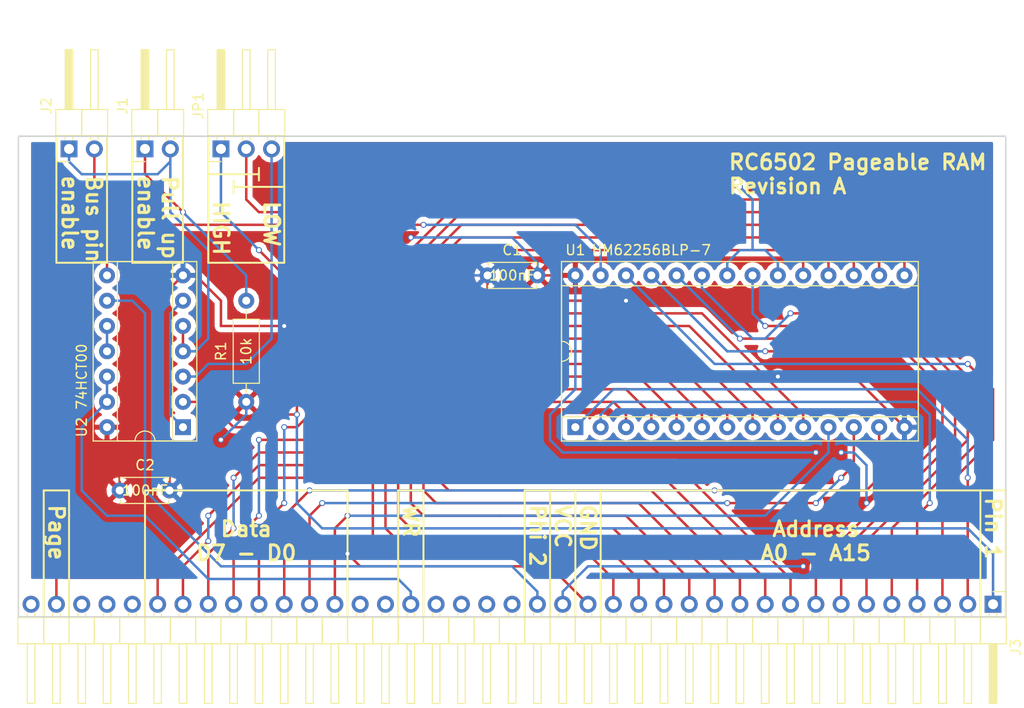
<source format=kicad_pcb>
(kicad_pcb (version 4) (host pcbnew 4.0.6)

  (general
    (links 48)
    (no_connects 0)
    (area 88.824999 101.524999 188.035001 149.935001)
    (thickness 1.6)
    (drawings 50)
    (tracks 419)
    (zones 0)
    (modules 9)
    (nets 37)
  )

  (page A4)
  (layers
    (0 F.Cu signal)
    (31 B.Cu signal)
    (32 B.Adhes user)
    (33 F.Adhes user)
    (34 B.Paste user)
    (35 F.Paste user)
    (36 B.SilkS user)
    (37 F.SilkS user)
    (38 B.Mask user)
    (39 F.Mask user)
    (40 Dwgs.User user)
    (41 Cmts.User user)
    (42 Eco1.User user)
    (43 Eco2.User user)
    (44 Edge.Cuts user)
    (45 Margin user)
    (46 B.CrtYd user)
    (47 F.CrtYd user)
    (48 B.Fab user)
    (49 F.Fab user)
  )

  (setup
    (last_trace_width 0.25)
    (trace_clearance 0.2)
    (zone_clearance 0.508)
    (zone_45_only no)
    (trace_min 0.2)
    (segment_width 0.2)
    (edge_width 0.15)
    (via_size 0.6)
    (via_drill 0.4)
    (via_min_size 0.4)
    (via_min_drill 0.3)
    (uvia_size 0.3)
    (uvia_drill 0.1)
    (uvias_allowed no)
    (uvia_min_size 0.2)
    (uvia_min_drill 0.1)
    (pcb_text_width 0.3)
    (pcb_text_size 1.5 1.5)
    (mod_edge_width 0.15)
    (mod_text_size 1 1)
    (mod_text_width 0.15)
    (pad_size 1.524 1.524)
    (pad_drill 0.762)
    (pad_to_mask_clearance 0.2)
    (aux_axis_origin 0 0)
    (visible_elements 7FFFFFFF)
    (pcbplotparams
      (layerselection 0x00030_80000001)
      (usegerberextensions false)
      (excludeedgelayer true)
      (linewidth 0.100000)
      (plotframeref false)
      (viasonmask false)
      (mode 1)
      (useauxorigin false)
      (hpglpennumber 1)
      (hpglpenspeed 20)
      (hpglpendiameter 15)
      (hpglpenoverlay 2)
      (psnegative false)
      (psa4output false)
      (plotreference true)
      (plotvalue true)
      (plotinvisibletext false)
      (padsonsilk false)
      (subtractmaskfromsilk false)
      (outputformat 1)
      (mirror false)
      (drillshape 0)
      (scaleselection 1)
      (outputdirectory ""))
  )

  (net 0 "")
  (net 1 VCC)
  (net 2 A15)
  (net 3 A14)
  (net 4 A13)
  (net 5 A12)
  (net 6 A11)
  (net 7 A10)
  (net 8 A9)
  (net 9 A8)
  (net 10 A7)
  (net 11 A6)
  (net 12 A5)
  (net 13 A4)
  (net 14 A3)
  (net 15 A2)
  (net 16 A1)
  (net 17 A0)
  (net 18 GND)
  (net 19 WR)
  (net 20 D0)
  (net 21 D1)
  (net 22 D2)
  (net 23 D3)
  (net 24 D4)
  (net 25 D5)
  (net 26 D6)
  (net 27 D7)
  (net 28 PHI2)
  (net 29 "Net-(J1-Pad1)")
  (net 30 PAGE)
  (net 31 "Net-(J2-Pad2)")
  (net 32 WE)
  (net 33 CS_HI)
  (net 34 CS)
  (net 35 "Net-(U2-Pad1)")
  (net 36 "Net-(U2-Pad10)")

  (net_class Default "This is the default net class."
    (clearance 0.2)
    (trace_width 0.25)
    (via_dia 0.6)
    (via_drill 0.4)
    (uvia_dia 0.3)
    (uvia_drill 0.1)
    (add_net A0)
    (add_net A1)
    (add_net A10)
    (add_net A11)
    (add_net A12)
    (add_net A13)
    (add_net A14)
    (add_net A15)
    (add_net A2)
    (add_net A3)
    (add_net A4)
    (add_net A5)
    (add_net A6)
    (add_net A7)
    (add_net A8)
    (add_net A9)
    (add_net CS)
    (add_net CS_HI)
    (add_net D0)
    (add_net D1)
    (add_net D2)
    (add_net D3)
    (add_net D4)
    (add_net D5)
    (add_net D6)
    (add_net D7)
    (add_net GND)
    (add_net "Net-(J1-Pad1)")
    (add_net "Net-(J2-Pad2)")
    (add_net "Net-(U2-Pad1)")
    (add_net "Net-(U2-Pad10)")
    (add_net PAGE)
    (add_net PHI2)
    (add_net VCC)
    (add_net WE)
    (add_net WR)
  )

  (module Housings_DIP:DIP-28_W15.24mm_Socket (layer F.Cu) (tedit 590E3CC4) (tstamp 590A3AE0)
    (at 144.78 130.81 90)
    (descr "28-lead dip package, row spacing 15.24 mm (600 mils), Socket")
    (tags "DIL DIP PDIP 2.54mm 15.24mm 600mil Socket")
    (path /590A1931)
    (fp_text reference U1 (at 17.78 0 180) (layer F.SilkS)
      (effects (font (size 1 1) (thickness 0.15)))
    )
    (fp_text value HM62256BLP-7 (at 17.78 7.62 180) (layer F.SilkS)
      (effects (font (size 1 1) (thickness 0.15)))
    )
    (fp_text user %R (at 17.78 0 180) (layer F.Fab)
      (effects (font (size 1 1) (thickness 0.15)))
    )
    (fp_line (start 1.255 -1.27) (end 14.985 -1.27) (layer F.Fab) (width 0.1))
    (fp_line (start 14.985 -1.27) (end 14.985 34.29) (layer F.Fab) (width 0.1))
    (fp_line (start 14.985 34.29) (end 0.255 34.29) (layer F.Fab) (width 0.1))
    (fp_line (start 0.255 34.29) (end 0.255 -0.27) (layer F.Fab) (width 0.1))
    (fp_line (start 0.255 -0.27) (end 1.255 -1.27) (layer F.Fab) (width 0.1))
    (fp_line (start -1.27 -1.27) (end -1.27 34.29) (layer F.Fab) (width 0.1))
    (fp_line (start -1.27 34.29) (end 16.51 34.29) (layer F.Fab) (width 0.1))
    (fp_line (start 16.51 34.29) (end 16.51 -1.27) (layer F.Fab) (width 0.1))
    (fp_line (start 16.51 -1.27) (end -1.27 -1.27) (layer F.Fab) (width 0.1))
    (fp_line (start 6.62 -1.39) (end 1.04 -1.39) (layer F.SilkS) (width 0.12))
    (fp_line (start 1.04 -1.39) (end 1.04 34.41) (layer F.SilkS) (width 0.12))
    (fp_line (start 1.04 34.41) (end 14.2 34.41) (layer F.SilkS) (width 0.12))
    (fp_line (start 14.2 34.41) (end 14.2 -1.39) (layer F.SilkS) (width 0.12))
    (fp_line (start 14.2 -1.39) (end 8.62 -1.39) (layer F.SilkS) (width 0.12))
    (fp_line (start -1.39 -1.39) (end -1.39 34.41) (layer F.SilkS) (width 0.12))
    (fp_line (start -1.39 34.41) (end 16.63 34.41) (layer F.SilkS) (width 0.12))
    (fp_line (start 16.63 34.41) (end 16.63 -1.39) (layer F.SilkS) (width 0.12))
    (fp_line (start 16.63 -1.39) (end -1.39 -1.39) (layer F.SilkS) (width 0.12))
    (fp_line (start -1.7 -1.7) (end -1.7 34.7) (layer F.CrtYd) (width 0.05))
    (fp_line (start -1.7 34.7) (end 16.9 34.7) (layer F.CrtYd) (width 0.05))
    (fp_line (start 16.9 34.7) (end 16.9 -1.7) (layer F.CrtYd) (width 0.05))
    (fp_line (start 16.9 -1.7) (end -1.7 -1.7) (layer F.CrtYd) (width 0.05))
    (fp_arc (start 7.62 -1.39) (end 6.62 -1.39) (angle -180) (layer F.SilkS) (width 0.12))
    (pad 1 thru_hole rect (at 0 0 90) (size 1.6 1.6) (drill 0.8) (layers *.Cu *.Mask)
      (net 3 A14))
    (pad 15 thru_hole oval (at 15.24 33.02 90) (size 1.6 1.6) (drill 0.8) (layers *.Cu *.Mask)
      (net 23 D3))
    (pad 2 thru_hole oval (at 0 2.54 90) (size 1.6 1.6) (drill 0.8) (layers *.Cu *.Mask)
      (net 5 A12))
    (pad 16 thru_hole oval (at 15.24 30.48 90) (size 1.6 1.6) (drill 0.8) (layers *.Cu *.Mask)
      (net 24 D4))
    (pad 3 thru_hole oval (at 0 5.08 90) (size 1.6 1.6) (drill 0.8) (layers *.Cu *.Mask)
      (net 10 A7))
    (pad 17 thru_hole oval (at 15.24 27.94 90) (size 1.6 1.6) (drill 0.8) (layers *.Cu *.Mask)
      (net 25 D5))
    (pad 4 thru_hole oval (at 0 7.62 90) (size 1.6 1.6) (drill 0.8) (layers *.Cu *.Mask)
      (net 11 A6))
    (pad 18 thru_hole oval (at 15.24 25.4 90) (size 1.6 1.6) (drill 0.8) (layers *.Cu *.Mask)
      (net 26 D6))
    (pad 5 thru_hole oval (at 0 10.16 90) (size 1.6 1.6) (drill 0.8) (layers *.Cu *.Mask)
      (net 12 A5))
    (pad 19 thru_hole oval (at 15.24 22.86 90) (size 1.6 1.6) (drill 0.8) (layers *.Cu *.Mask)
      (net 27 D7))
    (pad 6 thru_hole oval (at 0 12.7 90) (size 1.6 1.6) (drill 0.8) (layers *.Cu *.Mask)
      (net 13 A4))
    (pad 20 thru_hole oval (at 15.24 20.32 90) (size 1.6 1.6) (drill 0.8) (layers *.Cu *.Mask)
      (net 34 CS))
    (pad 7 thru_hole oval (at 0 15.24 90) (size 1.6 1.6) (drill 0.8) (layers *.Cu *.Mask)
      (net 14 A3))
    (pad 21 thru_hole oval (at 15.24 17.78 90) (size 1.6 1.6) (drill 0.8) (layers *.Cu *.Mask)
      (net 7 A10))
    (pad 8 thru_hole oval (at 0 17.78 90) (size 1.6 1.6) (drill 0.8) (layers *.Cu *.Mask)
      (net 15 A2))
    (pad 22 thru_hole oval (at 15.24 15.24 90) (size 1.6 1.6) (drill 0.8) (layers *.Cu *.Mask)
      (net 34 CS))
    (pad 9 thru_hole oval (at 0 20.32 90) (size 1.6 1.6) (drill 0.8) (layers *.Cu *.Mask)
      (net 16 A1))
    (pad 23 thru_hole oval (at 15.24 12.7 90) (size 1.6 1.6) (drill 0.8) (layers *.Cu *.Mask)
      (net 6 A11))
    (pad 10 thru_hole oval (at 0 22.86 90) (size 1.6 1.6) (drill 0.8) (layers *.Cu *.Mask)
      (net 17 A0))
    (pad 24 thru_hole oval (at 15.24 10.16 90) (size 1.6 1.6) (drill 0.8) (layers *.Cu *.Mask)
      (net 8 A9))
    (pad 11 thru_hole oval (at 0 25.4 90) (size 1.6 1.6) (drill 0.8) (layers *.Cu *.Mask)
      (net 20 D0))
    (pad 25 thru_hole oval (at 15.24 7.62 90) (size 1.6 1.6) (drill 0.8) (layers *.Cu *.Mask)
      (net 9 A8))
    (pad 12 thru_hole oval (at 0 27.94 90) (size 1.6 1.6) (drill 0.8) (layers *.Cu *.Mask)
      (net 21 D1))
    (pad 26 thru_hole oval (at 15.24 5.08 90) (size 1.6 1.6) (drill 0.8) (layers *.Cu *.Mask)
      (net 4 A13))
    (pad 13 thru_hole oval (at 0 30.48 90) (size 1.6 1.6) (drill 0.8) (layers *.Cu *.Mask)
      (net 22 D2))
    (pad 27 thru_hole oval (at 15.24 2.54 90) (size 1.6 1.6) (drill 0.8) (layers *.Cu *.Mask)
      (net 32 WE))
    (pad 14 thru_hole oval (at 0 33.02 90) (size 1.6 1.6) (drill 0.8) (layers *.Cu *.Mask)
      (net 18 GND))
    (pad 28 thru_hole oval (at 15.24 0 90) (size 1.6 1.6) (drill 0.8) (layers *.Cu *.Mask)
      (net 1 VCC))
    (model Housings_DIP.3dshapes/DIP-28_W15.24mm_Socket.wrl
      (at (xyz 0 0 0))
      (scale (xyz 1 1 1))
      (rotate (xyz 0 0 0))
    )
  )

  (module Pin_Headers:Pin_Header_Angled_1x02_Pitch2.54mm (layer F.Cu) (tedit 590E3E3F) (tstamp 590A3A80)
    (at 101.6 102.87 90)
    (descr "Through hole angled pin header, 1x02, 2.54mm pitch, 6mm pin length, single row")
    (tags "Through hole angled pin header THT 1x02 2.54mm single row")
    (path /590C6113)
    (fp_text reference J1 (at 4.315 -2.27 90) (layer F.SilkS)
      (effects (font (size 1 1) (thickness 0.15)))
    )
    (fp_text value "Page PullUp" (at 10.16 -2.54 90) (layer F.Fab)
      (effects (font (size 1 1) (thickness 0.15)))
    )
    (fp_line (start 1.4 -1.27) (end 1.4 1.27) (layer F.Fab) (width 0.1))
    (fp_line (start 1.4 1.27) (end 3.9 1.27) (layer F.Fab) (width 0.1))
    (fp_line (start 3.9 1.27) (end 3.9 -1.27) (layer F.Fab) (width 0.1))
    (fp_line (start 3.9 -1.27) (end 1.4 -1.27) (layer F.Fab) (width 0.1))
    (fp_line (start 0 -0.32) (end 0 0.32) (layer F.Fab) (width 0.1))
    (fp_line (start 0 0.32) (end 9.9 0.32) (layer F.Fab) (width 0.1))
    (fp_line (start 9.9 0.32) (end 9.9 -0.32) (layer F.Fab) (width 0.1))
    (fp_line (start 9.9 -0.32) (end 0 -0.32) (layer F.Fab) (width 0.1))
    (fp_line (start 1.4 1.27) (end 1.4 3.81) (layer F.Fab) (width 0.1))
    (fp_line (start 1.4 3.81) (end 3.9 3.81) (layer F.Fab) (width 0.1))
    (fp_line (start 3.9 3.81) (end 3.9 1.27) (layer F.Fab) (width 0.1))
    (fp_line (start 3.9 1.27) (end 1.4 1.27) (layer F.Fab) (width 0.1))
    (fp_line (start 0 2.22) (end 0 2.86) (layer F.Fab) (width 0.1))
    (fp_line (start 0 2.86) (end 9.9 2.86) (layer F.Fab) (width 0.1))
    (fp_line (start 9.9 2.86) (end 9.9 2.22) (layer F.Fab) (width 0.1))
    (fp_line (start 9.9 2.22) (end 0 2.22) (layer F.Fab) (width 0.1))
    (fp_line (start 1.34 -1.33) (end 1.34 1.27) (layer F.SilkS) (width 0.12))
    (fp_line (start 1.34 1.27) (end 3.96 1.27) (layer F.SilkS) (width 0.12))
    (fp_line (start 3.96 1.27) (end 3.96 -1.33) (layer F.SilkS) (width 0.12))
    (fp_line (start 3.96 -1.33) (end 1.34 -1.33) (layer F.SilkS) (width 0.12))
    (fp_line (start 3.96 -0.38) (end 3.96 0.38) (layer F.SilkS) (width 0.12))
    (fp_line (start 3.96 0.38) (end 9.96 0.38) (layer F.SilkS) (width 0.12))
    (fp_line (start 9.96 0.38) (end 9.96 -0.38) (layer F.SilkS) (width 0.12))
    (fp_line (start 9.96 -0.38) (end 3.96 -0.38) (layer F.SilkS) (width 0.12))
    (fp_line (start 0.91 -0.38) (end 1.34 -0.38) (layer F.SilkS) (width 0.12))
    (fp_line (start 0.91 0.38) (end 1.34 0.38) (layer F.SilkS) (width 0.12))
    (fp_line (start 3.96 -0.26) (end 9.96 -0.26) (layer F.SilkS) (width 0.12))
    (fp_line (start 3.96 -0.14) (end 9.96 -0.14) (layer F.SilkS) (width 0.12))
    (fp_line (start 3.96 -0.02) (end 9.96 -0.02) (layer F.SilkS) (width 0.12))
    (fp_line (start 3.96 0.1) (end 9.96 0.1) (layer F.SilkS) (width 0.12))
    (fp_line (start 3.96 0.22) (end 9.96 0.22) (layer F.SilkS) (width 0.12))
    (fp_line (start 3.96 0.34) (end 9.96 0.34) (layer F.SilkS) (width 0.12))
    (fp_line (start 1.34 1.27) (end 1.34 3.87) (layer F.SilkS) (width 0.12))
    (fp_line (start 1.34 3.87) (end 3.96 3.87) (layer F.SilkS) (width 0.12))
    (fp_line (start 3.96 3.87) (end 3.96 1.27) (layer F.SilkS) (width 0.12))
    (fp_line (start 3.96 1.27) (end 1.34 1.27) (layer F.SilkS) (width 0.12))
    (fp_line (start 3.96 2.16) (end 3.96 2.92) (layer F.SilkS) (width 0.12))
    (fp_line (start 3.96 2.92) (end 9.96 2.92) (layer F.SilkS) (width 0.12))
    (fp_line (start 9.96 2.92) (end 9.96 2.16) (layer F.SilkS) (width 0.12))
    (fp_line (start 9.96 2.16) (end 3.96 2.16) (layer F.SilkS) (width 0.12))
    (fp_line (start 0.91 2.16) (end 1.34 2.16) (layer F.SilkS) (width 0.12))
    (fp_line (start 0.91 2.92) (end 1.34 2.92) (layer F.SilkS) (width 0.12))
    (fp_line (start -1.27 0) (end -1.27 -1.27) (layer F.SilkS) (width 0.12))
    (fp_line (start -1.27 -1.27) (end 0 -1.27) (layer F.SilkS) (width 0.12))
    (fp_line (start -1.8 -1.8) (end -1.8 4.35) (layer F.CrtYd) (width 0.05))
    (fp_line (start -1.8 4.35) (end 10.4 4.35) (layer F.CrtYd) (width 0.05))
    (fp_line (start 10.4 4.35) (end 10.4 -1.8) (layer F.CrtYd) (width 0.05))
    (fp_line (start 10.4 -1.8) (end -1.8 -1.8) (layer F.CrtYd) (width 0.05))
    (fp_text user %R (at 4.315 -2.27 90) (layer F.Fab)
      (effects (font (size 1 1) (thickness 0.15)))
    )
    (pad 1 thru_hole rect (at 0 0 90) (size 1.7 1.7) (drill 1) (layers *.Cu *.Mask)
      (net 29 "Net-(J1-Pad1)"))
    (pad 2 thru_hole oval (at 0 2.54 90) (size 1.7 1.7) (drill 1) (layers *.Cu *.Mask)
      (net 30 PAGE))
    (model ${KISYS3DMOD}/Pin_Headers.3dshapes/Pin_Header_Angled_1x02_Pitch2.54mm.wrl
      (at (xyz 0 -0.05 0))
      (scale (xyz 1 1 1))
      (rotate (xyz 0 0 90))
    )
  )

  (module Resistors_THT:R_Axial_DIN0207_L6.3mm_D2.5mm_P10.16mm_Horizontal (layer F.Cu) (tedit 5918ADFF) (tstamp 590A3AC0)
    (at 111.76 128.27 90)
    (descr "Resistor, Axial_DIN0207 series, Axial, Horizontal, pin pitch=10.16mm, 0.25W = 1/4W, length*diameter=6.3*2.5mm^2, http://cdn-reichelt.de/documents/datenblatt/B400/1_4W%23YAG.pdf")
    (tags "Resistor Axial_DIN0207 series Axial Horizontal pin pitch 10.16mm 0.25W = 1/4W length 6.3mm diameter 2.5mm")
    (path /590BED30)
    (fp_text reference R1 (at 5.08 -2.54 90) (layer F.SilkS)
      (effects (font (size 1 1) (thickness 0.15)))
    )
    (fp_text value 10k (at 5.08 0 90) (layer F.SilkS)
      (effects (font (size 1 1) (thickness 0.15)))
    )
    (fp_line (start 1.93 -1.25) (end 1.93 1.25) (layer F.Fab) (width 0.1))
    (fp_line (start 1.93 1.25) (end 8.23 1.25) (layer F.Fab) (width 0.1))
    (fp_line (start 8.23 1.25) (end 8.23 -1.25) (layer F.Fab) (width 0.1))
    (fp_line (start 8.23 -1.25) (end 1.93 -1.25) (layer F.Fab) (width 0.1))
    (fp_line (start 0 0) (end 1.93 0) (layer F.Fab) (width 0.1))
    (fp_line (start 10.16 0) (end 8.23 0) (layer F.Fab) (width 0.1))
    (fp_line (start 1.87 -1.31) (end 1.87 1.31) (layer F.SilkS) (width 0.12))
    (fp_line (start 1.87 1.31) (end 8.29 1.31) (layer F.SilkS) (width 0.12))
    (fp_line (start 8.29 1.31) (end 8.29 -1.31) (layer F.SilkS) (width 0.12))
    (fp_line (start 8.29 -1.31) (end 1.87 -1.31) (layer F.SilkS) (width 0.12))
    (fp_line (start 0.98 0) (end 1.87 0) (layer F.SilkS) (width 0.12))
    (fp_line (start 9.18 0) (end 8.29 0) (layer F.SilkS) (width 0.12))
    (fp_line (start -1.05 -1.6) (end -1.05 1.6) (layer F.CrtYd) (width 0.05))
    (fp_line (start -1.05 1.6) (end 11.25 1.6) (layer F.CrtYd) (width 0.05))
    (fp_line (start 11.25 1.6) (end 11.25 -1.6) (layer F.CrtYd) (width 0.05))
    (fp_line (start 11.25 -1.6) (end -1.05 -1.6) (layer F.CrtYd) (width 0.05))
    (pad 1 thru_hole circle (at 0 0 90) (size 1.6 1.6) (drill 0.8) (layers *.Cu *.Mask)
      (net 1 VCC))
    (pad 2 thru_hole oval (at 10.16 0 90) (size 1.6 1.6) (drill 0.8) (layers *.Cu *.Mask)
      (net 29 "Net-(J1-Pad1)"))
    (model Resistors_THT.3dshapes/R_Axial_DIN0207_L6.3mm_D2.5mm_P10.16mm_Horizontal.wrl
      (at (xyz 0 0 0))
      (scale (xyz 0.393701 0.393701 0.393701))
      (rotate (xyz 0 0 0))
    )
  )

  (module Capacitors_THT:C_Disc_D4.7mm_W2.5mm_P5.00mm (layer F.Cu) (tedit 5918ADF6) (tstamp 590E0B87)
    (at 140.97 115.57 180)
    (descr "C, Disc series, Radial, pin pitch=5.00mm, , diameter*width=4.7*2.5mm^2, Capacitor, http://www.vishay.com/docs/45233/krseries.pdf")
    (tags "C Disc series Radial pin pitch 5.00mm  diameter 4.7mm width 2.5mm Capacitor")
    (path /590DFF39)
    (fp_text reference C1 (at 2.54 2.54 180) (layer F.SilkS)
      (effects (font (size 1 1) (thickness 0.15)))
    )
    (fp_text value 100nF (at 2.54 0 180) (layer F.SilkS)
      (effects (font (size 1 1) (thickness 0.15)))
    )
    (fp_line (start 0.15 -1.25) (end 0.15 1.25) (layer F.Fab) (width 0.1))
    (fp_line (start 0.15 1.25) (end 4.85 1.25) (layer F.Fab) (width 0.1))
    (fp_line (start 4.85 1.25) (end 4.85 -1.25) (layer F.Fab) (width 0.1))
    (fp_line (start 4.85 -1.25) (end 0.15 -1.25) (layer F.Fab) (width 0.1))
    (fp_line (start 0.09 -1.31) (end 4.91 -1.31) (layer F.SilkS) (width 0.12))
    (fp_line (start 0.09 1.31) (end 4.91 1.31) (layer F.SilkS) (width 0.12))
    (fp_line (start 0.09 -1.31) (end 0.09 -0.996) (layer F.SilkS) (width 0.12))
    (fp_line (start 0.09 0.996) (end 0.09 1.31) (layer F.SilkS) (width 0.12))
    (fp_line (start 4.91 -1.31) (end 4.91 -0.996) (layer F.SilkS) (width 0.12))
    (fp_line (start 4.91 0.996) (end 4.91 1.31) (layer F.SilkS) (width 0.12))
    (fp_line (start -1.05 -1.6) (end -1.05 1.6) (layer F.CrtYd) (width 0.05))
    (fp_line (start -1.05 1.6) (end 6.05 1.6) (layer F.CrtYd) (width 0.05))
    (fp_line (start 6.05 1.6) (end 6.05 -1.6) (layer F.CrtYd) (width 0.05))
    (fp_line (start 6.05 -1.6) (end -1.05 -1.6) (layer F.CrtYd) (width 0.05))
    (pad 1 thru_hole circle (at 0 0 180) (size 1.6 1.6) (drill 0.8) (layers *.Cu *.Mask)
      (net 1 VCC))
    (pad 2 thru_hole circle (at 5 0 180) (size 1.6 1.6) (drill 0.8) (layers *.Cu *.Mask)
      (net 18 GND))
    (model Capacitors_THT.3dshapes/C_Disc_D4.7mm_W2.5mm_P5.00mm.wrl
      (at (xyz 0 0 0))
      (scale (xyz 0.393701 0.393701 0.393701))
      (rotate (xyz 0 0 0))
    )
  )

  (module Capacitors_THT:C_Disc_D4.7mm_W2.5mm_P5.00mm (layer F.Cu) (tedit 5918AE06) (tstamp 590E0B8D)
    (at 99.06 137.16)
    (descr "C, Disc series, Radial, pin pitch=5.00mm, , diameter*width=4.7*2.5mm^2, Capacitor, http://www.vishay.com/docs/45233/krseries.pdf")
    (tags "C Disc series Radial pin pitch 5.00mm  diameter 4.7mm width 2.5mm Capacitor")
    (path /590E0960)
    (fp_text reference C2 (at 2.54 -2.54) (layer F.SilkS)
      (effects (font (size 1 1) (thickness 0.15)))
    )
    (fp_text value 100nF (at 2.54 0) (layer F.SilkS)
      (effects (font (size 1 1) (thickness 0.15)))
    )
    (fp_line (start 0.15 -1.25) (end 0.15 1.25) (layer F.Fab) (width 0.1))
    (fp_line (start 0.15 1.25) (end 4.85 1.25) (layer F.Fab) (width 0.1))
    (fp_line (start 4.85 1.25) (end 4.85 -1.25) (layer F.Fab) (width 0.1))
    (fp_line (start 4.85 -1.25) (end 0.15 -1.25) (layer F.Fab) (width 0.1))
    (fp_line (start 0.09 -1.31) (end 4.91 -1.31) (layer F.SilkS) (width 0.12))
    (fp_line (start 0.09 1.31) (end 4.91 1.31) (layer F.SilkS) (width 0.12))
    (fp_line (start 0.09 -1.31) (end 0.09 -0.996) (layer F.SilkS) (width 0.12))
    (fp_line (start 0.09 0.996) (end 0.09 1.31) (layer F.SilkS) (width 0.12))
    (fp_line (start 4.91 -1.31) (end 4.91 -0.996) (layer F.SilkS) (width 0.12))
    (fp_line (start 4.91 0.996) (end 4.91 1.31) (layer F.SilkS) (width 0.12))
    (fp_line (start -1.05 -1.6) (end -1.05 1.6) (layer F.CrtYd) (width 0.05))
    (fp_line (start -1.05 1.6) (end 6.05 1.6) (layer F.CrtYd) (width 0.05))
    (fp_line (start 6.05 1.6) (end 6.05 -1.6) (layer F.CrtYd) (width 0.05))
    (fp_line (start 6.05 -1.6) (end -1.05 -1.6) (layer F.CrtYd) (width 0.05))
    (pad 1 thru_hole circle (at 0 0) (size 1.6 1.6) (drill 0.8) (layers *.Cu *.Mask)
      (net 1 VCC))
    (pad 2 thru_hole circle (at 5 0) (size 1.6 1.6) (drill 0.8) (layers *.Cu *.Mask)
      (net 18 GND))
    (model Capacitors_THT.3dshapes/C_Disc_D4.7mm_W2.5mm_P5.00mm.wrl
      (at (xyz 0 0 0))
      (scale (xyz 0.393701 0.393701 0.393701))
      (rotate (xyz 0 0 0))
    )
  )

  (module Pin_Headers:Pin_Header_Angled_1x02_Pitch2.54mm (layer F.Cu) (tedit 590E3E3B) (tstamp 590E0B94)
    (at 93.98 102.87 90)
    (descr "Through hole angled pin header, 1x02, 2.54mm pitch, 6mm pin length, single row")
    (tags "Through hole angled pin header THT 1x02 2.54mm single row")
    (path /590B8522)
    (fp_text reference J2 (at 4.315 -2.27 90) (layer F.SilkS)
      (effects (font (size 1 1) (thickness 0.15)))
    )
    (fp_text value "Bus enable" (at 10.16 -2.54 90) (layer F.Fab)
      (effects (font (size 1 1) (thickness 0.15)))
    )
    (fp_line (start 1.4 -1.27) (end 1.4 1.27) (layer F.Fab) (width 0.1))
    (fp_line (start 1.4 1.27) (end 3.9 1.27) (layer F.Fab) (width 0.1))
    (fp_line (start 3.9 1.27) (end 3.9 -1.27) (layer F.Fab) (width 0.1))
    (fp_line (start 3.9 -1.27) (end 1.4 -1.27) (layer F.Fab) (width 0.1))
    (fp_line (start 0 -0.32) (end 0 0.32) (layer F.Fab) (width 0.1))
    (fp_line (start 0 0.32) (end 9.9 0.32) (layer F.Fab) (width 0.1))
    (fp_line (start 9.9 0.32) (end 9.9 -0.32) (layer F.Fab) (width 0.1))
    (fp_line (start 9.9 -0.32) (end 0 -0.32) (layer F.Fab) (width 0.1))
    (fp_line (start 1.4 1.27) (end 1.4 3.81) (layer F.Fab) (width 0.1))
    (fp_line (start 1.4 3.81) (end 3.9 3.81) (layer F.Fab) (width 0.1))
    (fp_line (start 3.9 3.81) (end 3.9 1.27) (layer F.Fab) (width 0.1))
    (fp_line (start 3.9 1.27) (end 1.4 1.27) (layer F.Fab) (width 0.1))
    (fp_line (start 0 2.22) (end 0 2.86) (layer F.Fab) (width 0.1))
    (fp_line (start 0 2.86) (end 9.9 2.86) (layer F.Fab) (width 0.1))
    (fp_line (start 9.9 2.86) (end 9.9 2.22) (layer F.Fab) (width 0.1))
    (fp_line (start 9.9 2.22) (end 0 2.22) (layer F.Fab) (width 0.1))
    (fp_line (start 1.34 -1.33) (end 1.34 1.27) (layer F.SilkS) (width 0.12))
    (fp_line (start 1.34 1.27) (end 3.96 1.27) (layer F.SilkS) (width 0.12))
    (fp_line (start 3.96 1.27) (end 3.96 -1.33) (layer F.SilkS) (width 0.12))
    (fp_line (start 3.96 -1.33) (end 1.34 -1.33) (layer F.SilkS) (width 0.12))
    (fp_line (start 3.96 -0.38) (end 3.96 0.38) (layer F.SilkS) (width 0.12))
    (fp_line (start 3.96 0.38) (end 9.96 0.38) (layer F.SilkS) (width 0.12))
    (fp_line (start 9.96 0.38) (end 9.96 -0.38) (layer F.SilkS) (width 0.12))
    (fp_line (start 9.96 -0.38) (end 3.96 -0.38) (layer F.SilkS) (width 0.12))
    (fp_line (start 0.91 -0.38) (end 1.34 -0.38) (layer F.SilkS) (width 0.12))
    (fp_line (start 0.91 0.38) (end 1.34 0.38) (layer F.SilkS) (width 0.12))
    (fp_line (start 3.96 -0.26) (end 9.96 -0.26) (layer F.SilkS) (width 0.12))
    (fp_line (start 3.96 -0.14) (end 9.96 -0.14) (layer F.SilkS) (width 0.12))
    (fp_line (start 3.96 -0.02) (end 9.96 -0.02) (layer F.SilkS) (width 0.12))
    (fp_line (start 3.96 0.1) (end 9.96 0.1) (layer F.SilkS) (width 0.12))
    (fp_line (start 3.96 0.22) (end 9.96 0.22) (layer F.SilkS) (width 0.12))
    (fp_line (start 3.96 0.34) (end 9.96 0.34) (layer F.SilkS) (width 0.12))
    (fp_line (start 1.34 1.27) (end 1.34 3.87) (layer F.SilkS) (width 0.12))
    (fp_line (start 1.34 3.87) (end 3.96 3.87) (layer F.SilkS) (width 0.12))
    (fp_line (start 3.96 3.87) (end 3.96 1.27) (layer F.SilkS) (width 0.12))
    (fp_line (start 3.96 1.27) (end 1.34 1.27) (layer F.SilkS) (width 0.12))
    (fp_line (start 3.96 2.16) (end 3.96 2.92) (layer F.SilkS) (width 0.12))
    (fp_line (start 3.96 2.92) (end 9.96 2.92) (layer F.SilkS) (width 0.12))
    (fp_line (start 9.96 2.92) (end 9.96 2.16) (layer F.SilkS) (width 0.12))
    (fp_line (start 9.96 2.16) (end 3.96 2.16) (layer F.SilkS) (width 0.12))
    (fp_line (start 0.91 2.16) (end 1.34 2.16) (layer F.SilkS) (width 0.12))
    (fp_line (start 0.91 2.92) (end 1.34 2.92) (layer F.SilkS) (width 0.12))
    (fp_line (start -1.27 0) (end -1.27 -1.27) (layer F.SilkS) (width 0.12))
    (fp_line (start -1.27 -1.27) (end 0 -1.27) (layer F.SilkS) (width 0.12))
    (fp_line (start -1.8 -1.8) (end -1.8 4.35) (layer F.CrtYd) (width 0.05))
    (fp_line (start -1.8 4.35) (end 10.4 4.35) (layer F.CrtYd) (width 0.05))
    (fp_line (start 10.4 4.35) (end 10.4 -1.8) (layer F.CrtYd) (width 0.05))
    (fp_line (start 10.4 -1.8) (end -1.8 -1.8) (layer F.CrtYd) (width 0.05))
    (fp_text user %R (at 4.315 -2.27 90) (layer F.Fab)
      (effects (font (size 1 1) (thickness 0.15)))
    )
    (pad 1 thru_hole rect (at 0 0 90) (size 1.7 1.7) (drill 1) (layers *.Cu *.Mask)
      (net 30 PAGE))
    (pad 2 thru_hole oval (at 0 2.54 90) (size 1.7 1.7) (drill 1) (layers *.Cu *.Mask)
      (net 31 "Net-(J2-Pad2)"))
    (model ${KISYS3DMOD}/Pin_Headers.3dshapes/Pin_Header_Angled_1x02_Pitch2.54mm.wrl
      (at (xyz 0 -0.05 0))
      (scale (xyz 1 1 1))
      (rotate (xyz 0 0 90))
    )
  )

  (module Pin_Headers:Pin_Header_Angled_1x39_Pitch2.54mm (layer F.Cu) (tedit 58CD4EC5) (tstamp 590E0B99)
    (at 186.69 148.59 270)
    (descr "Through hole angled pin header, 1x39, 2.54mm pitch, 6mm pin length, single row")
    (tags "Through hole angled pin header THT 1x39 2.54mm single row")
    (path /590B4CA1)
    (fp_text reference J3 (at 4.315 -2.27 270) (layer F.SilkS)
      (effects (font (size 1 1) (thickness 0.15)))
    )
    (fp_text value CONN_01X39 (at 4.315 98.79 270) (layer F.Fab)
      (effects (font (size 1 1) (thickness 0.15)))
    )
    (fp_line (start 1.4 -1.27) (end 1.4 1.27) (layer F.Fab) (width 0.1))
    (fp_line (start 1.4 1.27) (end 3.9 1.27) (layer F.Fab) (width 0.1))
    (fp_line (start 3.9 1.27) (end 3.9 -1.27) (layer F.Fab) (width 0.1))
    (fp_line (start 3.9 -1.27) (end 1.4 -1.27) (layer F.Fab) (width 0.1))
    (fp_line (start 0 -0.32) (end 0 0.32) (layer F.Fab) (width 0.1))
    (fp_line (start 0 0.32) (end 9.9 0.32) (layer F.Fab) (width 0.1))
    (fp_line (start 9.9 0.32) (end 9.9 -0.32) (layer F.Fab) (width 0.1))
    (fp_line (start 9.9 -0.32) (end 0 -0.32) (layer F.Fab) (width 0.1))
    (fp_line (start 1.4 1.27) (end 1.4 3.81) (layer F.Fab) (width 0.1))
    (fp_line (start 1.4 3.81) (end 3.9 3.81) (layer F.Fab) (width 0.1))
    (fp_line (start 3.9 3.81) (end 3.9 1.27) (layer F.Fab) (width 0.1))
    (fp_line (start 3.9 1.27) (end 1.4 1.27) (layer F.Fab) (width 0.1))
    (fp_line (start 0 2.22) (end 0 2.86) (layer F.Fab) (width 0.1))
    (fp_line (start 0 2.86) (end 9.9 2.86) (layer F.Fab) (width 0.1))
    (fp_line (start 9.9 2.86) (end 9.9 2.22) (layer F.Fab) (width 0.1))
    (fp_line (start 9.9 2.22) (end 0 2.22) (layer F.Fab) (width 0.1))
    (fp_line (start 1.4 3.81) (end 1.4 6.35) (layer F.Fab) (width 0.1))
    (fp_line (start 1.4 6.35) (end 3.9 6.35) (layer F.Fab) (width 0.1))
    (fp_line (start 3.9 6.35) (end 3.9 3.81) (layer F.Fab) (width 0.1))
    (fp_line (start 3.9 3.81) (end 1.4 3.81) (layer F.Fab) (width 0.1))
    (fp_line (start 0 4.76) (end 0 5.4) (layer F.Fab) (width 0.1))
    (fp_line (start 0 5.4) (end 9.9 5.4) (layer F.Fab) (width 0.1))
    (fp_line (start 9.9 5.4) (end 9.9 4.76) (layer F.Fab) (width 0.1))
    (fp_line (start 9.9 4.76) (end 0 4.76) (layer F.Fab) (width 0.1))
    (fp_line (start 1.4 6.35) (end 1.4 8.89) (layer F.Fab) (width 0.1))
    (fp_line (start 1.4 8.89) (end 3.9 8.89) (layer F.Fab) (width 0.1))
    (fp_line (start 3.9 8.89) (end 3.9 6.35) (layer F.Fab) (width 0.1))
    (fp_line (start 3.9 6.35) (end 1.4 6.35) (layer F.Fab) (width 0.1))
    (fp_line (start 0 7.3) (end 0 7.94) (layer F.Fab) (width 0.1))
    (fp_line (start 0 7.94) (end 9.9 7.94) (layer F.Fab) (width 0.1))
    (fp_line (start 9.9 7.94) (end 9.9 7.3) (layer F.Fab) (width 0.1))
    (fp_line (start 9.9 7.3) (end 0 7.3) (layer F.Fab) (width 0.1))
    (fp_line (start 1.4 8.89) (end 1.4 11.43) (layer F.Fab) (width 0.1))
    (fp_line (start 1.4 11.43) (end 3.9 11.43) (layer F.Fab) (width 0.1))
    (fp_line (start 3.9 11.43) (end 3.9 8.89) (layer F.Fab) (width 0.1))
    (fp_line (start 3.9 8.89) (end 1.4 8.89) (layer F.Fab) (width 0.1))
    (fp_line (start 0 9.84) (end 0 10.48) (layer F.Fab) (width 0.1))
    (fp_line (start 0 10.48) (end 9.9 10.48) (layer F.Fab) (width 0.1))
    (fp_line (start 9.9 10.48) (end 9.9 9.84) (layer F.Fab) (width 0.1))
    (fp_line (start 9.9 9.84) (end 0 9.84) (layer F.Fab) (width 0.1))
    (fp_line (start 1.4 11.43) (end 1.4 13.97) (layer F.Fab) (width 0.1))
    (fp_line (start 1.4 13.97) (end 3.9 13.97) (layer F.Fab) (width 0.1))
    (fp_line (start 3.9 13.97) (end 3.9 11.43) (layer F.Fab) (width 0.1))
    (fp_line (start 3.9 11.43) (end 1.4 11.43) (layer F.Fab) (width 0.1))
    (fp_line (start 0 12.38) (end 0 13.02) (layer F.Fab) (width 0.1))
    (fp_line (start 0 13.02) (end 9.9 13.02) (layer F.Fab) (width 0.1))
    (fp_line (start 9.9 13.02) (end 9.9 12.38) (layer F.Fab) (width 0.1))
    (fp_line (start 9.9 12.38) (end 0 12.38) (layer F.Fab) (width 0.1))
    (fp_line (start 1.4 13.97) (end 1.4 16.51) (layer F.Fab) (width 0.1))
    (fp_line (start 1.4 16.51) (end 3.9 16.51) (layer F.Fab) (width 0.1))
    (fp_line (start 3.9 16.51) (end 3.9 13.97) (layer F.Fab) (width 0.1))
    (fp_line (start 3.9 13.97) (end 1.4 13.97) (layer F.Fab) (width 0.1))
    (fp_line (start 0 14.92) (end 0 15.56) (layer F.Fab) (width 0.1))
    (fp_line (start 0 15.56) (end 9.9 15.56) (layer F.Fab) (width 0.1))
    (fp_line (start 9.9 15.56) (end 9.9 14.92) (layer F.Fab) (width 0.1))
    (fp_line (start 9.9 14.92) (end 0 14.92) (layer F.Fab) (width 0.1))
    (fp_line (start 1.4 16.51) (end 1.4 19.05) (layer F.Fab) (width 0.1))
    (fp_line (start 1.4 19.05) (end 3.9 19.05) (layer F.Fab) (width 0.1))
    (fp_line (start 3.9 19.05) (end 3.9 16.51) (layer F.Fab) (width 0.1))
    (fp_line (start 3.9 16.51) (end 1.4 16.51) (layer F.Fab) (width 0.1))
    (fp_line (start 0 17.46) (end 0 18.1) (layer F.Fab) (width 0.1))
    (fp_line (start 0 18.1) (end 9.9 18.1) (layer F.Fab) (width 0.1))
    (fp_line (start 9.9 18.1) (end 9.9 17.46) (layer F.Fab) (width 0.1))
    (fp_line (start 9.9 17.46) (end 0 17.46) (layer F.Fab) (width 0.1))
    (fp_line (start 1.4 19.05) (end 1.4 21.59) (layer F.Fab) (width 0.1))
    (fp_line (start 1.4 21.59) (end 3.9 21.59) (layer F.Fab) (width 0.1))
    (fp_line (start 3.9 21.59) (end 3.9 19.05) (layer F.Fab) (width 0.1))
    (fp_line (start 3.9 19.05) (end 1.4 19.05) (layer F.Fab) (width 0.1))
    (fp_line (start 0 20) (end 0 20.64) (layer F.Fab) (width 0.1))
    (fp_line (start 0 20.64) (end 9.9 20.64) (layer F.Fab) (width 0.1))
    (fp_line (start 9.9 20.64) (end 9.9 20) (layer F.Fab) (width 0.1))
    (fp_line (start 9.9 20) (end 0 20) (layer F.Fab) (width 0.1))
    (fp_line (start 1.4 21.59) (end 1.4 24.13) (layer F.Fab) (width 0.1))
    (fp_line (start 1.4 24.13) (end 3.9 24.13) (layer F.Fab) (width 0.1))
    (fp_line (start 3.9 24.13) (end 3.9 21.59) (layer F.Fab) (width 0.1))
    (fp_line (start 3.9 21.59) (end 1.4 21.59) (layer F.Fab) (width 0.1))
    (fp_line (start 0 22.54) (end 0 23.18) (layer F.Fab) (width 0.1))
    (fp_line (start 0 23.18) (end 9.9 23.18) (layer F.Fab) (width 0.1))
    (fp_line (start 9.9 23.18) (end 9.9 22.54) (layer F.Fab) (width 0.1))
    (fp_line (start 9.9 22.54) (end 0 22.54) (layer F.Fab) (width 0.1))
    (fp_line (start 1.4 24.13) (end 1.4 26.67) (layer F.Fab) (width 0.1))
    (fp_line (start 1.4 26.67) (end 3.9 26.67) (layer F.Fab) (width 0.1))
    (fp_line (start 3.9 26.67) (end 3.9 24.13) (layer F.Fab) (width 0.1))
    (fp_line (start 3.9 24.13) (end 1.4 24.13) (layer F.Fab) (width 0.1))
    (fp_line (start 0 25.08) (end 0 25.72) (layer F.Fab) (width 0.1))
    (fp_line (start 0 25.72) (end 9.9 25.72) (layer F.Fab) (width 0.1))
    (fp_line (start 9.9 25.72) (end 9.9 25.08) (layer F.Fab) (width 0.1))
    (fp_line (start 9.9 25.08) (end 0 25.08) (layer F.Fab) (width 0.1))
    (fp_line (start 1.4 26.67) (end 1.4 29.21) (layer F.Fab) (width 0.1))
    (fp_line (start 1.4 29.21) (end 3.9 29.21) (layer F.Fab) (width 0.1))
    (fp_line (start 3.9 29.21) (end 3.9 26.67) (layer F.Fab) (width 0.1))
    (fp_line (start 3.9 26.67) (end 1.4 26.67) (layer F.Fab) (width 0.1))
    (fp_line (start 0 27.62) (end 0 28.26) (layer F.Fab) (width 0.1))
    (fp_line (start 0 28.26) (end 9.9 28.26) (layer F.Fab) (width 0.1))
    (fp_line (start 9.9 28.26) (end 9.9 27.62) (layer F.Fab) (width 0.1))
    (fp_line (start 9.9 27.62) (end 0 27.62) (layer F.Fab) (width 0.1))
    (fp_line (start 1.4 29.21) (end 1.4 31.75) (layer F.Fab) (width 0.1))
    (fp_line (start 1.4 31.75) (end 3.9 31.75) (layer F.Fab) (width 0.1))
    (fp_line (start 3.9 31.75) (end 3.9 29.21) (layer F.Fab) (width 0.1))
    (fp_line (start 3.9 29.21) (end 1.4 29.21) (layer F.Fab) (width 0.1))
    (fp_line (start 0 30.16) (end 0 30.8) (layer F.Fab) (width 0.1))
    (fp_line (start 0 30.8) (end 9.9 30.8) (layer F.Fab) (width 0.1))
    (fp_line (start 9.9 30.8) (end 9.9 30.16) (layer F.Fab) (width 0.1))
    (fp_line (start 9.9 30.16) (end 0 30.16) (layer F.Fab) (width 0.1))
    (fp_line (start 1.4 31.75) (end 1.4 34.29) (layer F.Fab) (width 0.1))
    (fp_line (start 1.4 34.29) (end 3.9 34.29) (layer F.Fab) (width 0.1))
    (fp_line (start 3.9 34.29) (end 3.9 31.75) (layer F.Fab) (width 0.1))
    (fp_line (start 3.9 31.75) (end 1.4 31.75) (layer F.Fab) (width 0.1))
    (fp_line (start 0 32.7) (end 0 33.34) (layer F.Fab) (width 0.1))
    (fp_line (start 0 33.34) (end 9.9 33.34) (layer F.Fab) (width 0.1))
    (fp_line (start 9.9 33.34) (end 9.9 32.7) (layer F.Fab) (width 0.1))
    (fp_line (start 9.9 32.7) (end 0 32.7) (layer F.Fab) (width 0.1))
    (fp_line (start 1.4 34.29) (end 1.4 36.83) (layer F.Fab) (width 0.1))
    (fp_line (start 1.4 36.83) (end 3.9 36.83) (layer F.Fab) (width 0.1))
    (fp_line (start 3.9 36.83) (end 3.9 34.29) (layer F.Fab) (width 0.1))
    (fp_line (start 3.9 34.29) (end 1.4 34.29) (layer F.Fab) (width 0.1))
    (fp_line (start 0 35.24) (end 0 35.88) (layer F.Fab) (width 0.1))
    (fp_line (start 0 35.88) (end 9.9 35.88) (layer F.Fab) (width 0.1))
    (fp_line (start 9.9 35.88) (end 9.9 35.24) (layer F.Fab) (width 0.1))
    (fp_line (start 9.9 35.24) (end 0 35.24) (layer F.Fab) (width 0.1))
    (fp_line (start 1.4 36.83) (end 1.4 39.37) (layer F.Fab) (width 0.1))
    (fp_line (start 1.4 39.37) (end 3.9 39.37) (layer F.Fab) (width 0.1))
    (fp_line (start 3.9 39.37) (end 3.9 36.83) (layer F.Fab) (width 0.1))
    (fp_line (start 3.9 36.83) (end 1.4 36.83) (layer F.Fab) (width 0.1))
    (fp_line (start 0 37.78) (end 0 38.42) (layer F.Fab) (width 0.1))
    (fp_line (start 0 38.42) (end 9.9 38.42) (layer F.Fab) (width 0.1))
    (fp_line (start 9.9 38.42) (end 9.9 37.78) (layer F.Fab) (width 0.1))
    (fp_line (start 9.9 37.78) (end 0 37.78) (layer F.Fab) (width 0.1))
    (fp_line (start 1.4 39.37) (end 1.4 41.91) (layer F.Fab) (width 0.1))
    (fp_line (start 1.4 41.91) (end 3.9 41.91) (layer F.Fab) (width 0.1))
    (fp_line (start 3.9 41.91) (end 3.9 39.37) (layer F.Fab) (width 0.1))
    (fp_line (start 3.9 39.37) (end 1.4 39.37) (layer F.Fab) (width 0.1))
    (fp_line (start 0 40.32) (end 0 40.96) (layer F.Fab) (width 0.1))
    (fp_line (start 0 40.96) (end 9.9 40.96) (layer F.Fab) (width 0.1))
    (fp_line (start 9.9 40.96) (end 9.9 40.32) (layer F.Fab) (width 0.1))
    (fp_line (start 9.9 40.32) (end 0 40.32) (layer F.Fab) (width 0.1))
    (fp_line (start 1.4 41.91) (end 1.4 44.45) (layer F.Fab) (width 0.1))
    (fp_line (start 1.4 44.45) (end 3.9 44.45) (layer F.Fab) (width 0.1))
    (fp_line (start 3.9 44.45) (end 3.9 41.91) (layer F.Fab) (width 0.1))
    (fp_line (start 3.9 41.91) (end 1.4 41.91) (layer F.Fab) (width 0.1))
    (fp_line (start 0 42.86) (end 0 43.5) (layer F.Fab) (width 0.1))
    (fp_line (start 0 43.5) (end 9.9 43.5) (layer F.Fab) (width 0.1))
    (fp_line (start 9.9 43.5) (end 9.9 42.86) (layer F.Fab) (width 0.1))
    (fp_line (start 9.9 42.86) (end 0 42.86) (layer F.Fab) (width 0.1))
    (fp_line (start 1.4 44.45) (end 1.4 46.99) (layer F.Fab) (width 0.1))
    (fp_line (start 1.4 46.99) (end 3.9 46.99) (layer F.Fab) (width 0.1))
    (fp_line (start 3.9 46.99) (end 3.9 44.45) (layer F.Fab) (width 0.1))
    (fp_line (start 3.9 44.45) (end 1.4 44.45) (layer F.Fab) (width 0.1))
    (fp_line (start 0 45.4) (end 0 46.04) (layer F.Fab) (width 0.1))
    (fp_line (start 0 46.04) (end 9.9 46.04) (layer F.Fab) (width 0.1))
    (fp_line (start 9.9 46.04) (end 9.9 45.4) (layer F.Fab) (width 0.1))
    (fp_line (start 9.9 45.4) (end 0 45.4) (layer F.Fab) (width 0.1))
    (fp_line (start 1.4 46.99) (end 1.4 49.53) (layer F.Fab) (width 0.1))
    (fp_line (start 1.4 49.53) (end 3.9 49.53) (layer F.Fab) (width 0.1))
    (fp_line (start 3.9 49.53) (end 3.9 46.99) (layer F.Fab) (width 0.1))
    (fp_line (start 3.9 46.99) (end 1.4 46.99) (layer F.Fab) (width 0.1))
    (fp_line (start 0 47.94) (end 0 48.58) (layer F.Fab) (width 0.1))
    (fp_line (start 0 48.58) (end 9.9 48.58) (layer F.Fab) (width 0.1))
    (fp_line (start 9.9 48.58) (end 9.9 47.94) (layer F.Fab) (width 0.1))
    (fp_line (start 9.9 47.94) (end 0 47.94) (layer F.Fab) (width 0.1))
    (fp_line (start 1.4 49.53) (end 1.4 52.07) (layer F.Fab) (width 0.1))
    (fp_line (start 1.4 52.07) (end 3.9 52.07) (layer F.Fab) (width 0.1))
    (fp_line (start 3.9 52.07) (end 3.9 49.53) (layer F.Fab) (width 0.1))
    (fp_line (start 3.9 49.53) (end 1.4 49.53) (layer F.Fab) (width 0.1))
    (fp_line (start 0 50.48) (end 0 51.12) (layer F.Fab) (width 0.1))
    (fp_line (start 0 51.12) (end 9.9 51.12) (layer F.Fab) (width 0.1))
    (fp_line (start 9.9 51.12) (end 9.9 50.48) (layer F.Fab) (width 0.1))
    (fp_line (start 9.9 50.48) (end 0 50.48) (layer F.Fab) (width 0.1))
    (fp_line (start 1.4 52.07) (end 1.4 54.61) (layer F.Fab) (width 0.1))
    (fp_line (start 1.4 54.61) (end 3.9 54.61) (layer F.Fab) (width 0.1))
    (fp_line (start 3.9 54.61) (end 3.9 52.07) (layer F.Fab) (width 0.1))
    (fp_line (start 3.9 52.07) (end 1.4 52.07) (layer F.Fab) (width 0.1))
    (fp_line (start 0 53.02) (end 0 53.66) (layer F.Fab) (width 0.1))
    (fp_line (start 0 53.66) (end 9.9 53.66) (layer F.Fab) (width 0.1))
    (fp_line (start 9.9 53.66) (end 9.9 53.02) (layer F.Fab) (width 0.1))
    (fp_line (start 9.9 53.02) (end 0 53.02) (layer F.Fab) (width 0.1))
    (fp_line (start 1.4 54.61) (end 1.4 57.15) (layer F.Fab) (width 0.1))
    (fp_line (start 1.4 57.15) (end 3.9 57.15) (layer F.Fab) (width 0.1))
    (fp_line (start 3.9 57.15) (end 3.9 54.61) (layer F.Fab) (width 0.1))
    (fp_line (start 3.9 54.61) (end 1.4 54.61) (layer F.Fab) (width 0.1))
    (fp_line (start 0 55.56) (end 0 56.2) (layer F.Fab) (width 0.1))
    (fp_line (start 0 56.2) (end 9.9 56.2) (layer F.Fab) (width 0.1))
    (fp_line (start 9.9 56.2) (end 9.9 55.56) (layer F.Fab) (width 0.1))
    (fp_line (start 9.9 55.56) (end 0 55.56) (layer F.Fab) (width 0.1))
    (fp_line (start 1.4 57.15) (end 1.4 59.69) (layer F.Fab) (width 0.1))
    (fp_line (start 1.4 59.69) (end 3.9 59.69) (layer F.Fab) (width 0.1))
    (fp_line (start 3.9 59.69) (end 3.9 57.15) (layer F.Fab) (width 0.1))
    (fp_line (start 3.9 57.15) (end 1.4 57.15) (layer F.Fab) (width 0.1))
    (fp_line (start 0 58.1) (end 0 58.74) (layer F.Fab) (width 0.1))
    (fp_line (start 0 58.74) (end 9.9 58.74) (layer F.Fab) (width 0.1))
    (fp_line (start 9.9 58.74) (end 9.9 58.1) (layer F.Fab) (width 0.1))
    (fp_line (start 9.9 58.1) (end 0 58.1) (layer F.Fab) (width 0.1))
    (fp_line (start 1.4 59.69) (end 1.4 62.23) (layer F.Fab) (width 0.1))
    (fp_line (start 1.4 62.23) (end 3.9 62.23) (layer F.Fab) (width 0.1))
    (fp_line (start 3.9 62.23) (end 3.9 59.69) (layer F.Fab) (width 0.1))
    (fp_line (start 3.9 59.69) (end 1.4 59.69) (layer F.Fab) (width 0.1))
    (fp_line (start 0 60.64) (end 0 61.28) (layer F.Fab) (width 0.1))
    (fp_line (start 0 61.28) (end 9.9 61.28) (layer F.Fab) (width 0.1))
    (fp_line (start 9.9 61.28) (end 9.9 60.64) (layer F.Fab) (width 0.1))
    (fp_line (start 9.9 60.64) (end 0 60.64) (layer F.Fab) (width 0.1))
    (fp_line (start 1.4 62.23) (end 1.4 64.77) (layer F.Fab) (width 0.1))
    (fp_line (start 1.4 64.77) (end 3.9 64.77) (layer F.Fab) (width 0.1))
    (fp_line (start 3.9 64.77) (end 3.9 62.23) (layer F.Fab) (width 0.1))
    (fp_line (start 3.9 62.23) (end 1.4 62.23) (layer F.Fab) (width 0.1))
    (fp_line (start 0 63.18) (end 0 63.82) (layer F.Fab) (width 0.1))
    (fp_line (start 0 63.82) (end 9.9 63.82) (layer F.Fab) (width 0.1))
    (fp_line (start 9.9 63.82) (end 9.9 63.18) (layer F.Fab) (width 0.1))
    (fp_line (start 9.9 63.18) (end 0 63.18) (layer F.Fab) (width 0.1))
    (fp_line (start 1.4 64.77) (end 1.4 67.31) (layer F.Fab) (width 0.1))
    (fp_line (start 1.4 67.31) (end 3.9 67.31) (layer F.Fab) (width 0.1))
    (fp_line (start 3.9 67.31) (end 3.9 64.77) (layer F.Fab) (width 0.1))
    (fp_line (start 3.9 64.77) (end 1.4 64.77) (layer F.Fab) (width 0.1))
    (fp_line (start 0 65.72) (end 0 66.36) (layer F.Fab) (width 0.1))
    (fp_line (start 0 66.36) (end 9.9 66.36) (layer F.Fab) (width 0.1))
    (fp_line (start 9.9 66.36) (end 9.9 65.72) (layer F.Fab) (width 0.1))
    (fp_line (start 9.9 65.72) (end 0 65.72) (layer F.Fab) (width 0.1))
    (fp_line (start 1.4 67.31) (end 1.4 69.85) (layer F.Fab) (width 0.1))
    (fp_line (start 1.4 69.85) (end 3.9 69.85) (layer F.Fab) (width 0.1))
    (fp_line (start 3.9 69.85) (end 3.9 67.31) (layer F.Fab) (width 0.1))
    (fp_line (start 3.9 67.31) (end 1.4 67.31) (layer F.Fab) (width 0.1))
    (fp_line (start 0 68.26) (end 0 68.9) (layer F.Fab) (width 0.1))
    (fp_line (start 0 68.9) (end 9.9 68.9) (layer F.Fab) (width 0.1))
    (fp_line (start 9.9 68.9) (end 9.9 68.26) (layer F.Fab) (width 0.1))
    (fp_line (start 9.9 68.26) (end 0 68.26) (layer F.Fab) (width 0.1))
    (fp_line (start 1.4 69.85) (end 1.4 72.39) (layer F.Fab) (width 0.1))
    (fp_line (start 1.4 72.39) (end 3.9 72.39) (layer F.Fab) (width 0.1))
    (fp_line (start 3.9 72.39) (end 3.9 69.85) (layer F.Fab) (width 0.1))
    (fp_line (start 3.9 69.85) (end 1.4 69.85) (layer F.Fab) (width 0.1))
    (fp_line (start 0 70.8) (end 0 71.44) (layer F.Fab) (width 0.1))
    (fp_line (start 0 71.44) (end 9.9 71.44) (layer F.Fab) (width 0.1))
    (fp_line (start 9.9 71.44) (end 9.9 70.8) (layer F.Fab) (width 0.1))
    (fp_line (start 9.9 70.8) (end 0 70.8) (layer F.Fab) (width 0.1))
    (fp_line (start 1.4 72.39) (end 1.4 74.93) (layer F.Fab) (width 0.1))
    (fp_line (start 1.4 74.93) (end 3.9 74.93) (layer F.Fab) (width 0.1))
    (fp_line (start 3.9 74.93) (end 3.9 72.39) (layer F.Fab) (width 0.1))
    (fp_line (start 3.9 72.39) (end 1.4 72.39) (layer F.Fab) (width 0.1))
    (fp_line (start 0 73.34) (end 0 73.98) (layer F.Fab) (width 0.1))
    (fp_line (start 0 73.98) (end 9.9 73.98) (layer F.Fab) (width 0.1))
    (fp_line (start 9.9 73.98) (end 9.9 73.34) (layer F.Fab) (width 0.1))
    (fp_line (start 9.9 73.34) (end 0 73.34) (layer F.Fab) (width 0.1))
    (fp_line (start 1.4 74.93) (end 1.4 77.47) (layer F.Fab) (width 0.1))
    (fp_line (start 1.4 77.47) (end 3.9 77.47) (layer F.Fab) (width 0.1))
    (fp_line (start 3.9 77.47) (end 3.9 74.93) (layer F.Fab) (width 0.1))
    (fp_line (start 3.9 74.93) (end 1.4 74.93) (layer F.Fab) (width 0.1))
    (fp_line (start 0 75.88) (end 0 76.52) (layer F.Fab) (width 0.1))
    (fp_line (start 0 76.52) (end 9.9 76.52) (layer F.Fab) (width 0.1))
    (fp_line (start 9.9 76.52) (end 9.9 75.88) (layer F.Fab) (width 0.1))
    (fp_line (start 9.9 75.88) (end 0 75.88) (layer F.Fab) (width 0.1))
    (fp_line (start 1.4 77.47) (end 1.4 80.01) (layer F.Fab) (width 0.1))
    (fp_line (start 1.4 80.01) (end 3.9 80.01) (layer F.Fab) (width 0.1))
    (fp_line (start 3.9 80.01) (end 3.9 77.47) (layer F.Fab) (width 0.1))
    (fp_line (start 3.9 77.47) (end 1.4 77.47) (layer F.Fab) (width 0.1))
    (fp_line (start 0 78.42) (end 0 79.06) (layer F.Fab) (width 0.1))
    (fp_line (start 0 79.06) (end 9.9 79.06) (layer F.Fab) (width 0.1))
    (fp_line (start 9.9 79.06) (end 9.9 78.42) (layer F.Fab) (width 0.1))
    (fp_line (start 9.9 78.42) (end 0 78.42) (layer F.Fab) (width 0.1))
    (fp_line (start 1.4 80.01) (end 1.4 82.55) (layer F.Fab) (width 0.1))
    (fp_line (start 1.4 82.55) (end 3.9 82.55) (layer F.Fab) (width 0.1))
    (fp_line (start 3.9 82.55) (end 3.9 80.01) (layer F.Fab) (width 0.1))
    (fp_line (start 3.9 80.01) (end 1.4 80.01) (layer F.Fab) (width 0.1))
    (fp_line (start 0 80.96) (end 0 81.6) (layer F.Fab) (width 0.1))
    (fp_line (start 0 81.6) (end 9.9 81.6) (layer F.Fab) (width 0.1))
    (fp_line (start 9.9 81.6) (end 9.9 80.96) (layer F.Fab) (width 0.1))
    (fp_line (start 9.9 80.96) (end 0 80.96) (layer F.Fab) (width 0.1))
    (fp_line (start 1.4 82.55) (end 1.4 85.09) (layer F.Fab) (width 0.1))
    (fp_line (start 1.4 85.09) (end 3.9 85.09) (layer F.Fab) (width 0.1))
    (fp_line (start 3.9 85.09) (end 3.9 82.55) (layer F.Fab) (width 0.1))
    (fp_line (start 3.9 82.55) (end 1.4 82.55) (layer F.Fab) (width 0.1))
    (fp_line (start 0 83.5) (end 0 84.14) (layer F.Fab) (width 0.1))
    (fp_line (start 0 84.14) (end 9.9 84.14) (layer F.Fab) (width 0.1))
    (fp_line (start 9.9 84.14) (end 9.9 83.5) (layer F.Fab) (width 0.1))
    (fp_line (start 9.9 83.5) (end 0 83.5) (layer F.Fab) (width 0.1))
    (fp_line (start 1.4 85.09) (end 1.4 87.63) (layer F.Fab) (width 0.1))
    (fp_line (start 1.4 87.63) (end 3.9 87.63) (layer F.Fab) (width 0.1))
    (fp_line (start 3.9 87.63) (end 3.9 85.09) (layer F.Fab) (width 0.1))
    (fp_line (start 3.9 85.09) (end 1.4 85.09) (layer F.Fab) (width 0.1))
    (fp_line (start 0 86.04) (end 0 86.68) (layer F.Fab) (width 0.1))
    (fp_line (start 0 86.68) (end 9.9 86.68) (layer F.Fab) (width 0.1))
    (fp_line (start 9.9 86.68) (end 9.9 86.04) (layer F.Fab) (width 0.1))
    (fp_line (start 9.9 86.04) (end 0 86.04) (layer F.Fab) (width 0.1))
    (fp_line (start 1.4 87.63) (end 1.4 90.17) (layer F.Fab) (width 0.1))
    (fp_line (start 1.4 90.17) (end 3.9 90.17) (layer F.Fab) (width 0.1))
    (fp_line (start 3.9 90.17) (end 3.9 87.63) (layer F.Fab) (width 0.1))
    (fp_line (start 3.9 87.63) (end 1.4 87.63) (layer F.Fab) (width 0.1))
    (fp_line (start 0 88.58) (end 0 89.22) (layer F.Fab) (width 0.1))
    (fp_line (start 0 89.22) (end 9.9 89.22) (layer F.Fab) (width 0.1))
    (fp_line (start 9.9 89.22) (end 9.9 88.58) (layer F.Fab) (width 0.1))
    (fp_line (start 9.9 88.58) (end 0 88.58) (layer F.Fab) (width 0.1))
    (fp_line (start 1.4 90.17) (end 1.4 92.71) (layer F.Fab) (width 0.1))
    (fp_line (start 1.4 92.71) (end 3.9 92.71) (layer F.Fab) (width 0.1))
    (fp_line (start 3.9 92.71) (end 3.9 90.17) (layer F.Fab) (width 0.1))
    (fp_line (start 3.9 90.17) (end 1.4 90.17) (layer F.Fab) (width 0.1))
    (fp_line (start 0 91.12) (end 0 91.76) (layer F.Fab) (width 0.1))
    (fp_line (start 0 91.76) (end 9.9 91.76) (layer F.Fab) (width 0.1))
    (fp_line (start 9.9 91.76) (end 9.9 91.12) (layer F.Fab) (width 0.1))
    (fp_line (start 9.9 91.12) (end 0 91.12) (layer F.Fab) (width 0.1))
    (fp_line (start 1.4 92.71) (end 1.4 95.25) (layer F.Fab) (width 0.1))
    (fp_line (start 1.4 95.25) (end 3.9 95.25) (layer F.Fab) (width 0.1))
    (fp_line (start 3.9 95.25) (end 3.9 92.71) (layer F.Fab) (width 0.1))
    (fp_line (start 3.9 92.71) (end 1.4 92.71) (layer F.Fab) (width 0.1))
    (fp_line (start 0 93.66) (end 0 94.3) (layer F.Fab) (width 0.1))
    (fp_line (start 0 94.3) (end 9.9 94.3) (layer F.Fab) (width 0.1))
    (fp_line (start 9.9 94.3) (end 9.9 93.66) (layer F.Fab) (width 0.1))
    (fp_line (start 9.9 93.66) (end 0 93.66) (layer F.Fab) (width 0.1))
    (fp_line (start 1.4 95.25) (end 1.4 97.79) (layer F.Fab) (width 0.1))
    (fp_line (start 1.4 97.79) (end 3.9 97.79) (layer F.Fab) (width 0.1))
    (fp_line (start 3.9 97.79) (end 3.9 95.25) (layer F.Fab) (width 0.1))
    (fp_line (start 3.9 95.25) (end 1.4 95.25) (layer F.Fab) (width 0.1))
    (fp_line (start 0 96.2) (end 0 96.84) (layer F.Fab) (width 0.1))
    (fp_line (start 0 96.84) (end 9.9 96.84) (layer F.Fab) (width 0.1))
    (fp_line (start 9.9 96.84) (end 9.9 96.2) (layer F.Fab) (width 0.1))
    (fp_line (start 9.9 96.2) (end 0 96.2) (layer F.Fab) (width 0.1))
    (fp_line (start 1.34 -1.33) (end 1.34 1.27) (layer F.SilkS) (width 0.12))
    (fp_line (start 1.34 1.27) (end 3.96 1.27) (layer F.SilkS) (width 0.12))
    (fp_line (start 3.96 1.27) (end 3.96 -1.33) (layer F.SilkS) (width 0.12))
    (fp_line (start 3.96 -1.33) (end 1.34 -1.33) (layer F.SilkS) (width 0.12))
    (fp_line (start 3.96 -0.38) (end 3.96 0.38) (layer F.SilkS) (width 0.12))
    (fp_line (start 3.96 0.38) (end 9.96 0.38) (layer F.SilkS) (width 0.12))
    (fp_line (start 9.96 0.38) (end 9.96 -0.38) (layer F.SilkS) (width 0.12))
    (fp_line (start 9.96 -0.38) (end 3.96 -0.38) (layer F.SilkS) (width 0.12))
    (fp_line (start 0.91 -0.38) (end 1.34 -0.38) (layer F.SilkS) (width 0.12))
    (fp_line (start 0.91 0.38) (end 1.34 0.38) (layer F.SilkS) (width 0.12))
    (fp_line (start 3.96 -0.26) (end 9.96 -0.26) (layer F.SilkS) (width 0.12))
    (fp_line (start 3.96 -0.14) (end 9.96 -0.14) (layer F.SilkS) (width 0.12))
    (fp_line (start 3.96 -0.02) (end 9.96 -0.02) (layer F.SilkS) (width 0.12))
    (fp_line (start 3.96 0.1) (end 9.96 0.1) (layer F.SilkS) (width 0.12))
    (fp_line (start 3.96 0.22) (end 9.96 0.22) (layer F.SilkS) (width 0.12))
    (fp_line (start 3.96 0.34) (end 9.96 0.34) (layer F.SilkS) (width 0.12))
    (fp_line (start 1.34 1.27) (end 1.34 3.81) (layer F.SilkS) (width 0.12))
    (fp_line (start 1.34 3.81) (end 3.96 3.81) (layer F.SilkS) (width 0.12))
    (fp_line (start 3.96 3.81) (end 3.96 1.27) (layer F.SilkS) (width 0.12))
    (fp_line (start 3.96 1.27) (end 1.34 1.27) (layer F.SilkS) (width 0.12))
    (fp_line (start 3.96 2.16) (end 3.96 2.92) (layer F.SilkS) (width 0.12))
    (fp_line (start 3.96 2.92) (end 9.96 2.92) (layer F.SilkS) (width 0.12))
    (fp_line (start 9.96 2.92) (end 9.96 2.16) (layer F.SilkS) (width 0.12))
    (fp_line (start 9.96 2.16) (end 3.96 2.16) (layer F.SilkS) (width 0.12))
    (fp_line (start 0.91 2.16) (end 1.34 2.16) (layer F.SilkS) (width 0.12))
    (fp_line (start 0.91 2.92) (end 1.34 2.92) (layer F.SilkS) (width 0.12))
    (fp_line (start 1.34 3.81) (end 1.34 6.35) (layer F.SilkS) (width 0.12))
    (fp_line (start 1.34 6.35) (end 3.96 6.35) (layer F.SilkS) (width 0.12))
    (fp_line (start 3.96 6.35) (end 3.96 3.81) (layer F.SilkS) (width 0.12))
    (fp_line (start 3.96 3.81) (end 1.34 3.81) (layer F.SilkS) (width 0.12))
    (fp_line (start 3.96 4.7) (end 3.96 5.46) (layer F.SilkS) (width 0.12))
    (fp_line (start 3.96 5.46) (end 9.96 5.46) (layer F.SilkS) (width 0.12))
    (fp_line (start 9.96 5.46) (end 9.96 4.7) (layer F.SilkS) (width 0.12))
    (fp_line (start 9.96 4.7) (end 3.96 4.7) (layer F.SilkS) (width 0.12))
    (fp_line (start 0.91 4.7) (end 1.34 4.7) (layer F.SilkS) (width 0.12))
    (fp_line (start 0.91 5.46) (end 1.34 5.46) (layer F.SilkS) (width 0.12))
    (fp_line (start 1.34 6.35) (end 1.34 8.89) (layer F.SilkS) (width 0.12))
    (fp_line (start 1.34 8.89) (end 3.96 8.89) (layer F.SilkS) (width 0.12))
    (fp_line (start 3.96 8.89) (end 3.96 6.35) (layer F.SilkS) (width 0.12))
    (fp_line (start 3.96 6.35) (end 1.34 6.35) (layer F.SilkS) (width 0.12))
    (fp_line (start 3.96 7.24) (end 3.96 8) (layer F.SilkS) (width 0.12))
    (fp_line (start 3.96 8) (end 9.96 8) (layer F.SilkS) (width 0.12))
    (fp_line (start 9.96 8) (end 9.96 7.24) (layer F.SilkS) (width 0.12))
    (fp_line (start 9.96 7.24) (end 3.96 7.24) (layer F.SilkS) (width 0.12))
    (fp_line (start 0.91 7.24) (end 1.34 7.24) (layer F.SilkS) (width 0.12))
    (fp_line (start 0.91 8) (end 1.34 8) (layer F.SilkS) (width 0.12))
    (fp_line (start 1.34 8.89) (end 1.34 11.43) (layer F.SilkS) (width 0.12))
    (fp_line (start 1.34 11.43) (end 3.96 11.43) (layer F.SilkS) (width 0.12))
    (fp_line (start 3.96 11.43) (end 3.96 8.89) (layer F.SilkS) (width 0.12))
    (fp_line (start 3.96 8.89) (end 1.34 8.89) (layer F.SilkS) (width 0.12))
    (fp_line (start 3.96 9.78) (end 3.96 10.54) (layer F.SilkS) (width 0.12))
    (fp_line (start 3.96 10.54) (end 9.96 10.54) (layer F.SilkS) (width 0.12))
    (fp_line (start 9.96 10.54) (end 9.96 9.78) (layer F.SilkS) (width 0.12))
    (fp_line (start 9.96 9.78) (end 3.96 9.78) (layer F.SilkS) (width 0.12))
    (fp_line (start 0.91 9.78) (end 1.34 9.78) (layer F.SilkS) (width 0.12))
    (fp_line (start 0.91 10.54) (end 1.34 10.54) (layer F.SilkS) (width 0.12))
    (fp_line (start 1.34 11.43) (end 1.34 13.97) (layer F.SilkS) (width 0.12))
    (fp_line (start 1.34 13.97) (end 3.96 13.97) (layer F.SilkS) (width 0.12))
    (fp_line (start 3.96 13.97) (end 3.96 11.43) (layer F.SilkS) (width 0.12))
    (fp_line (start 3.96 11.43) (end 1.34 11.43) (layer F.SilkS) (width 0.12))
    (fp_line (start 3.96 12.32) (end 3.96 13.08) (layer F.SilkS) (width 0.12))
    (fp_line (start 3.96 13.08) (end 9.96 13.08) (layer F.SilkS) (width 0.12))
    (fp_line (start 9.96 13.08) (end 9.96 12.32) (layer F.SilkS) (width 0.12))
    (fp_line (start 9.96 12.32) (end 3.96 12.32) (layer F.SilkS) (width 0.12))
    (fp_line (start 0.91 12.32) (end 1.34 12.32) (layer F.SilkS) (width 0.12))
    (fp_line (start 0.91 13.08) (end 1.34 13.08) (layer F.SilkS) (width 0.12))
    (fp_line (start 1.34 13.97) (end 1.34 16.51) (layer F.SilkS) (width 0.12))
    (fp_line (start 1.34 16.51) (end 3.96 16.51) (layer F.SilkS) (width 0.12))
    (fp_line (start 3.96 16.51) (end 3.96 13.97) (layer F.SilkS) (width 0.12))
    (fp_line (start 3.96 13.97) (end 1.34 13.97) (layer F.SilkS) (width 0.12))
    (fp_line (start 3.96 14.86) (end 3.96 15.62) (layer F.SilkS) (width 0.12))
    (fp_line (start 3.96 15.62) (end 9.96 15.62) (layer F.SilkS) (width 0.12))
    (fp_line (start 9.96 15.62) (end 9.96 14.86) (layer F.SilkS) (width 0.12))
    (fp_line (start 9.96 14.86) (end 3.96 14.86) (layer F.SilkS) (width 0.12))
    (fp_line (start 0.91 14.86) (end 1.34 14.86) (layer F.SilkS) (width 0.12))
    (fp_line (start 0.91 15.62) (end 1.34 15.62) (layer F.SilkS) (width 0.12))
    (fp_line (start 1.34 16.51) (end 1.34 19.05) (layer F.SilkS) (width 0.12))
    (fp_line (start 1.34 19.05) (end 3.96 19.05) (layer F.SilkS) (width 0.12))
    (fp_line (start 3.96 19.05) (end 3.96 16.51) (layer F.SilkS) (width 0.12))
    (fp_line (start 3.96 16.51) (end 1.34 16.51) (layer F.SilkS) (width 0.12))
    (fp_line (start 3.96 17.4) (end 3.96 18.16) (layer F.SilkS) (width 0.12))
    (fp_line (start 3.96 18.16) (end 9.96 18.16) (layer F.SilkS) (width 0.12))
    (fp_line (start 9.96 18.16) (end 9.96 17.4) (layer F.SilkS) (width 0.12))
    (fp_line (start 9.96 17.4) (end 3.96 17.4) (layer F.SilkS) (width 0.12))
    (fp_line (start 0.91 17.4) (end 1.34 17.4) (layer F.SilkS) (width 0.12))
    (fp_line (start 0.91 18.16) (end 1.34 18.16) (layer F.SilkS) (width 0.12))
    (fp_line (start 1.34 19.05) (end 1.34 21.59) (layer F.SilkS) (width 0.12))
    (fp_line (start 1.34 21.59) (end 3.96 21.59) (layer F.SilkS) (width 0.12))
    (fp_line (start 3.96 21.59) (end 3.96 19.05) (layer F.SilkS) (width 0.12))
    (fp_line (start 3.96 19.05) (end 1.34 19.05) (layer F.SilkS) (width 0.12))
    (fp_line (start 3.96 19.94) (end 3.96 20.7) (layer F.SilkS) (width 0.12))
    (fp_line (start 3.96 20.7) (end 9.96 20.7) (layer F.SilkS) (width 0.12))
    (fp_line (start 9.96 20.7) (end 9.96 19.94) (layer F.SilkS) (width 0.12))
    (fp_line (start 9.96 19.94) (end 3.96 19.94) (layer F.SilkS) (width 0.12))
    (fp_line (start 0.91 19.94) (end 1.34 19.94) (layer F.SilkS) (width 0.12))
    (fp_line (start 0.91 20.7) (end 1.34 20.7) (layer F.SilkS) (width 0.12))
    (fp_line (start 1.34 21.59) (end 1.34 24.13) (layer F.SilkS) (width 0.12))
    (fp_line (start 1.34 24.13) (end 3.96 24.13) (layer F.SilkS) (width 0.12))
    (fp_line (start 3.96 24.13) (end 3.96 21.59) (layer F.SilkS) (width 0.12))
    (fp_line (start 3.96 21.59) (end 1.34 21.59) (layer F.SilkS) (width 0.12))
    (fp_line (start 3.96 22.48) (end 3.96 23.24) (layer F.SilkS) (width 0.12))
    (fp_line (start 3.96 23.24) (end 9.96 23.24) (layer F.SilkS) (width 0.12))
    (fp_line (start 9.96 23.24) (end 9.96 22.48) (layer F.SilkS) (width 0.12))
    (fp_line (start 9.96 22.48) (end 3.96 22.48) (layer F.SilkS) (width 0.12))
    (fp_line (start 0.91 22.48) (end 1.34 22.48) (layer F.SilkS) (width 0.12))
    (fp_line (start 0.91 23.24) (end 1.34 23.24) (layer F.SilkS) (width 0.12))
    (fp_line (start 1.34 24.13) (end 1.34 26.67) (layer F.SilkS) (width 0.12))
    (fp_line (start 1.34 26.67) (end 3.96 26.67) (layer F.SilkS) (width 0.12))
    (fp_line (start 3.96 26.67) (end 3.96 24.13) (layer F.SilkS) (width 0.12))
    (fp_line (start 3.96 24.13) (end 1.34 24.13) (layer F.SilkS) (width 0.12))
    (fp_line (start 3.96 25.02) (end 3.96 25.78) (layer F.SilkS) (width 0.12))
    (fp_line (start 3.96 25.78) (end 9.96 25.78) (layer F.SilkS) (width 0.12))
    (fp_line (start 9.96 25.78) (end 9.96 25.02) (layer F.SilkS) (width 0.12))
    (fp_line (start 9.96 25.02) (end 3.96 25.02) (layer F.SilkS) (width 0.12))
    (fp_line (start 0.91 25.02) (end 1.34 25.02) (layer F.SilkS) (width 0.12))
    (fp_line (start 0.91 25.78) (end 1.34 25.78) (layer F.SilkS) (width 0.12))
    (fp_line (start 1.34 26.67) (end 1.34 29.21) (layer F.SilkS) (width 0.12))
    (fp_line (start 1.34 29.21) (end 3.96 29.21) (layer F.SilkS) (width 0.12))
    (fp_line (start 3.96 29.21) (end 3.96 26.67) (layer F.SilkS) (width 0.12))
    (fp_line (start 3.96 26.67) (end 1.34 26.67) (layer F.SilkS) (width 0.12))
    (fp_line (start 3.96 27.56) (end 3.96 28.32) (layer F.SilkS) (width 0.12))
    (fp_line (start 3.96 28.32) (end 9.96 28.32) (layer F.SilkS) (width 0.12))
    (fp_line (start 9.96 28.32) (end 9.96 27.56) (layer F.SilkS) (width 0.12))
    (fp_line (start 9.96 27.56) (end 3.96 27.56) (layer F.SilkS) (width 0.12))
    (fp_line (start 0.91 27.56) (end 1.34 27.56) (layer F.SilkS) (width 0.12))
    (fp_line (start 0.91 28.32) (end 1.34 28.32) (layer F.SilkS) (width 0.12))
    (fp_line (start 1.34 29.21) (end 1.34 31.75) (layer F.SilkS) (width 0.12))
    (fp_line (start 1.34 31.75) (end 3.96 31.75) (layer F.SilkS) (width 0.12))
    (fp_line (start 3.96 31.75) (end 3.96 29.21) (layer F.SilkS) (width 0.12))
    (fp_line (start 3.96 29.21) (end 1.34 29.21) (layer F.SilkS) (width 0.12))
    (fp_line (start 3.96 30.1) (end 3.96 30.86) (layer F.SilkS) (width 0.12))
    (fp_line (start 3.96 30.86) (end 9.96 30.86) (layer F.SilkS) (width 0.12))
    (fp_line (start 9.96 30.86) (end 9.96 30.1) (layer F.SilkS) (width 0.12))
    (fp_line (start 9.96 30.1) (end 3.96 30.1) (layer F.SilkS) (width 0.12))
    (fp_line (start 0.91 30.1) (end 1.34 30.1) (layer F.SilkS) (width 0.12))
    (fp_line (start 0.91 30.86) (end 1.34 30.86) (layer F.SilkS) (width 0.12))
    (fp_line (start 1.34 31.75) (end 1.34 34.29) (layer F.SilkS) (width 0.12))
    (fp_line (start 1.34 34.29) (end 3.96 34.29) (layer F.SilkS) (width 0.12))
    (fp_line (start 3.96 34.29) (end 3.96 31.75) (layer F.SilkS) (width 0.12))
    (fp_line (start 3.96 31.75) (end 1.34 31.75) (layer F.SilkS) (width 0.12))
    (fp_line (start 3.96 32.64) (end 3.96 33.4) (layer F.SilkS) (width 0.12))
    (fp_line (start 3.96 33.4) (end 9.96 33.4) (layer F.SilkS) (width 0.12))
    (fp_line (start 9.96 33.4) (end 9.96 32.64) (layer F.SilkS) (width 0.12))
    (fp_line (start 9.96 32.64) (end 3.96 32.64) (layer F.SilkS) (width 0.12))
    (fp_line (start 0.91 32.64) (end 1.34 32.64) (layer F.SilkS) (width 0.12))
    (fp_line (start 0.91 33.4) (end 1.34 33.4) (layer F.SilkS) (width 0.12))
    (fp_line (start 1.34 34.29) (end 1.34 36.83) (layer F.SilkS) (width 0.12))
    (fp_line (start 1.34 36.83) (end 3.96 36.83) (layer F.SilkS) (width 0.12))
    (fp_line (start 3.96 36.83) (end 3.96 34.29) (layer F.SilkS) (width 0.12))
    (fp_line (start 3.96 34.29) (end 1.34 34.29) (layer F.SilkS) (width 0.12))
    (fp_line (start 3.96 35.18) (end 3.96 35.94) (layer F.SilkS) (width 0.12))
    (fp_line (start 3.96 35.94) (end 9.96 35.94) (layer F.SilkS) (width 0.12))
    (fp_line (start 9.96 35.94) (end 9.96 35.18) (layer F.SilkS) (width 0.12))
    (fp_line (start 9.96 35.18) (end 3.96 35.18) (layer F.SilkS) (width 0.12))
    (fp_line (start 0.91 35.18) (end 1.34 35.18) (layer F.SilkS) (width 0.12))
    (fp_line (start 0.91 35.94) (end 1.34 35.94) (layer F.SilkS) (width 0.12))
    (fp_line (start 1.34 36.83) (end 1.34 39.37) (layer F.SilkS) (width 0.12))
    (fp_line (start 1.34 39.37) (end 3.96 39.37) (layer F.SilkS) (width 0.12))
    (fp_line (start 3.96 39.37) (end 3.96 36.83) (layer F.SilkS) (width 0.12))
    (fp_line (start 3.96 36.83) (end 1.34 36.83) (layer F.SilkS) (width 0.12))
    (fp_line (start 3.96 37.72) (end 3.96 38.48) (layer F.SilkS) (width 0.12))
    (fp_line (start 3.96 38.48) (end 9.96 38.48) (layer F.SilkS) (width 0.12))
    (fp_line (start 9.96 38.48) (end 9.96 37.72) (layer F.SilkS) (width 0.12))
    (fp_line (start 9.96 37.72) (end 3.96 37.72) (layer F.SilkS) (width 0.12))
    (fp_line (start 0.91 37.72) (end 1.34 37.72) (layer F.SilkS) (width 0.12))
    (fp_line (start 0.91 38.48) (end 1.34 38.48) (layer F.SilkS) (width 0.12))
    (fp_line (start 1.34 39.37) (end 1.34 41.91) (layer F.SilkS) (width 0.12))
    (fp_line (start 1.34 41.91) (end 3.96 41.91) (layer F.SilkS) (width 0.12))
    (fp_line (start 3.96 41.91) (end 3.96 39.37) (layer F.SilkS) (width 0.12))
    (fp_line (start 3.96 39.37) (end 1.34 39.37) (layer F.SilkS) (width 0.12))
    (fp_line (start 3.96 40.26) (end 3.96 41.02) (layer F.SilkS) (width 0.12))
    (fp_line (start 3.96 41.02) (end 9.96 41.02) (layer F.SilkS) (width 0.12))
    (fp_line (start 9.96 41.02) (end 9.96 40.26) (layer F.SilkS) (width 0.12))
    (fp_line (start 9.96 40.26) (end 3.96 40.26) (layer F.SilkS) (width 0.12))
    (fp_line (start 0.91 40.26) (end 1.34 40.26) (layer F.SilkS) (width 0.12))
    (fp_line (start 0.91 41.02) (end 1.34 41.02) (layer F.SilkS) (width 0.12))
    (fp_line (start 1.34 41.91) (end 1.34 44.45) (layer F.SilkS) (width 0.12))
    (fp_line (start 1.34 44.45) (end 3.96 44.45) (layer F.SilkS) (width 0.12))
    (fp_line (start 3.96 44.45) (end 3.96 41.91) (layer F.SilkS) (width 0.12))
    (fp_line (start 3.96 41.91) (end 1.34 41.91) (layer F.SilkS) (width 0.12))
    (fp_line (start 3.96 42.8) (end 3.96 43.56) (layer F.SilkS) (width 0.12))
    (fp_line (start 3.96 43.56) (end 9.96 43.56) (layer F.SilkS) (width 0.12))
    (fp_line (start 9.96 43.56) (end 9.96 42.8) (layer F.SilkS) (width 0.12))
    (fp_line (start 9.96 42.8) (end 3.96 42.8) (layer F.SilkS) (width 0.12))
    (fp_line (start 0.91 42.8) (end 1.34 42.8) (layer F.SilkS) (width 0.12))
    (fp_line (start 0.91 43.56) (end 1.34 43.56) (layer F.SilkS) (width 0.12))
    (fp_line (start 1.34 44.45) (end 1.34 46.99) (layer F.SilkS) (width 0.12))
    (fp_line (start 1.34 46.99) (end 3.96 46.99) (layer F.SilkS) (width 0.12))
    (fp_line (start 3.96 46.99) (end 3.96 44.45) (layer F.SilkS) (width 0.12))
    (fp_line (start 3.96 44.45) (end 1.34 44.45) (layer F.SilkS) (width 0.12))
    (fp_line (start 3.96 45.34) (end 3.96 46.1) (layer F.SilkS) (width 0.12))
    (fp_line (start 3.96 46.1) (end 9.96 46.1) (layer F.SilkS) (width 0.12))
    (fp_line (start 9.96 46.1) (end 9.96 45.34) (layer F.SilkS) (width 0.12))
    (fp_line (start 9.96 45.34) (end 3.96 45.34) (layer F.SilkS) (width 0.12))
    (fp_line (start 0.91 45.34) (end 1.34 45.34) (layer F.SilkS) (width 0.12))
    (fp_line (start 0.91 46.1) (end 1.34 46.1) (layer F.SilkS) (width 0.12))
    (fp_line (start 1.34 46.99) (end 1.34 49.53) (layer F.SilkS) (width 0.12))
    (fp_line (start 1.34 49.53) (end 3.96 49.53) (layer F.SilkS) (width 0.12))
    (fp_line (start 3.96 49.53) (end 3.96 46.99) (layer F.SilkS) (width 0.12))
    (fp_line (start 3.96 46.99) (end 1.34 46.99) (layer F.SilkS) (width 0.12))
    (fp_line (start 3.96 47.88) (end 3.96 48.64) (layer F.SilkS) (width 0.12))
    (fp_line (start 3.96 48.64) (end 9.96 48.64) (layer F.SilkS) (width 0.12))
    (fp_line (start 9.96 48.64) (end 9.96 47.88) (layer F.SilkS) (width 0.12))
    (fp_line (start 9.96 47.88) (end 3.96 47.88) (layer F.SilkS) (width 0.12))
    (fp_line (start 0.91 47.88) (end 1.34 47.88) (layer F.SilkS) (width 0.12))
    (fp_line (start 0.91 48.64) (end 1.34 48.64) (layer F.SilkS) (width 0.12))
    (fp_line (start 1.34 49.53) (end 1.34 52.07) (layer F.SilkS) (width 0.12))
    (fp_line (start 1.34 52.07) (end 3.96 52.07) (layer F.SilkS) (width 0.12))
    (fp_line (start 3.96 52.07) (end 3.96 49.53) (layer F.SilkS) (width 0.12))
    (fp_line (start 3.96 49.53) (end 1.34 49.53) (layer F.SilkS) (width 0.12))
    (fp_line (start 3.96 50.42) (end 3.96 51.18) (layer F.SilkS) (width 0.12))
    (fp_line (start 3.96 51.18) (end 9.96 51.18) (layer F.SilkS) (width 0.12))
    (fp_line (start 9.96 51.18) (end 9.96 50.42) (layer F.SilkS) (width 0.12))
    (fp_line (start 9.96 50.42) (end 3.96 50.42) (layer F.SilkS) (width 0.12))
    (fp_line (start 0.91 50.42) (end 1.34 50.42) (layer F.SilkS) (width 0.12))
    (fp_line (start 0.91 51.18) (end 1.34 51.18) (layer F.SilkS) (width 0.12))
    (fp_line (start 1.34 52.07) (end 1.34 54.61) (layer F.SilkS) (width 0.12))
    (fp_line (start 1.34 54.61) (end 3.96 54.61) (layer F.SilkS) (width 0.12))
    (fp_line (start 3.96 54.61) (end 3.96 52.07) (layer F.SilkS) (width 0.12))
    (fp_line (start 3.96 52.07) (end 1.34 52.07) (layer F.SilkS) (width 0.12))
    (fp_line (start 3.96 52.96) (end 3.96 53.72) (layer F.SilkS) (width 0.12))
    (fp_line (start 3.96 53.72) (end 9.96 53.72) (layer F.SilkS) (width 0.12))
    (fp_line (start 9.96 53.72) (end 9.96 52.96) (layer F.SilkS) (width 0.12))
    (fp_line (start 9.96 52.96) (end 3.96 52.96) (layer F.SilkS) (width 0.12))
    (fp_line (start 0.91 52.96) (end 1.34 52.96) (layer F.SilkS) (width 0.12))
    (fp_line (start 0.91 53.72) (end 1.34 53.72) (layer F.SilkS) (width 0.12))
    (fp_line (start 1.34 54.61) (end 1.34 57.15) (layer F.SilkS) (width 0.12))
    (fp_line (start 1.34 57.15) (end 3.96 57.15) (layer F.SilkS) (width 0.12))
    (fp_line (start 3.96 57.15) (end 3.96 54.61) (layer F.SilkS) (width 0.12))
    (fp_line (start 3.96 54.61) (end 1.34 54.61) (layer F.SilkS) (width 0.12))
    (fp_line (start 3.96 55.5) (end 3.96 56.26) (layer F.SilkS) (width 0.12))
    (fp_line (start 3.96 56.26) (end 9.96 56.26) (layer F.SilkS) (width 0.12))
    (fp_line (start 9.96 56.26) (end 9.96 55.5) (layer F.SilkS) (width 0.12))
    (fp_line (start 9.96 55.5) (end 3.96 55.5) (layer F.SilkS) (width 0.12))
    (fp_line (start 0.91 55.5) (end 1.34 55.5) (layer F.SilkS) (width 0.12))
    (fp_line (start 0.91 56.26) (end 1.34 56.26) (layer F.SilkS) (width 0.12))
    (fp_line (start 1.34 57.15) (end 1.34 59.69) (layer F.SilkS) (width 0.12))
    (fp_line (start 1.34 59.69) (end 3.96 59.69) (layer F.SilkS) (width 0.12))
    (fp_line (start 3.96 59.69) (end 3.96 57.15) (layer F.SilkS) (width 0.12))
    (fp_line (start 3.96 57.15) (end 1.34 57.15) (layer F.SilkS) (width 0.12))
    (fp_line (start 3.96 58.04) (end 3.96 58.8) (layer F.SilkS) (width 0.12))
    (fp_line (start 3.96 58.8) (end 9.96 58.8) (layer F.SilkS) (width 0.12))
    (fp_line (start 9.96 58.8) (end 9.96 58.04) (layer F.SilkS) (width 0.12))
    (fp_line (start 9.96 58.04) (end 3.96 58.04) (layer F.SilkS) (width 0.12))
    (fp_line (start 0.91 58.04) (end 1.34 58.04) (layer F.SilkS) (width 0.12))
    (fp_line (start 0.91 58.8) (end 1.34 58.8) (layer F.SilkS) (width 0.12))
    (fp_line (start 1.34 59.69) (end 1.34 62.23) (layer F.SilkS) (width 0.12))
    (fp_line (start 1.34 62.23) (end 3.96 62.23) (layer F.SilkS) (width 0.12))
    (fp_line (start 3.96 62.23) (end 3.96 59.69) (layer F.SilkS) (width 0.12))
    (fp_line (start 3.96 59.69) (end 1.34 59.69) (layer F.SilkS) (width 0.12))
    (fp_line (start 3.96 60.58) (end 3.96 61.34) (layer F.SilkS) (width 0.12))
    (fp_line (start 3.96 61.34) (end 9.96 61.34) (layer F.SilkS) (width 0.12))
    (fp_line (start 9.96 61.34) (end 9.96 60.58) (layer F.SilkS) (width 0.12))
    (fp_line (start 9.96 60.58) (end 3.96 60.58) (layer F.SilkS) (width 0.12))
    (fp_line (start 0.91 60.58) (end 1.34 60.58) (layer F.SilkS) (width 0.12))
    (fp_line (start 0.91 61.34) (end 1.34 61.34) (layer F.SilkS) (width 0.12))
    (fp_line (start 1.34 62.23) (end 1.34 64.77) (layer F.SilkS) (width 0.12))
    (fp_line (start 1.34 64.77) (end 3.96 64.77) (layer F.SilkS) (width 0.12))
    (fp_line (start 3.96 64.77) (end 3.96 62.23) (layer F.SilkS) (width 0.12))
    (fp_line (start 3.96 62.23) (end 1.34 62.23) (layer F.SilkS) (width 0.12))
    (fp_line (start 3.96 63.12) (end 3.96 63.88) (layer F.SilkS) (width 0.12))
    (fp_line (start 3.96 63.88) (end 9.96 63.88) (layer F.SilkS) (width 0.12))
    (fp_line (start 9.96 63.88) (end 9.96 63.12) (layer F.SilkS) (width 0.12))
    (fp_line (start 9.96 63.12) (end 3.96 63.12) (layer F.SilkS) (width 0.12))
    (fp_line (start 0.91 63.12) (end 1.34 63.12) (layer F.SilkS) (width 0.12))
    (fp_line (start 0.91 63.88) (end 1.34 63.88) (layer F.SilkS) (width 0.12))
    (fp_line (start 1.34 64.77) (end 1.34 67.31) (layer F.SilkS) (width 0.12))
    (fp_line (start 1.34 67.31) (end 3.96 67.31) (layer F.SilkS) (width 0.12))
    (fp_line (start 3.96 67.31) (end 3.96 64.77) (layer F.SilkS) (width 0.12))
    (fp_line (start 3.96 64.77) (end 1.34 64.77) (layer F.SilkS) (width 0.12))
    (fp_line (start 3.96 65.66) (end 3.96 66.42) (layer F.SilkS) (width 0.12))
    (fp_line (start 3.96 66.42) (end 9.96 66.42) (layer F.SilkS) (width 0.12))
    (fp_line (start 9.96 66.42) (end 9.96 65.66) (layer F.SilkS) (width 0.12))
    (fp_line (start 9.96 65.66) (end 3.96 65.66) (layer F.SilkS) (width 0.12))
    (fp_line (start 0.91 65.66) (end 1.34 65.66) (layer F.SilkS) (width 0.12))
    (fp_line (start 0.91 66.42) (end 1.34 66.42) (layer F.SilkS) (width 0.12))
    (fp_line (start 1.34 67.31) (end 1.34 69.85) (layer F.SilkS) (width 0.12))
    (fp_line (start 1.34 69.85) (end 3.96 69.85) (layer F.SilkS) (width 0.12))
    (fp_line (start 3.96 69.85) (end 3.96 67.31) (layer F.SilkS) (width 0.12))
    (fp_line (start 3.96 67.31) (end 1.34 67.31) (layer F.SilkS) (width 0.12))
    (fp_line (start 3.96 68.2) (end 3.96 68.96) (layer F.SilkS) (width 0.12))
    (fp_line (start 3.96 68.96) (end 9.96 68.96) (layer F.SilkS) (width 0.12))
    (fp_line (start 9.96 68.96) (end 9.96 68.2) (layer F.SilkS) (width 0.12))
    (fp_line (start 9.96 68.2) (end 3.96 68.2) (layer F.SilkS) (width 0.12))
    (fp_line (start 0.91 68.2) (end 1.34 68.2) (layer F.SilkS) (width 0.12))
    (fp_line (start 0.91 68.96) (end 1.34 68.96) (layer F.SilkS) (width 0.12))
    (fp_line (start 1.34 69.85) (end 1.34 72.39) (layer F.SilkS) (width 0.12))
    (fp_line (start 1.34 72.39) (end 3.96 72.39) (layer F.SilkS) (width 0.12))
    (fp_line (start 3.96 72.39) (end 3.96 69.85) (layer F.SilkS) (width 0.12))
    (fp_line (start 3.96 69.85) (end 1.34 69.85) (layer F.SilkS) (width 0.12))
    (fp_line (start 3.96 70.74) (end 3.96 71.5) (layer F.SilkS) (width 0.12))
    (fp_line (start 3.96 71.5) (end 9.96 71.5) (layer F.SilkS) (width 0.12))
    (fp_line (start 9.96 71.5) (end 9.96 70.74) (layer F.SilkS) (width 0.12))
    (fp_line (start 9.96 70.74) (end 3.96 70.74) (layer F.SilkS) (width 0.12))
    (fp_line (start 0.91 70.74) (end 1.34 70.74) (layer F.SilkS) (width 0.12))
    (fp_line (start 0.91 71.5) (end 1.34 71.5) (layer F.SilkS) (width 0.12))
    (fp_line (start 1.34 72.39) (end 1.34 74.93) (layer F.SilkS) (width 0.12))
    (fp_line (start 1.34 74.93) (end 3.96 74.93) (layer F.SilkS) (width 0.12))
    (fp_line (start 3.96 74.93) (end 3.96 72.39) (layer F.SilkS) (width 0.12))
    (fp_line (start 3.96 72.39) (end 1.34 72.39) (layer F.SilkS) (width 0.12))
    (fp_line (start 3.96 73.28) (end 3.96 74.04) (layer F.SilkS) (width 0.12))
    (fp_line (start 3.96 74.04) (end 9.96 74.04) (layer F.SilkS) (width 0.12))
    (fp_line (start 9.96 74.04) (end 9.96 73.28) (layer F.SilkS) (width 0.12))
    (fp_line (start 9.96 73.28) (end 3.96 73.28) (layer F.SilkS) (width 0.12))
    (fp_line (start 0.91 73.28) (end 1.34 73.28) (layer F.SilkS) (width 0.12))
    (fp_line (start 0.91 74.04) (end 1.34 74.04) (layer F.SilkS) (width 0.12))
    (fp_line (start 1.34 74.93) (end 1.34 77.47) (layer F.SilkS) (width 0.12))
    (fp_line (start 1.34 77.47) (end 3.96 77.47) (layer F.SilkS) (width 0.12))
    (fp_line (start 3.96 77.47) (end 3.96 74.93) (layer F.SilkS) (width 0.12))
    (fp_line (start 3.96 74.93) (end 1.34 74.93) (layer F.SilkS) (width 0.12))
    (fp_line (start 3.96 75.82) (end 3.96 76.58) (layer F.SilkS) (width 0.12))
    (fp_line (start 3.96 76.58) (end 9.96 76.58) (layer F.SilkS) (width 0.12))
    (fp_line (start 9.96 76.58) (end 9.96 75.82) (layer F.SilkS) (width 0.12))
    (fp_line (start 9.96 75.82) (end 3.96 75.82) (layer F.SilkS) (width 0.12))
    (fp_line (start 0.91 75.82) (end 1.34 75.82) (layer F.SilkS) (width 0.12))
    (fp_line (start 0.91 76.58) (end 1.34 76.58) (layer F.SilkS) (width 0.12))
    (fp_line (start 1.34 77.47) (end 1.34 80.01) (layer F.SilkS) (width 0.12))
    (fp_line (start 1.34 80.01) (end 3.96 80.01) (layer F.SilkS) (width 0.12))
    (fp_line (start 3.96 80.01) (end 3.96 77.47) (layer F.SilkS) (width 0.12))
    (fp_line (start 3.96 77.47) (end 1.34 77.47) (layer F.SilkS) (width 0.12))
    (fp_line (start 3.96 78.36) (end 3.96 79.12) (layer F.SilkS) (width 0.12))
    (fp_line (start 3.96 79.12) (end 9.96 79.12) (layer F.SilkS) (width 0.12))
    (fp_line (start 9.96 79.12) (end 9.96 78.36) (layer F.SilkS) (width 0.12))
    (fp_line (start 9.96 78.36) (end 3.96 78.36) (layer F.SilkS) (width 0.12))
    (fp_line (start 0.91 78.36) (end 1.34 78.36) (layer F.SilkS) (width 0.12))
    (fp_line (start 0.91 79.12) (end 1.34 79.12) (layer F.SilkS) (width 0.12))
    (fp_line (start 1.34 80.01) (end 1.34 82.55) (layer F.SilkS) (width 0.12))
    (fp_line (start 1.34 82.55) (end 3.96 82.55) (layer F.SilkS) (width 0.12))
    (fp_line (start 3.96 82.55) (end 3.96 80.01) (layer F.SilkS) (width 0.12))
    (fp_line (start 3.96 80.01) (end 1.34 80.01) (layer F.SilkS) (width 0.12))
    (fp_line (start 3.96 80.9) (end 3.96 81.66) (layer F.SilkS) (width 0.12))
    (fp_line (start 3.96 81.66) (end 9.96 81.66) (layer F.SilkS) (width 0.12))
    (fp_line (start 9.96 81.66) (end 9.96 80.9) (layer F.SilkS) (width 0.12))
    (fp_line (start 9.96 80.9) (end 3.96 80.9) (layer F.SilkS) (width 0.12))
    (fp_line (start 0.91 80.9) (end 1.34 80.9) (layer F.SilkS) (width 0.12))
    (fp_line (start 0.91 81.66) (end 1.34 81.66) (layer F.SilkS) (width 0.12))
    (fp_line (start 1.34 82.55) (end 1.34 85.09) (layer F.SilkS) (width 0.12))
    (fp_line (start 1.34 85.09) (end 3.96 85.09) (layer F.SilkS) (width 0.12))
    (fp_line (start 3.96 85.09) (end 3.96 82.55) (layer F.SilkS) (width 0.12))
    (fp_line (start 3.96 82.55) (end 1.34 82.55) (layer F.SilkS) (width 0.12))
    (fp_line (start 3.96 83.44) (end 3.96 84.2) (layer F.SilkS) (width 0.12))
    (fp_line (start 3.96 84.2) (end 9.96 84.2) (layer F.SilkS) (width 0.12))
    (fp_line (start 9.96 84.2) (end 9.96 83.44) (layer F.SilkS) (width 0.12))
    (fp_line (start 9.96 83.44) (end 3.96 83.44) (layer F.SilkS) (width 0.12))
    (fp_line (start 0.91 83.44) (end 1.34 83.44) (layer F.SilkS) (width 0.12))
    (fp_line (start 0.91 84.2) (end 1.34 84.2) (layer F.SilkS) (width 0.12))
    (fp_line (start 1.34 85.09) (end 1.34 87.63) (layer F.SilkS) (width 0.12))
    (fp_line (start 1.34 87.63) (end 3.96 87.63) (layer F.SilkS) (width 0.12))
    (fp_line (start 3.96 87.63) (end 3.96 85.09) (layer F.SilkS) (width 0.12))
    (fp_line (start 3.96 85.09) (end 1.34 85.09) (layer F.SilkS) (width 0.12))
    (fp_line (start 3.96 85.98) (end 3.96 86.74) (layer F.SilkS) (width 0.12))
    (fp_line (start 3.96 86.74) (end 9.96 86.74) (layer F.SilkS) (width 0.12))
    (fp_line (start 9.96 86.74) (end 9.96 85.98) (layer F.SilkS) (width 0.12))
    (fp_line (start 9.96 85.98) (end 3.96 85.98) (layer F.SilkS) (width 0.12))
    (fp_line (start 0.91 85.98) (end 1.34 85.98) (layer F.SilkS) (width 0.12))
    (fp_line (start 0.91 86.74) (end 1.34 86.74) (layer F.SilkS) (width 0.12))
    (fp_line (start 1.34 87.63) (end 1.34 90.17) (layer F.SilkS) (width 0.12))
    (fp_line (start 1.34 90.17) (end 3.96 90.17) (layer F.SilkS) (width 0.12))
    (fp_line (start 3.96 90.17) (end 3.96 87.63) (layer F.SilkS) (width 0.12))
    (fp_line (start 3.96 87.63) (end 1.34 87.63) (layer F.SilkS) (width 0.12))
    (fp_line (start 3.96 88.52) (end 3.96 89.28) (layer F.SilkS) (width 0.12))
    (fp_line (start 3.96 89.28) (end 9.96 89.28) (layer F.SilkS) (width 0.12))
    (fp_line (start 9.96 89.28) (end 9.96 88.52) (layer F.SilkS) (width 0.12))
    (fp_line (start 9.96 88.52) (end 3.96 88.52) (layer F.SilkS) (width 0.12))
    (fp_line (start 0.91 88.52) (end 1.34 88.52) (layer F.SilkS) (width 0.12))
    (fp_line (start 0.91 89.28) (end 1.34 89.28) (layer F.SilkS) (width 0.12))
    (fp_line (start 1.34 90.17) (end 1.34 92.71) (layer F.SilkS) (width 0.12))
    (fp_line (start 1.34 92.71) (end 3.96 92.71) (layer F.SilkS) (width 0.12))
    (fp_line (start 3.96 92.71) (end 3.96 90.17) (layer F.SilkS) (width 0.12))
    (fp_line (start 3.96 90.17) (end 1.34 90.17) (layer F.SilkS) (width 0.12))
    (fp_line (start 3.96 91.06) (end 3.96 91.82) (layer F.SilkS) (width 0.12))
    (fp_line (start 3.96 91.82) (end 9.96 91.82) (layer F.SilkS) (width 0.12))
    (fp_line (start 9.96 91.82) (end 9.96 91.06) (layer F.SilkS) (width 0.12))
    (fp_line (start 9.96 91.06) (end 3.96 91.06) (layer F.SilkS) (width 0.12))
    (fp_line (start 0.91 91.06) (end 1.34 91.06) (layer F.SilkS) (width 0.12))
    (fp_line (start 0.91 91.82) (end 1.34 91.82) (layer F.SilkS) (width 0.12))
    (fp_line (start 1.34 92.71) (end 1.34 95.25) (layer F.SilkS) (width 0.12))
    (fp_line (start 1.34 95.25) (end 3.96 95.25) (layer F.SilkS) (width 0.12))
    (fp_line (start 3.96 95.25) (end 3.96 92.71) (layer F.SilkS) (width 0.12))
    (fp_line (start 3.96 92.71) (end 1.34 92.71) (layer F.SilkS) (width 0.12))
    (fp_line (start 3.96 93.6) (end 3.96 94.36) (layer F.SilkS) (width 0.12))
    (fp_line (start 3.96 94.36) (end 9.96 94.36) (layer F.SilkS) (width 0.12))
    (fp_line (start 9.96 94.36) (end 9.96 93.6) (layer F.SilkS) (width 0.12))
    (fp_line (start 9.96 93.6) (end 3.96 93.6) (layer F.SilkS) (width 0.12))
    (fp_line (start 0.91 93.6) (end 1.34 93.6) (layer F.SilkS) (width 0.12))
    (fp_line (start 0.91 94.36) (end 1.34 94.36) (layer F.SilkS) (width 0.12))
    (fp_line (start 1.34 95.25) (end 1.34 97.85) (layer F.SilkS) (width 0.12))
    (fp_line (start 1.34 97.85) (end 3.96 97.85) (layer F.SilkS) (width 0.12))
    (fp_line (start 3.96 97.85) (end 3.96 95.25) (layer F.SilkS) (width 0.12))
    (fp_line (start 3.96 95.25) (end 1.34 95.25) (layer F.SilkS) (width 0.12))
    (fp_line (start 3.96 96.14) (end 3.96 96.9) (layer F.SilkS) (width 0.12))
    (fp_line (start 3.96 96.9) (end 9.96 96.9) (layer F.SilkS) (width 0.12))
    (fp_line (start 9.96 96.9) (end 9.96 96.14) (layer F.SilkS) (width 0.12))
    (fp_line (start 9.96 96.14) (end 3.96 96.14) (layer F.SilkS) (width 0.12))
    (fp_line (start 0.91 96.14) (end 1.34 96.14) (layer F.SilkS) (width 0.12))
    (fp_line (start 0.91 96.9) (end 1.34 96.9) (layer F.SilkS) (width 0.12))
    (fp_line (start -1.27 0) (end -1.27 -1.27) (layer F.SilkS) (width 0.12))
    (fp_line (start -1.27 -1.27) (end 0 -1.27) (layer F.SilkS) (width 0.12))
    (fp_line (start -1.8 -1.8) (end -1.8 98.3) (layer F.CrtYd) (width 0.05))
    (fp_line (start -1.8 98.3) (end 10.4 98.3) (layer F.CrtYd) (width 0.05))
    (fp_line (start 10.4 98.3) (end 10.4 -1.8) (layer F.CrtYd) (width 0.05))
    (fp_line (start 10.4 -1.8) (end -1.8 -1.8) (layer F.CrtYd) (width 0.05))
    (fp_text user %R (at 4.315 -2.27 270) (layer F.Fab)
      (effects (font (size 1 1) (thickness 0.15)))
    )
    (pad 1 thru_hole rect (at 0 0 270) (size 1.7 1.7) (drill 1) (layers *.Cu *.Mask)
      (net 2 A15))
    (pad 2 thru_hole oval (at 0 2.54 270) (size 1.7 1.7) (drill 1) (layers *.Cu *.Mask)
      (net 3 A14))
    (pad 3 thru_hole oval (at 0 5.08 270) (size 1.7 1.7) (drill 1) (layers *.Cu *.Mask)
      (net 4 A13))
    (pad 4 thru_hole oval (at 0 7.62 270) (size 1.7 1.7) (drill 1) (layers *.Cu *.Mask)
      (net 5 A12))
    (pad 5 thru_hole oval (at 0 10.16 270) (size 1.7 1.7) (drill 1) (layers *.Cu *.Mask)
      (net 6 A11))
    (pad 6 thru_hole oval (at 0 12.7 270) (size 1.7 1.7) (drill 1) (layers *.Cu *.Mask)
      (net 7 A10))
    (pad 7 thru_hole oval (at 0 15.24 270) (size 1.7 1.7) (drill 1) (layers *.Cu *.Mask)
      (net 8 A9))
    (pad 8 thru_hole oval (at 0 17.78 270) (size 1.7 1.7) (drill 1) (layers *.Cu *.Mask)
      (net 9 A8))
    (pad 9 thru_hole oval (at 0 20.32 270) (size 1.7 1.7) (drill 1) (layers *.Cu *.Mask)
      (net 10 A7))
    (pad 10 thru_hole oval (at 0 22.86 270) (size 1.7 1.7) (drill 1) (layers *.Cu *.Mask)
      (net 11 A6))
    (pad 11 thru_hole oval (at 0 25.4 270) (size 1.7 1.7) (drill 1) (layers *.Cu *.Mask)
      (net 12 A5))
    (pad 12 thru_hole oval (at 0 27.94 270) (size 1.7 1.7) (drill 1) (layers *.Cu *.Mask)
      (net 13 A4))
    (pad 13 thru_hole oval (at 0 30.48 270) (size 1.7 1.7) (drill 1) (layers *.Cu *.Mask)
      (net 14 A3))
    (pad 14 thru_hole oval (at 0 33.02 270) (size 1.7 1.7) (drill 1) (layers *.Cu *.Mask)
      (net 15 A2))
    (pad 15 thru_hole oval (at 0 35.56 270) (size 1.7 1.7) (drill 1) (layers *.Cu *.Mask)
      (net 16 A1))
    (pad 16 thru_hole oval (at 0 38.1 270) (size 1.7 1.7) (drill 1) (layers *.Cu *.Mask)
      (net 17 A0))
    (pad 17 thru_hole oval (at 0 40.64 270) (size 1.7 1.7) (drill 1) (layers *.Cu *.Mask)
      (net 18 GND))
    (pad 18 thru_hole oval (at 0 43.18 270) (size 1.7 1.7) (drill 1) (layers *.Cu *.Mask)
      (net 1 VCC))
    (pad 19 thru_hole oval (at 0 45.72 270) (size 1.7 1.7) (drill 1) (layers *.Cu *.Mask)
      (net 28 PHI2))
    (pad 20 thru_hole oval (at 0 48.26 270) (size 1.7 1.7) (drill 1) (layers *.Cu *.Mask))
    (pad 21 thru_hole oval (at 0 50.8 270) (size 1.7 1.7) (drill 1) (layers *.Cu *.Mask))
    (pad 22 thru_hole oval (at 0 53.34 270) (size 1.7 1.7) (drill 1) (layers *.Cu *.Mask))
    (pad 23 thru_hole oval (at 0 55.88 270) (size 1.7 1.7) (drill 1) (layers *.Cu *.Mask))
    (pad 24 thru_hole oval (at 0 58.42 270) (size 1.7 1.7) (drill 1) (layers *.Cu *.Mask)
      (net 19 WR))
    (pad 25 thru_hole oval (at 0 60.96 270) (size 1.7 1.7) (drill 1) (layers *.Cu *.Mask))
    (pad 26 thru_hole oval (at 0 63.5 270) (size 1.7 1.7) (drill 1) (layers *.Cu *.Mask))
    (pad 27 thru_hole oval (at 0 66.04 270) (size 1.7 1.7) (drill 1) (layers *.Cu *.Mask)
      (net 20 D0))
    (pad 28 thru_hole oval (at 0 68.58 270) (size 1.7 1.7) (drill 1) (layers *.Cu *.Mask)
      (net 21 D1))
    (pad 29 thru_hole oval (at 0 71.12 270) (size 1.7 1.7) (drill 1) (layers *.Cu *.Mask)
      (net 22 D2))
    (pad 30 thru_hole oval (at 0 73.66 270) (size 1.7 1.7) (drill 1) (layers *.Cu *.Mask)
      (net 23 D3))
    (pad 31 thru_hole oval (at 0 76.2 270) (size 1.7 1.7) (drill 1) (layers *.Cu *.Mask)
      (net 24 D4))
    (pad 32 thru_hole oval (at 0 78.74 270) (size 1.7 1.7) (drill 1) (layers *.Cu *.Mask)
      (net 25 D5))
    (pad 33 thru_hole oval (at 0 81.28 270) (size 1.7 1.7) (drill 1) (layers *.Cu *.Mask)
      (net 26 D6))
    (pad 34 thru_hole oval (at 0 83.82 270) (size 1.7 1.7) (drill 1) (layers *.Cu *.Mask)
      (net 27 D7))
    (pad 35 thru_hole oval (at 0 86.36 270) (size 1.7 1.7) (drill 1) (layers *.Cu *.Mask))
    (pad 36 thru_hole oval (at 0 88.9 270) (size 1.7 1.7) (drill 1) (layers *.Cu *.Mask))
    (pad 37 thru_hole oval (at 0 91.44 270) (size 1.7 1.7) (drill 1) (layers *.Cu *.Mask))
    (pad 38 thru_hole oval (at 0 93.98 270) (size 1.7 1.7) (drill 1) (layers *.Cu *.Mask)
      (net 31 "Net-(J2-Pad2)"))
    (pad 39 thru_hole oval (at 0 96.52 270) (size 1.7 1.7) (drill 1) (layers *.Cu *.Mask))
    (model ${KISYS3DMOD}/Pin_Headers.3dshapes/Pin_Header_Angled_1x39_Pitch2.54mm.wrl
      (at (xyz 0 -1.9 0))
      (scale (xyz 1 1 1))
      (rotate (xyz 0 0 90))
    )
  )

  (module Pin_Headers:Pin_Header_Angled_1x03_Pitch2.54mm (layer F.Cu) (tedit 590E3E47) (tstamp 590E2196)
    (at 109.22 102.87 90)
    (descr "Through hole angled pin header, 1x03, 2.54mm pitch, 6mm pin length, single row")
    (tags "Through hole angled pin header THT 1x03 2.54mm single row")
    (path /5910854D)
    (fp_text reference JP1 (at 4.315 -2.27 90) (layer F.SilkS)
      (effects (font (size 1 1) (thickness 0.15)))
    )
    (fp_text value "HIGH | LOW" (at 10.16 -2.54 90) (layer F.Fab)
      (effects (font (size 1 1) (thickness 0.15)))
    )
    (fp_line (start 1.4 -1.27) (end 1.4 1.27) (layer F.Fab) (width 0.1))
    (fp_line (start 1.4 1.27) (end 3.9 1.27) (layer F.Fab) (width 0.1))
    (fp_line (start 3.9 1.27) (end 3.9 -1.27) (layer F.Fab) (width 0.1))
    (fp_line (start 3.9 -1.27) (end 1.4 -1.27) (layer F.Fab) (width 0.1))
    (fp_line (start 0 -0.32) (end 0 0.32) (layer F.Fab) (width 0.1))
    (fp_line (start 0 0.32) (end 9.9 0.32) (layer F.Fab) (width 0.1))
    (fp_line (start 9.9 0.32) (end 9.9 -0.32) (layer F.Fab) (width 0.1))
    (fp_line (start 9.9 -0.32) (end 0 -0.32) (layer F.Fab) (width 0.1))
    (fp_line (start 1.4 1.27) (end 1.4 3.81) (layer F.Fab) (width 0.1))
    (fp_line (start 1.4 3.81) (end 3.9 3.81) (layer F.Fab) (width 0.1))
    (fp_line (start 3.9 3.81) (end 3.9 1.27) (layer F.Fab) (width 0.1))
    (fp_line (start 3.9 1.27) (end 1.4 1.27) (layer F.Fab) (width 0.1))
    (fp_line (start 0 2.22) (end 0 2.86) (layer F.Fab) (width 0.1))
    (fp_line (start 0 2.86) (end 9.9 2.86) (layer F.Fab) (width 0.1))
    (fp_line (start 9.9 2.86) (end 9.9 2.22) (layer F.Fab) (width 0.1))
    (fp_line (start 9.9 2.22) (end 0 2.22) (layer F.Fab) (width 0.1))
    (fp_line (start 1.4 3.81) (end 1.4 6.35) (layer F.Fab) (width 0.1))
    (fp_line (start 1.4 6.35) (end 3.9 6.35) (layer F.Fab) (width 0.1))
    (fp_line (start 3.9 6.35) (end 3.9 3.81) (layer F.Fab) (width 0.1))
    (fp_line (start 3.9 3.81) (end 1.4 3.81) (layer F.Fab) (width 0.1))
    (fp_line (start 0 4.76) (end 0 5.4) (layer F.Fab) (width 0.1))
    (fp_line (start 0 5.4) (end 9.9 5.4) (layer F.Fab) (width 0.1))
    (fp_line (start 9.9 5.4) (end 9.9 4.76) (layer F.Fab) (width 0.1))
    (fp_line (start 9.9 4.76) (end 0 4.76) (layer F.Fab) (width 0.1))
    (fp_line (start 1.34 -1.33) (end 1.34 1.27) (layer F.SilkS) (width 0.12))
    (fp_line (start 1.34 1.27) (end 3.96 1.27) (layer F.SilkS) (width 0.12))
    (fp_line (start 3.96 1.27) (end 3.96 -1.33) (layer F.SilkS) (width 0.12))
    (fp_line (start 3.96 -1.33) (end 1.34 -1.33) (layer F.SilkS) (width 0.12))
    (fp_line (start 3.96 -0.38) (end 3.96 0.38) (layer F.SilkS) (width 0.12))
    (fp_line (start 3.96 0.38) (end 9.96 0.38) (layer F.SilkS) (width 0.12))
    (fp_line (start 9.96 0.38) (end 9.96 -0.38) (layer F.SilkS) (width 0.12))
    (fp_line (start 9.96 -0.38) (end 3.96 -0.38) (layer F.SilkS) (width 0.12))
    (fp_line (start 0.91 -0.38) (end 1.34 -0.38) (layer F.SilkS) (width 0.12))
    (fp_line (start 0.91 0.38) (end 1.34 0.38) (layer F.SilkS) (width 0.12))
    (fp_line (start 3.96 -0.26) (end 9.96 -0.26) (layer F.SilkS) (width 0.12))
    (fp_line (start 3.96 -0.14) (end 9.96 -0.14) (layer F.SilkS) (width 0.12))
    (fp_line (start 3.96 -0.02) (end 9.96 -0.02) (layer F.SilkS) (width 0.12))
    (fp_line (start 3.96 0.1) (end 9.96 0.1) (layer F.SilkS) (width 0.12))
    (fp_line (start 3.96 0.22) (end 9.96 0.22) (layer F.SilkS) (width 0.12))
    (fp_line (start 3.96 0.34) (end 9.96 0.34) (layer F.SilkS) (width 0.12))
    (fp_line (start 1.34 1.27) (end 1.34 3.81) (layer F.SilkS) (width 0.12))
    (fp_line (start 1.34 3.81) (end 3.96 3.81) (layer F.SilkS) (width 0.12))
    (fp_line (start 3.96 3.81) (end 3.96 1.27) (layer F.SilkS) (width 0.12))
    (fp_line (start 3.96 1.27) (end 1.34 1.27) (layer F.SilkS) (width 0.12))
    (fp_line (start 3.96 2.16) (end 3.96 2.92) (layer F.SilkS) (width 0.12))
    (fp_line (start 3.96 2.92) (end 9.96 2.92) (layer F.SilkS) (width 0.12))
    (fp_line (start 9.96 2.92) (end 9.96 2.16) (layer F.SilkS) (width 0.12))
    (fp_line (start 9.96 2.16) (end 3.96 2.16) (layer F.SilkS) (width 0.12))
    (fp_line (start 0.91 2.16) (end 1.34 2.16) (layer F.SilkS) (width 0.12))
    (fp_line (start 0.91 2.92) (end 1.34 2.92) (layer F.SilkS) (width 0.12))
    (fp_line (start 1.34 3.81) (end 1.34 6.41) (layer F.SilkS) (width 0.12))
    (fp_line (start 1.34 6.41) (end 3.96 6.41) (layer F.SilkS) (width 0.12))
    (fp_line (start 3.96 6.41) (end 3.96 3.81) (layer F.SilkS) (width 0.12))
    (fp_line (start 3.96 3.81) (end 1.34 3.81) (layer F.SilkS) (width 0.12))
    (fp_line (start 3.96 4.7) (end 3.96 5.46) (layer F.SilkS) (width 0.12))
    (fp_line (start 3.96 5.46) (end 9.96 5.46) (layer F.SilkS) (width 0.12))
    (fp_line (start 9.96 5.46) (end 9.96 4.7) (layer F.SilkS) (width 0.12))
    (fp_line (start 9.96 4.7) (end 3.96 4.7) (layer F.SilkS) (width 0.12))
    (fp_line (start 0.91 4.7) (end 1.34 4.7) (layer F.SilkS) (width 0.12))
    (fp_line (start 0.91 5.46) (end 1.34 5.46) (layer F.SilkS) (width 0.12))
    (fp_line (start -1.27 0) (end -1.27 -1.27) (layer F.SilkS) (width 0.12))
    (fp_line (start -1.27 -1.27) (end 0 -1.27) (layer F.SilkS) (width 0.12))
    (fp_line (start -1.8 -1.8) (end -1.8 6.85) (layer F.CrtYd) (width 0.05))
    (fp_line (start -1.8 6.85) (end 10.4 6.85) (layer F.CrtYd) (width 0.05))
    (fp_line (start 10.4 6.85) (end 10.4 -1.8) (layer F.CrtYd) (width 0.05))
    (fp_line (start 10.4 -1.8) (end -1.8 -1.8) (layer F.CrtYd) (width 0.05))
    (fp_text user %R (at 4.315 -2.27 90) (layer F.Fab)
      (effects (font (size 1 1) (thickness 0.15)))
    )
    (pad 1 thru_hole rect (at 0 0 90) (size 1.7 1.7) (drill 1) (layers *.Cu *.Mask)
      (net 2 A15))
    (pad 2 thru_hole oval (at 0 2.54 90) (size 1.7 1.7) (drill 1) (layers *.Cu *.Mask)
      (net 34 CS))
    (pad 3 thru_hole oval (at 0 5.08 90) (size 1.7 1.7) (drill 1) (layers *.Cu *.Mask)
      (net 33 CS_HI))
    (model ${KISYS3DMOD}/Pin_Headers.3dshapes/Pin_Header_Angled_1x03_Pitch2.54mm.wrl
      (at (xyz 0 -0.1 0))
      (scale (xyz 1 1 1))
      (rotate (xyz 0 0 90))
    )
  )

  (module Housings_DIP:DIP-14_W7.62mm_Socket (layer F.Cu) (tedit 590E3D21) (tstamp 590E2197)
    (at 105.41 130.81 180)
    (descr "14-lead dip package, row spacing 7.62 mm (300 mils), Socket")
    (tags "DIL DIP PDIP 2.54mm 7.62mm 300mil Socket")
    (path /590BA5CE)
    (fp_text reference U2 (at 10.16 0 270) (layer F.SilkS)
      (effects (font (size 1 1) (thickness 0.15)))
    )
    (fp_text value 74HCT00 (at 10.16 5.08 270) (layer F.SilkS)
      (effects (font (size 1 1) (thickness 0.15)))
    )
    (fp_text user %R (at 10.16 0 270) (layer F.Fab)
      (effects (font (size 1 1) (thickness 0.15)))
    )
    (fp_line (start 1.635 -1.27) (end 6.985 -1.27) (layer F.Fab) (width 0.1))
    (fp_line (start 6.985 -1.27) (end 6.985 16.51) (layer F.Fab) (width 0.1))
    (fp_line (start 6.985 16.51) (end 0.635 16.51) (layer F.Fab) (width 0.1))
    (fp_line (start 0.635 16.51) (end 0.635 -0.27) (layer F.Fab) (width 0.1))
    (fp_line (start 0.635 -0.27) (end 1.635 -1.27) (layer F.Fab) (width 0.1))
    (fp_line (start -1.27 -1.27) (end -1.27 16.51) (layer F.Fab) (width 0.1))
    (fp_line (start -1.27 16.51) (end 8.89 16.51) (layer F.Fab) (width 0.1))
    (fp_line (start 8.89 16.51) (end 8.89 -1.27) (layer F.Fab) (width 0.1))
    (fp_line (start 8.89 -1.27) (end -1.27 -1.27) (layer F.Fab) (width 0.1))
    (fp_line (start 2.81 -1.39) (end 1.04 -1.39) (layer F.SilkS) (width 0.12))
    (fp_line (start 1.04 -1.39) (end 1.04 16.63) (layer F.SilkS) (width 0.12))
    (fp_line (start 1.04 16.63) (end 6.58 16.63) (layer F.SilkS) (width 0.12))
    (fp_line (start 6.58 16.63) (end 6.58 -1.39) (layer F.SilkS) (width 0.12))
    (fp_line (start 6.58 -1.39) (end 4.81 -1.39) (layer F.SilkS) (width 0.12))
    (fp_line (start -1.39 -1.39) (end -1.39 16.63) (layer F.SilkS) (width 0.12))
    (fp_line (start -1.39 16.63) (end 9.01 16.63) (layer F.SilkS) (width 0.12))
    (fp_line (start 9.01 16.63) (end 9.01 -1.39) (layer F.SilkS) (width 0.12))
    (fp_line (start 9.01 -1.39) (end -1.39 -1.39) (layer F.SilkS) (width 0.12))
    (fp_line (start -1.7 -1.7) (end -1.7 16.9) (layer F.CrtYd) (width 0.05))
    (fp_line (start -1.7 16.9) (end 9.3 16.9) (layer F.CrtYd) (width 0.05))
    (fp_line (start 9.3 16.9) (end 9.3 -1.7) (layer F.CrtYd) (width 0.05))
    (fp_line (start 9.3 -1.7) (end -1.7 -1.7) (layer F.CrtYd) (width 0.05))
    (fp_arc (start 3.81 -1.39) (end 2.81 -1.39) (angle -180) (layer F.SilkS) (width 0.12))
    (pad 1 thru_hole rect (at 0 0 180) (size 1.6 1.6) (drill 0.8) (layers *.Cu *.Mask)
      (net 35 "Net-(U2-Pad1)"))
    (pad 8 thru_hole oval (at 7.62 15.24 180) (size 1.6 1.6) (drill 0.8) (layers *.Cu *.Mask)
      (net 32 WE))
    (pad 2 thru_hole oval (at 0 2.54 180) (size 1.6 1.6) (drill 0.8) (layers *.Cu *.Mask)
      (net 2 A15))
    (pad 9 thru_hole oval (at 7.62 12.7 180) (size 1.6 1.6) (drill 0.8) (layers *.Cu *.Mask)
      (net 28 PHI2))
    (pad 3 thru_hole oval (at 0 5.08 180) (size 1.6 1.6) (drill 0.8) (layers *.Cu *.Mask)
      (net 33 CS_HI))
    (pad 10 thru_hole oval (at 7.62 10.16 180) (size 1.6 1.6) (drill 0.8) (layers *.Cu *.Mask)
      (net 36 "Net-(U2-Pad10)"))
    (pad 4 thru_hole oval (at 0 7.62 180) (size 1.6 1.6) (drill 0.8) (layers *.Cu *.Mask)
      (net 30 PAGE))
    (pad 11 thru_hole oval (at 7.62 7.62 180) (size 1.6 1.6) (drill 0.8) (layers *.Cu *.Mask)
      (net 36 "Net-(U2-Pad10)"))
    (pad 5 thru_hole oval (at 0 10.16 180) (size 1.6 1.6) (drill 0.8) (layers *.Cu *.Mask)
      (net 30 PAGE))
    (pad 12 thru_hole oval (at 7.62 5.08 180) (size 1.6 1.6) (drill 0.8) (layers *.Cu *.Mask)
      (net 19 WR))
    (pad 6 thru_hole oval (at 0 12.7 180) (size 1.6 1.6) (drill 0.8) (layers *.Cu *.Mask)
      (net 35 "Net-(U2-Pad1)"))
    (pad 13 thru_hole oval (at 7.62 2.54 180) (size 1.6 1.6) (drill 0.8) (layers *.Cu *.Mask)
      (net 19 WR))
    (pad 7 thru_hole oval (at 0 15.24 180) (size 1.6 1.6) (drill 0.8) (layers *.Cu *.Mask)
      (net 18 GND))
    (pad 14 thru_hole oval (at 7.62 0 180) (size 1.6 1.6) (drill 0.8) (layers *.Cu *.Mask)
      (net 1 VCC))
    (model Housings_DIP.3dshapes/DIP-14_W7.62mm_Socket.wrl
      (at (xyz 0 0 0))
      (scale (xyz 1 1 1))
      (rotate (xyz 0 0 0))
    )
  )

  (gr_text "Bus pin\nenable" (at 95.25 105.41 270) (layer F.SilkS)
    (effects (font (size 1.5 1.5) (thickness 0.3)) (justify left))
  )
  (gr_line (start 127 137.16) (end 129.54 137.16) (angle 90) (layer F.SilkS) (width 0.2))
  (gr_line (start 187.96 149.86) (end 187.96 101.6) (angle 90) (layer Edge.Cuts) (width 0.15))
  (gr_line (start 88.9 101.6) (end 88.9 149.86) (angle 90) (layer Edge.Cuts) (width 0.15))
  (gr_line (start 88.9 101.6) (end 187.96 101.6) (angle 90) (layer Edge.Cuts) (width 0.15))
  (gr_line (start 185.42 137.16) (end 185.42 149.86) (angle 90) (layer F.SilkS) (width 0.2))
  (gr_line (start 139.7 137.16) (end 139.7 149.86) (angle 90) (layer F.SilkS) (width 0.2))
  (gr_line (start 142.24 137.16) (end 139.7 137.16) (angle 90) (layer F.SilkS) (width 0.2))
  (gr_text "Phi 2" (at 140.97 138.43 270) (layer F.SilkS)
    (effects (font (size 1.5 1.5) (thickness 0.3)) (justify left))
  )
  (gr_text Page (at 92.71 138.43 270) (layer F.SilkS)
    (effects (font (size 1.5 1.5) (thickness 0.3)) (justify left))
  )
  (gr_line (start 91.44 137.16) (end 91.44 149.86) (angle 90) (layer F.SilkS) (width 0.2))
  (gr_line (start 93.98 137.16) (end 91.44 137.16) (angle 90) (layer F.SilkS) (width 0.2))
  (gr_line (start 93.98 149.86) (end 93.98 137.16) (angle 90) (layer F.SilkS) (width 0.2))
  (gr_line (start 92.71 114.3) (end 92.71 101.6) (angle 90) (layer F.SilkS) (width 0.2))
  (gr_line (start 97.79 114.3) (end 92.71 114.3) (angle 90) (layer F.SilkS) (width 0.2))
  (gr_line (start 97.79 101.6) (end 97.79 114.3) (angle 90) (layer F.SilkS) (width 0.2))
  (gr_line (start 110.49 106.045) (end 110.49 107.315) (angle 90) (layer F.SilkS) (width 0.2))
  (gr_line (start 113.03 104.775) (end 113.03 106.045) (angle 90) (layer F.SilkS) (width 0.2))
  (gr_text LOW (at 114.3 107.95 270) (layer F.SilkS)
    (effects (font (size 1.5 1.5) (thickness 0.3)) (justify left))
  )
  (gr_line (start 115.57 106.68) (end 110.49 106.68) (angle 90) (layer F.SilkS) (width 0.2))
  (gr_line (start 107.95 105.41) (end 113.03 105.41) (angle 90) (layer F.SilkS) (width 0.2))
  (gr_line (start 115.57 114.3) (end 115.57 101.6) (angle 90) (layer F.SilkS) (width 0.2))
  (gr_line (start 107.95 114.3) (end 115.57 114.3) (angle 90) (layer F.SilkS) (width 0.2))
  (gr_line (start 107.95 101.6) (end 107.95 114.3) (angle 90) (layer F.SilkS) (width 0.2))
  (gr_line (start 100.33 114.3) (end 100.33 101.6) (angle 90) (layer F.SilkS) (width 0.2))
  (gr_line (start 105.41 114.3) (end 100.33 114.3) (angle 90) (layer F.SilkS) (width 0.2))
  (gr_line (start 105.41 101.6) (end 105.41 114.3) (angle 90) (layer F.SilkS) (width 0.2))
  (gr_text "Address\nA0 - A15" (at 168.91 142.24) (layer F.SilkS)
    (effects (font (size 1.5 1.5) (thickness 0.3)))
  )
  (gr_text GND (at 146.05 138.43 270) (layer F.SilkS)
    (effects (font (size 1.5 1.5) (thickness 0.3)) (justify left))
  )
  (gr_text VCC (at 143.51 138.43 270) (layer F.SilkS)
    (effects (font (size 1.5 1.5) (thickness 0.3)) (justify left))
  )
  (gr_line (start 147.32 137.16) (end 185.42 137.16) (angle 90) (layer F.SilkS) (width 0.2))
  (gr_line (start 147.32 137.16) (end 144.78 137.16) (angle 90) (layer F.SilkS) (width 0.2))
  (gr_line (start 147.32 149.86) (end 147.32 137.16) (angle 90) (layer F.SilkS) (width 0.2))
  (gr_line (start 144.78 137.16) (end 144.78 149.86) (angle 90) (layer F.SilkS) (width 0.2))
  (gr_line (start 142.24 137.16) (end 144.78 137.16) (angle 90) (layer F.SilkS) (width 0.2))
  (gr_line (start 142.24 149.86) (end 142.24 137.16) (angle 90) (layer F.SilkS) (width 0.2))
  (gr_text "Data\nD7 - D0" (at 111.76 142.24) (layer F.SilkS)
    (effects (font (size 1.5 1.5) (thickness 0.3)))
  )
  (gr_line (start 101.6 137.16) (end 101.6 149.86) (angle 90) (layer F.SilkS) (width 0.2))
  (gr_line (start 121.92 137.16) (end 101.6 137.16) (angle 90) (layer F.SilkS) (width 0.2))
  (gr_line (start 121.92 149.86) (end 121.92 137.16) (angle 90) (layer F.SilkS) (width 0.2))
  (gr_text WR (at 128.27 138.43 270) (layer F.SilkS)
    (effects (font (size 1.5 1.5) (thickness 0.3)) (justify left))
  )
  (gr_line (start 129.54 137.16) (end 129.54 149.86) (angle 90) (layer F.SilkS) (width 0.2))
  (gr_line (start 127 149.86) (end 127 137.16) (angle 90) (layer F.SilkS) (width 0.2))
  (gr_line (start 88.9 149.86) (end 187.96 149.86) (angle 90) (layer Edge.Cuts) (width 0.15))
  (gr_text HIGH (at 109.22 107.95 270) (layer F.SilkS)
    (effects (font (size 1.5 1.5) (thickness 0.3)) (justify left))
  )
  (gr_text "Pull up\nenable" (at 102.87 105.41 270) (layer F.SilkS)
    (effects (font (size 1.5 1.5) (thickness 0.3)) (justify left))
  )
  (gr_text "RC6502 Pageable RAM\nRevision A" (at 160.02 105.41) (layer F.SilkS)
    (effects (font (size 1.5 1.5) (thickness 0.3)) (justify left))
  )
  (gr_text "Pin 1" (at 186.69 140.97 270) (layer F.SilkS)
    (effects (font (size 1.5 1.5) (thickness 0.3)))
  )
  (gr_line (start 187.96 137.16) (end 187.96 149.86) (angle 90) (layer F.SilkS) (width 0.2))
  (gr_line (start 185.42 137.16) (end 187.96 137.16) (angle 90) (layer F.SilkS) (width 0.2))

  (segment (start 111.76 128.27) (end 111.76 129.54) (width 0.25) (layer B.Cu) (net 1))
  (via (at 109.22 132.08) (size 0.6) (drill 0.4) (layers F.Cu B.Cu) (net 1))
  (segment (start 111.76 129.54) (end 109.22 132.08) (width 0.25) (layer B.Cu) (net 1) (tstamp 590E3A8B))
  (segment (start 143.51 148.59) (end 143.51 147.32) (width 0.25) (layer B.Cu) (net 1))
  (segment (start 144.78 127) (end 144.78 115.57) (width 0.25) (layer B.Cu) (net 1))
  (segment (start 142.24 129.54) (end 142.24 130.81) (width 0.25) (layer B.Cu) (net 1) (tstamp 590E3076))
  (segment (start 144.78 127) (end 142.24 129.54) (width 0.25) (layer B.Cu) (net 1) (tstamp 590E3071))
  (segment (start 142.24 132.08) (end 142.24 130.81) (width 0.25) (layer B.Cu) (net 1))
  (segment (start 143.51 133.35) (end 142.24 132.08) (width 0.25) (layer B.Cu) (net 1) (tstamp 590E30DA))
  (segment (start 168.91 133.35) (end 143.51 133.35) (width 0.25) (layer B.Cu) (net 1) (tstamp 590E30D9))
  (via (at 168.91 133.35) (size 0.6) (drill 0.4) (layers F.Cu B.Cu) (net 1))
  (segment (start 171.45 133.35) (end 168.91 133.35) (width 0.25) (layer F.Cu) (net 1) (tstamp 590E30D6))
  (via (at 171.45 133.35) (size 0.6) (drill 0.4) (layers F.Cu B.Cu) (net 1))
  (segment (start 172.72 133.35) (end 171.45 133.35) (width 0.25) (layer B.Cu) (net 1) (tstamp 590E30D1))
  (segment (start 173.99 134.62) (end 172.72 133.35) (width 0.25) (layer B.Cu) (net 1) (tstamp 590E30CF))
  (segment (start 173.99 138.43) (end 173.99 134.62) (width 0.25) (layer B.Cu) (net 1) (tstamp 590E30CE))
  (via (at 173.99 138.43) (size 0.6) (drill 0.4) (layers F.Cu B.Cu) (net 1))
  (segment (start 167.64 144.78) (end 173.99 138.43) (width 0.25) (layer F.Cu) (net 1) (tstamp 590E30C2))
  (via (at 167.64 144.78) (size 0.6) (drill 0.4) (layers F.Cu B.Cu) (net 1))
  (segment (start 146.05 144.78) (end 167.64 144.78) (width 0.25) (layer B.Cu) (net 1) (tstamp 590E30B6))
  (segment (start 143.51 147.32) (end 146.05 144.78) (width 0.25) (layer B.Cu) (net 1) (tstamp 590E30B3))
  (segment (start 140.97 115.57) (end 140.97 114.3) (width 0.25) (layer B.Cu) (net 1))
  (via (at 128.27 111.76) (size 0.6) (drill 0.4) (layers F.Cu B.Cu) (net 1))
  (segment (start 138.43 111.76) (end 128.27 111.76) (width 0.25) (layer B.Cu) (net 1) (tstamp 590E2F82))
  (segment (start 140.97 114.3) (end 138.43 111.76) (width 0.25) (layer B.Cu) (net 1) (tstamp 590E2F7C))
  (segment (start 99.06 137.16) (end 99.06 134.62) (width 0.25) (layer F.Cu) (net 1))
  (segment (start 97.79 133.35) (end 97.79 130.81) (width 0.25) (layer F.Cu) (net 1) (tstamp 590E2BF9))
  (segment (start 99.06 134.62) (end 97.79 133.35) (width 0.25) (layer F.Cu) (net 1) (tstamp 590E2BF7))
  (segment (start 140.97 115.57) (end 144.78 115.57) (width 0.25) (layer F.Cu) (net 1))
  (segment (start 105.41 128.27) (end 107.95 128.27) (width 0.25) (layer F.Cu) (net 2))
  (segment (start 115.57 129.54) (end 116.84 129.54) (width 0.25) (layer F.Cu) (net 2) (tstamp 590E3A3B))
  (segment (start 114.3 130.81) (end 115.57 129.54) (width 0.25) (layer F.Cu) (net 2) (tstamp 590E3A39))
  (segment (start 110.49 130.81) (end 114.3 130.81) (width 0.25) (layer F.Cu) (net 2) (tstamp 590E3A37))
  (segment (start 107.95 128.27) (end 110.49 130.81) (width 0.25) (layer F.Cu) (net 2) (tstamp 590E3A1B))
  (segment (start 109.22 102.87) (end 109.22 109.22) (width 0.25) (layer B.Cu) (net 2))
  (segment (start 186.69 143.51) (end 186.69 148.59) (width 0.25) (layer B.Cu) (net 2) (tstamp 590E39EC))
  (segment (start 184.15 140.97) (end 186.69 143.51) (width 0.25) (layer B.Cu) (net 2) (tstamp 590E39E4))
  (segment (start 119.38 140.97) (end 184.15 140.97) (width 0.25) (layer B.Cu) (net 2) (tstamp 590E39E0))
  (segment (start 116.84 138.43) (end 119.38 140.97) (width 0.25) (layer B.Cu) (net 2) (tstamp 590E39DF))
  (segment (start 116.84 129.54) (end 116.84 138.43) (width 0.25) (layer B.Cu) (net 2) (tstamp 590E39DE))
  (via (at 116.84 129.54) (size 0.6) (drill 0.4) (layers F.Cu B.Cu) (net 2))
  (segment (start 116.84 116.84) (end 116.84 129.54) (width 0.25) (layer F.Cu) (net 2) (tstamp 590E39D2))
  (segment (start 113.03 113.03) (end 116.84 116.84) (width 0.25) (layer F.Cu) (net 2) (tstamp 590E39D1))
  (via (at 113.03 113.03) (size 0.6) (drill 0.4) (layers F.Cu B.Cu) (net 2))
  (segment (start 109.22 109.22) (end 113.03 113.03) (width 0.25) (layer B.Cu) (net 2) (tstamp 590E39CA))
  (segment (start 184.15 148.59) (end 184.15 135.89) (width 0.25) (layer F.Cu) (net 3))
  (segment (start 148.59 127) (end 179.07 127) (width 0.25) (layer B.Cu) (net 3) (tstamp 590E1D7B))
  (segment (start 148.59 127) (end 144.78 130.81) (width 0.25) (layer B.Cu) (net 3))
  (segment (start 179.07 127) (end 184.15 132.08) (width 0.25) (layer B.Cu) (net 3) (tstamp 590E1D7E))
  (segment (start 184.15 135.89) (end 184.15 132.08) (width 0.25) (layer B.Cu) (net 3) (tstamp 590E2CB0))
  (via (at 184.15 135.89) (size 0.6) (drill 0.4) (layers F.Cu B.Cu) (net 3))
  (segment (start 181.61 148.59) (end 181.61 137.16) (width 0.25) (layer F.Cu) (net 4))
  (segment (start 158.75 124.46) (end 149.86 115.57) (width 0.25) (layer B.Cu) (net 4) (tstamp 590E1DC0))
  (segment (start 160.02 124.46) (end 158.75 124.46) (width 0.25) (layer B.Cu) (net 4) (tstamp 590E1DBC))
  (segment (start 184.15 124.46) (end 160.02 124.46) (width 0.25) (layer B.Cu) (net 4) (tstamp 590E1DBB))
  (via (at 184.15 124.46) (size 0.6) (drill 0.4) (layers F.Cu B.Cu) (net 4))
  (segment (start 185.42 125.73) (end 184.15 124.46) (width 0.25) (layer F.Cu) (net 4) (tstamp 590E1DA4))
  (segment (start 186.69 127) (end 185.42 125.73) (width 0.25) (layer F.Cu) (net 4) (tstamp 590E1DA3))
  (segment (start 186.69 132.08) (end 186.69 127) (width 0.25) (layer F.Cu) (net 4) (tstamp 590E1DA2))
  (segment (start 181.61 137.16) (end 186.69 132.08) (width 0.25) (layer F.Cu) (net 4) (tstamp 590E1D9C))
  (segment (start 180.34 129.54) (end 180.34 132.08) (width 0.25) (layer B.Cu) (net 5))
  (segment (start 147.32 130.81) (end 147.32 129.54) (width 0.25) (layer B.Cu) (net 5))
  (segment (start 179.07 128.27) (end 180.34 129.54) (width 0.25) (layer B.Cu) (net 5) (tstamp 590E1D36))
  (segment (start 148.59 128.27) (end 179.07 128.27) (width 0.25) (layer B.Cu) (net 5) (tstamp 590E1D33))
  (segment (start 147.32 129.54) (end 148.59 128.27) (width 0.25) (layer B.Cu) (net 5) (tstamp 590E1D31))
  (segment (start 179.07 139.7) (end 179.07 148.59) (width 0.25) (layer F.Cu) (net 5) (tstamp 590E2C97))
  (segment (start 180.34 138.43) (end 179.07 139.7) (width 0.25) (layer F.Cu) (net 5) (tstamp 590E2C96))
  (via (at 180.34 138.43) (size 0.6) (drill 0.4) (layers F.Cu B.Cu) (net 5))
  (segment (start 180.34 132.08) (end 180.34 138.43) (width 0.25) (layer B.Cu) (net 5) (tstamp 590E2C90))
  (segment (start 179.07 148.59) (end 179.07 147.32) (width 0.25) (layer B.Cu) (net 5))
  (segment (start 176.53 148.59) (end 176.53 140.97) (width 0.25) (layer F.Cu) (net 6))
  (segment (start 157.48 116.84) (end 157.48 115.57) (width 0.25) (layer B.Cu) (net 6) (tstamp 590E1D06))
  (segment (start 162.56 121.92) (end 157.48 116.84) (width 0.25) (layer B.Cu) (net 6) (tstamp 590E1D04))
  (segment (start 163.83 121.92) (end 162.56 121.92) (width 0.25) (layer B.Cu) (net 6) (tstamp 590E1D03))
  (segment (start 166.37 119.38) (end 163.83 121.92) (width 0.25) (layer B.Cu) (net 6) (tstamp 590E1D02))
  (via (at 166.37 119.38) (size 0.6) (drill 0.4) (layers F.Cu B.Cu) (net 6))
  (segment (start 177.8 119.38) (end 166.37 119.38) (width 0.25) (layer F.Cu) (net 6) (tstamp 590E1CEE))
  (segment (start 185.42 127) (end 177.8 119.38) (width 0.25) (layer F.Cu) (net 6) (tstamp 590E1CED))
  (segment (start 185.42 132.08) (end 185.42 127) (width 0.25) (layer F.Cu) (net 6) (tstamp 590E1CEC))
  (segment (start 176.53 140.97) (end 185.42 132.08) (width 0.25) (layer F.Cu) (net 6) (tstamp 590E1CE2))
  (segment (start 162.56 115.57) (end 162.56 119.38) (width 0.25) (layer B.Cu) (net 7))
  (segment (start 173.99 142.24) (end 173.99 148.59) (width 0.25) (layer F.Cu) (net 7) (tstamp 590E1CD8))
  (segment (start 184.15 132.08) (end 173.99 142.24) (width 0.25) (layer F.Cu) (net 7) (tstamp 590E1CD7))
  (segment (start 184.15 127) (end 184.15 132.08) (width 0.25) (layer F.Cu) (net 7) (tstamp 590E1CD6))
  (segment (start 177.8 120.65) (end 184.15 127) (width 0.25) (layer F.Cu) (net 7) (tstamp 590E1CD5))
  (segment (start 163.83 120.65) (end 177.8 120.65) (width 0.25) (layer F.Cu) (net 7) (tstamp 590E1CD4))
  (via (at 163.83 120.65) (size 0.6) (drill 0.4) (layers F.Cu B.Cu) (net 7))
  (segment (start 162.56 119.38) (end 163.83 120.65) (width 0.25) (layer B.Cu) (net 7) (tstamp 590E1CC8))
  (segment (start 154.94 115.57) (end 161.29 121.92) (width 0.25) (layer B.Cu) (net 8))
  (segment (start 171.45 143.51) (end 171.45 148.59) (width 0.25) (layer F.Cu) (net 8) (tstamp 590E1CAB))
  (segment (start 182.88 132.08) (end 171.45 143.51) (width 0.25) (layer F.Cu) (net 8) (tstamp 590E1CA6))
  (segment (start 182.88 127) (end 182.88 132.08) (width 0.25) (layer F.Cu) (net 8) (tstamp 590E1CA4))
  (segment (start 177.8 121.92) (end 182.88 127) (width 0.25) (layer F.Cu) (net 8) (tstamp 590E1CA3))
  (segment (start 161.29 121.92) (end 177.8 121.92) (width 0.25) (layer F.Cu) (net 8) (tstamp 590E1CA2))
  (via (at 161.29 121.92) (size 0.6) (drill 0.4) (layers F.Cu B.Cu) (net 8))
  (segment (start 168.91 144.78) (end 181.61 132.08) (width 0.25) (layer F.Cu) (net 9) (tstamp 590E1C52))
  (segment (start 181.61 132.08) (end 181.61 127) (width 0.25) (layer F.Cu) (net 9) (tstamp 590E1C5F))
  (segment (start 181.61 127) (end 177.8 123.19) (width 0.25) (layer F.Cu) (net 9) (tstamp 590E1C62))
  (segment (start 177.8 123.19) (end 163.83 123.19) (width 0.25) (layer F.Cu) (net 9) (tstamp 590E1C6C))
  (via (at 163.83 123.19) (size 0.6) (drill 0.4) (layers F.Cu B.Cu) (net 9))
  (segment (start 168.91 144.78) (end 168.91 148.59) (width 0.25) (layer F.Cu) (net 9))
  (segment (start 154.94 118.11) (end 160.02 123.19) (width 0.25) (layer B.Cu) (net 9))
  (segment (start 152.4 115.57) (end 154.94 118.11) (width 0.25) (layer B.Cu) (net 9) (tstamp 590E1C79))
  (segment (start 160.02 123.19) (end 163.83 123.19) (width 0.25) (layer B.Cu) (net 9) (tstamp 590E1C8F))
  (segment (start 143.51 134.62) (end 154.94 134.62) (width 0.25) (layer F.Cu) (net 10) (tstamp 590E10ED))
  (segment (start 166.37 146.05) (end 166.37 148.59) (width 0.25) (layer F.Cu) (net 10))
  (segment (start 166.37 146.05) (end 154.94 134.62) (width 0.25) (layer F.Cu) (net 10) (tstamp 590E0F46))
  (segment (start 142.24 134.62) (end 134.62 134.62) (width 0.25) (layer F.Cu) (net 10))
  (segment (start 142.24 128.27) (end 148.59 128.27) (width 0.25) (layer F.Cu) (net 10) (tstamp 590E1073))
  (segment (start 149.86 130.81) (end 149.86 129.54) (width 0.25) (layer F.Cu) (net 10) (tstamp 590E0F53))
  (segment (start 148.59 128.27) (end 149.86 129.54) (width 0.25) (layer F.Cu) (net 10) (tstamp 590E1076))
  (segment (start 142.24 134.62) (end 143.51 134.62) (width 0.25) (layer F.Cu) (net 10) (tstamp 590E1129))
  (segment (start 134.62 128.27) (end 142.24 128.27) (width 0.25) (layer F.Cu) (net 10) (tstamp 590E1708))
  (segment (start 133.35 129.54) (end 134.62 128.27) (width 0.25) (layer F.Cu) (net 10) (tstamp 590E1706))
  (segment (start 133.35 133.35) (end 133.35 129.54) (width 0.25) (layer F.Cu) (net 10) (tstamp 590E1704))
  (segment (start 134.62 134.62) (end 133.35 133.35) (width 0.25) (layer F.Cu) (net 10) (tstamp 590E1702))
  (segment (start 140.97 127) (end 133.35 127) (width 0.25) (layer F.Cu) (net 11))
  (segment (start 163.83 146.05) (end 153.67 135.89) (width 0.25) (layer F.Cu) (net 11) (tstamp 590E0F57))
  (segment (start 143.51 135.89) (end 153.67 135.89) (width 0.25) (layer F.Cu) (net 11) (tstamp 590E10E4))
  (segment (start 142.24 135.89) (end 143.51 135.89) (width 0.25) (layer F.Cu) (net 11) (tstamp 590E112F))
  (segment (start 163.83 146.05) (end 163.83 148.59) (width 0.25) (layer F.Cu) (net 11))
  (segment (start 140.97 135.89) (end 142.24 135.89) (width 0.25) (layer F.Cu) (net 11) (tstamp 590E15E8))
  (segment (start 133.35 135.89) (end 140.97 135.89) (width 0.25) (layer F.Cu) (net 11) (tstamp 590E1711))
  (segment (start 132.08 134.62) (end 133.35 135.89) (width 0.25) (layer F.Cu) (net 11) (tstamp 590E170F))
  (segment (start 132.08 128.27) (end 132.08 134.62) (width 0.25) (layer F.Cu) (net 11) (tstamp 590E170D))
  (segment (start 133.35 127) (end 132.08 128.27) (width 0.25) (layer F.Cu) (net 11) (tstamp 590E170C))
  (segment (start 149.86 127) (end 140.97 127) (width 0.25) (layer F.Cu) (net 11))
  (segment (start 152.4 130.81) (end 152.4 129.54) (width 0.25) (layer F.Cu) (net 11) (tstamp 590E0F67))
  (segment (start 149.86 127) (end 152.4 129.54) (width 0.25) (layer F.Cu) (net 11) (tstamp 590E1078))
  (segment (start 161.29 146.05) (end 152.4 137.16) (width 0.25) (layer F.Cu) (net 12) (tstamp 590E0F6B))
  (segment (start 143.51 137.16) (end 152.4 137.16) (width 0.25) (layer F.Cu) (net 12) (tstamp 590E10DC))
  (segment (start 142.24 137.16) (end 143.51 137.16) (width 0.25) (layer F.Cu) (net 12) (tstamp 590E1139))
  (segment (start 161.29 146.05) (end 161.29 148.59) (width 0.25) (layer F.Cu) (net 12))
  (segment (start 139.7 137.16) (end 142.24 137.16) (width 0.25) (layer F.Cu) (net 12) (tstamp 590E15E4))
  (segment (start 132.08 137.16) (end 139.7 137.16) (width 0.25) (layer F.Cu) (net 12) (tstamp 590E171A))
  (segment (start 130.81 135.89) (end 132.08 137.16) (width 0.25) (layer F.Cu) (net 12) (tstamp 590E1719))
  (segment (start 130.81 134.62) (end 130.81 135.89) (width 0.25) (layer F.Cu) (net 12) (tstamp 590E1718))
  (segment (start 130.81 127) (end 130.81 134.62) (width 0.25) (layer F.Cu) (net 12) (tstamp 590E1716))
  (segment (start 132.08 125.73) (end 130.81 127) (width 0.25) (layer F.Cu) (net 12) (tstamp 590E1715))
  (segment (start 139.7 125.73) (end 132.08 125.73) (width 0.25) (layer F.Cu) (net 12))
  (segment (start 151.13 125.73) (end 140.97 125.73) (width 0.25) (layer F.Cu) (net 12))
  (segment (start 154.94 130.81) (end 154.94 129.54) (width 0.25) (layer F.Cu) (net 12) (tstamp 590E0F72))
  (segment (start 151.13 125.73) (end 154.94 129.54) (width 0.25) (layer F.Cu) (net 12) (tstamp 590E1083))
  (segment (start 139.7 125.73) (end 140.97 125.73) (width 0.25) (layer F.Cu) (net 12) (tstamp 590E1644))
  (segment (start 138.43 138.43) (end 130.81 138.43) (width 0.25) (layer F.Cu) (net 13))
  (segment (start 158.75 146.05) (end 158.75 148.59) (width 0.25) (layer F.Cu) (net 13))
  (segment (start 158.75 146.05) (end 151.13 138.43) (width 0.25) (layer F.Cu) (net 13) (tstamp 590E0F75))
  (segment (start 143.51 138.43) (end 151.13 138.43) (width 0.25) (layer F.Cu) (net 13) (tstamp 590E10D4))
  (segment (start 143.51 138.43) (end 142.24 138.43) (width 0.25) (layer F.Cu) (net 13))
  (segment (start 138.43 138.43) (end 142.24 138.43) (width 0.25) (layer F.Cu) (net 13) (tstamp 590E15E0))
  (segment (start 152.4 124.46) (end 140.97 124.46) (width 0.25) (layer F.Cu) (net 13))
  (segment (start 157.48 130.81) (end 157.48 129.54) (width 0.25) (layer F.Cu) (net 13) (tstamp 590E0F7C))
  (segment (start 152.4 124.46) (end 157.48 129.54) (width 0.25) (layer F.Cu) (net 13) (tstamp 590E108C))
  (segment (start 138.43 124.46) (end 140.97 124.46) (width 0.25) (layer F.Cu) (net 13) (tstamp 590E1640))
  (segment (start 130.81 124.46) (end 138.43 124.46) (width 0.25) (layer F.Cu) (net 13) (tstamp 590E1720))
  (segment (start 129.54 125.73) (end 130.81 124.46) (width 0.25) (layer F.Cu) (net 13) (tstamp 590E171F))
  (segment (start 129.54 137.16) (end 129.54 125.73) (width 0.25) (layer F.Cu) (net 13) (tstamp 590E171E))
  (segment (start 130.81 138.43) (end 129.54 137.16) (width 0.25) (layer F.Cu) (net 13) (tstamp 590E171D))
  (segment (start 156.21 146.05) (end 149.86 139.7) (width 0.25) (layer F.Cu) (net 14) (tstamp 590E0F80))
  (segment (start 143.51 139.7) (end 149.86 139.7) (width 0.25) (layer F.Cu) (net 14) (tstamp 590E10CD))
  (segment (start 142.24 139.7) (end 143.51 139.7) (width 0.25) (layer F.Cu) (net 14) (tstamp 590E1142))
  (segment (start 156.21 146.05) (end 156.21 148.59) (width 0.25) (layer F.Cu) (net 14))
  (segment (start 137.16 139.7) (end 142.24 139.7) (width 0.25) (layer F.Cu) (net 14) (tstamp 590E15D2))
  (segment (start 129.54 139.7) (end 137.16 139.7) (width 0.25) (layer F.Cu) (net 14) (tstamp 590E1727))
  (segment (start 128.27 138.43) (end 129.54 139.7) (width 0.25) (layer F.Cu) (net 14) (tstamp 590E1726))
  (segment (start 128.27 124.46) (end 128.27 138.43) (width 0.25) (layer F.Cu) (net 14) (tstamp 590E1725))
  (segment (start 129.54 123.19) (end 128.27 124.46) (width 0.25) (layer F.Cu) (net 14) (tstamp 590E1724))
  (segment (start 137.16 123.19) (end 129.54 123.19) (width 0.25) (layer F.Cu) (net 14))
  (segment (start 153.67 123.19) (end 140.97 123.19) (width 0.25) (layer F.Cu) (net 14))
  (segment (start 160.02 130.81) (end 160.02 129.54) (width 0.25) (layer F.Cu) (net 14) (tstamp 590E0F8E))
  (segment (start 153.67 123.19) (end 160.02 129.54) (width 0.25) (layer F.Cu) (net 14) (tstamp 590E1095))
  (segment (start 137.16 123.19) (end 140.97 123.19) (width 0.25) (layer F.Cu) (net 14) (tstamp 590E163C))
  (segment (start 135.89 140.97) (end 129.54 140.97) (width 0.25) (layer F.Cu) (net 15))
  (segment (start 154.94 121.92) (end 140.97 121.92) (width 0.25) (layer F.Cu) (net 15))
  (segment (start 162.56 130.81) (end 162.56 129.54) (width 0.25) (layer F.Cu) (net 15) (tstamp 590E0F9A))
  (segment (start 154.94 121.92) (end 162.56 129.54) (width 0.25) (layer F.Cu) (net 15) (tstamp 590E109F))
  (segment (start 153.67 146.05) (end 153.67 148.59) (width 0.25) (layer F.Cu) (net 15))
  (segment (start 153.67 146.05) (end 148.59 140.97) (width 0.25) (layer F.Cu) (net 15) (tstamp 590E0F92))
  (segment (start 143.51 140.97) (end 148.59 140.97) (width 0.25) (layer F.Cu) (net 15) (tstamp 590E10C4))
  (segment (start 143.51 140.97) (end 142.24 140.97) (width 0.25) (layer F.Cu) (net 15))
  (segment (start 135.89 140.97) (end 142.24 140.97) (width 0.25) (layer F.Cu) (net 15) (tstamp 590E15D8))
  (segment (start 135.89 121.92) (end 140.97 121.92) (width 0.25) (layer F.Cu) (net 15) (tstamp 590E1638))
  (segment (start 128.27 121.92) (end 135.89 121.92) (width 0.25) (layer F.Cu) (net 15) (tstamp 590E172F))
  (segment (start 127 123.19) (end 128.27 121.92) (width 0.25) (layer F.Cu) (net 15) (tstamp 590E172E))
  (segment (start 127 124.46) (end 127 123.19) (width 0.25) (layer F.Cu) (net 15) (tstamp 590E172D))
  (segment (start 127 139.7) (end 127 124.46) (width 0.25) (layer F.Cu) (net 15) (tstamp 590E172C))
  (segment (start 128.27 140.97) (end 127 139.7) (width 0.25) (layer F.Cu) (net 15) (tstamp 590E172B))
  (segment (start 129.54 140.97) (end 128.27 140.97) (width 0.25) (layer F.Cu) (net 15) (tstamp 590E172A))
  (segment (start 134.62 120.65) (end 127 120.65) (width 0.25) (layer F.Cu) (net 16))
  (segment (start 156.21 120.65) (end 140.97 120.65) (width 0.25) (layer F.Cu) (net 16))
  (segment (start 151.13 148.59) (end 151.13 146.05) (width 0.25) (layer F.Cu) (net 16))
  (segment (start 143.51 142.24) (end 147.32 142.24) (width 0.25) (layer F.Cu) (net 16) (tstamp 590E10BF))
  (segment (start 142.24 142.24) (end 143.51 142.24) (width 0.25) (layer F.Cu) (net 16) (tstamp 590E114C))
  (segment (start 151.13 146.05) (end 147.32 142.24) (width 0.25) (layer F.Cu) (net 16) (tstamp 590E0FF2))
  (segment (start 165.1 129.54) (end 165.1 130.81) (width 0.25) (layer F.Cu) (net 16) (tstamp 590E1005))
  (segment (start 156.21 120.65) (end 165.1 129.54) (width 0.25) (layer F.Cu) (net 16) (tstamp 590E10A9))
  (segment (start 134.62 142.24) (end 142.24 142.24) (width 0.25) (layer F.Cu) (net 16) (tstamp 590E15B2))
  (segment (start 134.62 120.65) (end 140.97 120.65) (width 0.25) (layer F.Cu) (net 16) (tstamp 590E1634))
  (segment (start 127 142.24) (end 134.62 142.24) (width 0.25) (layer F.Cu) (net 16) (tstamp 590E1735))
  (segment (start 125.73 140.97) (end 127 142.24) (width 0.25) (layer F.Cu) (net 16) (tstamp 590E1734))
  (segment (start 125.73 121.92) (end 125.73 140.97) (width 0.25) (layer F.Cu) (net 16) (tstamp 590E1733))
  (segment (start 127 120.65) (end 125.73 121.92) (width 0.25) (layer F.Cu) (net 16) (tstamp 590E1732))
  (segment (start 133.35 143.51) (end 125.73 143.51) (width 0.25) (layer F.Cu) (net 17))
  (segment (start 133.35 143.51) (end 134.62 143.51) (width 0.25) (layer F.Cu) (net 17) (tstamp 590E15DC))
  (segment (start 134.62 143.51) (end 142.24 143.51) (width 0.25) (layer F.Cu) (net 17) (tstamp 590E15AD))
  (segment (start 143.51 143.51) (end 142.24 143.51) (width 0.25) (layer F.Cu) (net 17))
  (segment (start 143.51 143.51) (end 146.05 143.51) (width 0.25) (layer F.Cu) (net 17) (tstamp 590E10BA))
  (segment (start 148.59 148.59) (end 148.59 146.05) (width 0.25) (layer F.Cu) (net 17) (tstamp 590E1021))
  (segment (start 146.05 143.51) (end 148.59 146.05) (width 0.25) (layer F.Cu) (net 17) (tstamp 590E10BD))
  (segment (start 167.64 129.54) (end 157.48 119.38) (width 0.25) (layer F.Cu) (net 17) (tstamp 590E100A))
  (segment (start 167.64 129.54) (end 167.64 130.81) (width 0.25) (layer F.Cu) (net 17))
  (segment (start 140.97 119.38) (end 157.48 119.38) (width 0.25) (layer F.Cu) (net 17))
  (segment (start 140.97 119.38) (end 133.35 119.38) (width 0.25) (layer F.Cu) (net 17))
  (segment (start 125.73 119.38) (end 133.35 119.38) (width 0.25) (layer F.Cu) (net 17) (tstamp 590E173C))
  (segment (start 124.46 120.65) (end 125.73 119.38) (width 0.25) (layer F.Cu) (net 17) (tstamp 590E173B))
  (segment (start 124.46 121.92) (end 124.46 120.65) (width 0.25) (layer F.Cu) (net 17) (tstamp 590E173A))
  (segment (start 124.46 142.24) (end 124.46 121.92) (width 0.25) (layer F.Cu) (net 17) (tstamp 590E1739))
  (segment (start 125.73 143.51) (end 124.46 142.24) (width 0.25) (layer F.Cu) (net 17) (tstamp 590E1738))
  (segment (start 135.97 115.57) (end 120.65 115.57) (width 0.25) (layer B.Cu) (net 18))
  (segment (start 106.68 115.57) (end 105.41 115.57) (width 0.25) (layer F.Cu) (net 18) (tstamp 590E37BE))
  (segment (start 109.22 118.11) (end 106.68 115.57) (width 0.25) (layer F.Cu) (net 18) (tstamp 590E37B9))
  (segment (start 109.22 120.65) (end 109.22 118.11) (width 0.25) (layer F.Cu) (net 18) (tstamp 590E37B8))
  (segment (start 115.57 120.65) (end 109.22 120.65) (width 0.25) (layer F.Cu) (net 18) (tstamp 590E37B7))
  (via (at 115.57 120.65) (size 0.6) (drill 0.4) (layers F.Cu B.Cu) (net 18))
  (segment (start 120.65 115.57) (end 115.57 120.65) (width 0.25) (layer B.Cu) (net 18) (tstamp 590E379F))
  (segment (start 146.05 148.59) (end 142.24 144.78) (width 0.25) (layer F.Cu) (net 18))
  (segment (start 107.95 137.16) (end 104.06 137.16) (width 0.25) (layer B.Cu) (net 18) (tstamp 590E3718))
  (segment (start 109.22 138.43) (end 107.95 137.16) (width 0.25) (layer B.Cu) (net 18) (tstamp 590E3716))
  (segment (start 109.22 142.24) (end 109.22 138.43) (width 0.25) (layer B.Cu) (net 18) (tstamp 590E3713))
  (segment (start 110.49 143.51) (end 109.22 142.24) (width 0.25) (layer B.Cu) (net 18) (tstamp 590E3711))
  (segment (start 121.92 143.51) (end 110.49 143.51) (width 0.25) (layer B.Cu) (net 18) (tstamp 590E3710))
  (via (at 121.92 143.51) (size 0.6) (drill 0.4) (layers F.Cu B.Cu) (net 18))
  (segment (start 123.19 144.78) (end 121.92 143.51) (width 0.25) (layer F.Cu) (net 18) (tstamp 590E370A))
  (segment (start 142.24 144.78) (end 123.19 144.78) (width 0.25) (layer F.Cu) (net 18) (tstamp 590E3707))
  (via (at 149.86 118.11) (size 0.6) (drill 0.4) (layers F.Cu B.Cu) (net 18))
  (segment (start 172.72 125.73) (end 165.1 125.73) (width 0.25) (layer F.Cu) (net 18) (tstamp 590E2C03))
  (via (at 165.1 125.73) (size 0.6) (drill 0.4) (layers F.Cu B.Cu) (net 18))
  (segment (start 165.1 125.73) (end 157.48 125.73) (width 0.25) (layer B.Cu) (net 18) (tstamp 590E2C06))
  (segment (start 157.48 125.73) (end 149.86 118.11) (width 0.25) (layer B.Cu) (net 18) (tstamp 590E2C07))
  (segment (start 177.8 130.81) (end 172.72 125.73) (width 0.25) (layer F.Cu) (net 18))
  (segment (start 135.97 116.92) (end 135.97 115.57) (width 0.25) (layer F.Cu) (net 18) (tstamp 590E2C1D))
  (segment (start 137.16 118.11) (end 135.97 116.92) (width 0.25) (layer F.Cu) (net 18) (tstamp 590E2C1C))
  (segment (start 149.86 118.11) (end 137.16 118.11) (width 0.25) (layer F.Cu) (net 18) (tstamp 590E2C1B))
  (segment (start 104.06 137.16) (end 104.06 133.27) (width 0.25) (layer F.Cu) (net 18))
  (segment (start 102.87 118.11) (end 105.41 115.57) (width 0.25) (layer F.Cu) (net 18) (tstamp 590E2BFF))
  (segment (start 102.87 132.08) (end 102.87 118.11) (width 0.25) (layer F.Cu) (net 18) (tstamp 590E2BFE))
  (segment (start 104.06 133.27) (end 102.87 132.08) (width 0.25) (layer F.Cu) (net 18) (tstamp 590E2BFD))
  (segment (start 97.79 128.27) (end 97.79 125.73) (width 0.25) (layer B.Cu) (net 19))
  (segment (start 128.27 148.59) (end 128.27 147.32) (width 0.25) (layer B.Cu) (net 19))
  (segment (start 95.25 130.81) (end 97.79 128.27) (width 0.25) (layer B.Cu) (net 19) (tstamp 590E2EA8))
  (segment (start 95.25 137.16) (end 95.25 130.81) (width 0.25) (layer B.Cu) (net 19) (tstamp 590E2EA2))
  (segment (start 97.79 139.7) (end 95.25 137.16) (width 0.25) (layer B.Cu) (net 19) (tstamp 590E2E9D))
  (segment (start 101.6 139.7) (end 97.79 139.7) (width 0.25) (layer B.Cu) (net 19) (tstamp 590E2E97))
  (segment (start 107.95 146.05) (end 101.6 139.7) (width 0.25) (layer B.Cu) (net 19) (tstamp 590E2E94))
  (segment (start 127 146.05) (end 107.95 146.05) (width 0.25) (layer B.Cu) (net 19) (tstamp 590E2E8F))
  (segment (start 128.27 147.32) (end 127 146.05) (width 0.25) (layer B.Cu) (net 19) (tstamp 590E2E8C))
  (segment (start 170.18 130.81) (end 170.18 133.35) (width 0.25) (layer B.Cu) (net 20))
  (segment (start 120.65 140.97) (end 121.92 139.7) (width 0.25) (layer F.Cu) (net 20) (tstamp 590E226D))
  (via (at 121.92 139.7) (size 0.6) (drill 0.4) (layers F.Cu B.Cu) (net 20))
  (segment (start 121.92 139.7) (end 161.29 139.7) (width 0.25) (layer B.Cu) (net 20) (tstamp 590E2271))
  (segment (start 161.29 139.7) (end 163.83 139.7) (width 0.25) (layer B.Cu) (net 20) (tstamp 590E2272))
  (segment (start 163.83 139.7) (end 167.64 135.89) (width 0.25) (layer B.Cu) (net 20) (tstamp 590E227B))
  (segment (start 120.65 140.97) (end 120.65 148.59) (width 0.25) (layer F.Cu) (net 20))
  (segment (start 170.18 133.35) (end 167.64 135.89) (width 0.25) (layer B.Cu) (net 20) (tstamp 590E228B))
  (via (at 171.45 135.89) (size 0.6) (drill 0.4) (layers F.Cu B.Cu) (net 21))
  (segment (start 172.72 133.35) (end 172.72 134.62) (width 0.25) (layer F.Cu) (net 21) (tstamp 590E19C2))
  (segment (start 172.72 134.62) (end 171.45 135.89) (width 0.25) (layer F.Cu) (net 21) (tstamp 590E19C8))
  (segment (start 172.72 130.81) (end 172.72 133.35) (width 0.25) (layer F.Cu) (net 21))
  (segment (start 118.11 139.7) (end 118.11 148.59) (width 0.25) (layer F.Cu) (net 21) (tstamp 590E2268))
  (segment (start 119.38 138.43) (end 118.11 139.7) (width 0.25) (layer F.Cu) (net 21) (tstamp 590E2267))
  (via (at 119.38 138.43) (size 0.6) (drill 0.4) (layers F.Cu B.Cu) (net 21))
  (segment (start 160.02 138.43) (end 119.38 138.43) (width 0.25) (layer B.Cu) (net 21) (tstamp 590E2260))
  (via (at 160.02 138.43) (size 0.6) (drill 0.4) (layers F.Cu B.Cu) (net 21))
  (segment (start 168.91 138.43) (end 160.02 138.43) (width 0.25) (layer F.Cu) (net 21) (tstamp 590E225D))
  (via (at 168.91 138.43) (size 0.6) (drill 0.4) (layers F.Cu B.Cu) (net 21))
  (segment (start 171.45 135.89) (end 168.91 138.43) (width 0.25) (layer B.Cu) (net 21) (tstamp 590E225A))
  (segment (start 115.57 148.59) (end 115.57 139.7) (width 0.25) (layer F.Cu) (net 22))
  (segment (start 175.26 135.89) (end 175.26 130.81) (width 0.25) (layer F.Cu) (net 22))
  (segment (start 175.26 135.89) (end 173.99 137.16) (width 0.25) (layer F.Cu) (net 22) (tstamp 590E19E1))
  (segment (start 158.75 137.16) (end 173.99 137.16) (width 0.25) (layer F.Cu) (net 22) (tstamp 590E2245))
  (via (at 158.75 137.16) (size 0.6) (drill 0.4) (layers F.Cu B.Cu) (net 22))
  (segment (start 118.11 137.16) (end 158.75 137.16) (width 0.25) (layer B.Cu) (net 22) (tstamp 590E223B))
  (via (at 118.11 137.16) (size 0.6) (drill 0.4) (layers F.Cu B.Cu) (net 22))
  (segment (start 115.57 139.7) (end 118.11 137.16) (width 0.25) (layer F.Cu) (net 22) (tstamp 590E2230))
  (segment (start 142.24 107.95) (end 133.35 107.95) (width 0.25) (layer F.Cu) (net 23))
  (segment (start 113.03 140.97) (end 115.57 138.43) (width 0.25) (layer F.Cu) (net 23) (tstamp 590E1B23))
  (via (at 115.57 138.43) (size 0.6) (drill 0.4) (layers F.Cu B.Cu) (net 23))
  (segment (start 115.57 138.43) (end 115.57 130.81) (width 0.25) (layer B.Cu) (net 23) (tstamp 590E1B3F))
  (segment (start 113.03 148.59) (end 113.03 140.97) (width 0.25) (layer F.Cu) (net 23))
  (segment (start 177.8 114.3) (end 171.45 107.95) (width 0.25) (layer F.Cu) (net 23) (tstamp 590E2415))
  (segment (start 171.45 107.95) (end 142.24 107.95) (width 0.25) (layer F.Cu) (net 23) (tstamp 590E2416))
  (segment (start 119.38 113.03) (end 118.11 114.3) (width 0.25) (layer F.Cu) (net 23) (tstamp 590E241E))
  (segment (start 118.11 114.3) (end 118.11 129.54) (width 0.25) (layer F.Cu) (net 23) (tstamp 590E2420))
  (segment (start 118.11 129.54) (end 116.84 130.81) (width 0.25) (layer F.Cu) (net 23) (tstamp 590E2422))
  (segment (start 116.84 130.81) (end 115.57 130.81) (width 0.25) (layer F.Cu) (net 23) (tstamp 590E2427))
  (via (at 115.57 130.81) (size 0.6) (drill 0.4) (layers F.Cu B.Cu) (net 23))
  (segment (start 177.8 114.3) (end 177.8 115.57) (width 0.25) (layer F.Cu) (net 23))
  (segment (start 128.27 113.03) (end 119.38 113.03) (width 0.25) (layer F.Cu) (net 23) (tstamp 590E26CF))
  (segment (start 133.35 107.95) (end 128.27 113.03) (width 0.25) (layer F.Cu) (net 23) (tstamp 590E26CE))
  (segment (start 142.24 109.22) (end 133.35 109.22) (width 0.25) (layer F.Cu) (net 24))
  (segment (start 113.03 132.08) (end 113.03 139.7) (width 0.25) (layer B.Cu) (net 24) (tstamp 590E240D))
  (via (at 113.03 139.7) (size 0.6) (drill 0.4) (layers F.Cu B.Cu) (net 24))
  (segment (start 113.03 139.7) (end 110.49 142.24) (width 0.25) (layer F.Cu) (net 24) (tstamp 590E1B95))
  (segment (start 110.49 148.59) (end 110.49 142.24) (width 0.25) (layer F.Cu) (net 24) (tstamp 590E1B96))
  (segment (start 175.26 114.3) (end 170.18 109.22) (width 0.25) (layer F.Cu) (net 24) (tstamp 590E23F1))
  (segment (start 170.18 109.22) (end 142.24 109.22) (width 0.25) (layer F.Cu) (net 24) (tstamp 590E23F5))
  (segment (start 120.65 114.3) (end 119.38 115.57) (width 0.25) (layer F.Cu) (net 24) (tstamp 590E23FD))
  (segment (start 119.38 115.57) (end 119.38 130.81) (width 0.25) (layer F.Cu) (net 24) (tstamp 590E23FF))
  (segment (start 119.38 130.81) (end 118.11 132.08) (width 0.25) (layer F.Cu) (net 24) (tstamp 590E2403))
  (segment (start 118.11 132.08) (end 113.03 132.08) (width 0.25) (layer F.Cu) (net 24) (tstamp 590E2405))
  (via (at 113.03 132.08) (size 0.6) (drill 0.4) (layers F.Cu B.Cu) (net 24))
  (segment (start 175.26 114.3) (end 175.26 115.57) (width 0.25) (layer F.Cu) (net 24))
  (segment (start 128.27 114.3) (end 120.65 114.3) (width 0.25) (layer F.Cu) (net 24) (tstamp 590E26CA))
  (segment (start 133.35 109.22) (end 128.27 114.3) (width 0.25) (layer F.Cu) (net 24) (tstamp 590E26C6))
  (segment (start 142.24 110.49) (end 133.35 110.49) (width 0.25) (layer F.Cu) (net 25))
  (segment (start 110.49 135.89) (end 110.49 140.97) (width 0.25) (layer B.Cu) (net 25) (tstamp 590E23E7))
  (via (at 110.49 140.97) (size 0.6) (drill 0.4) (layers F.Cu B.Cu) (net 25))
  (segment (start 110.49 140.97) (end 107.95 143.51) (width 0.25) (layer F.Cu) (net 25) (tstamp 590E1BAF))
  (segment (start 107.95 148.59) (end 107.95 143.51) (width 0.25) (layer F.Cu) (net 25) (tstamp 590E1BB0))
  (segment (start 172.72 114.3) (end 168.91 110.49) (width 0.25) (layer F.Cu) (net 25) (tstamp 590E23C7))
  (segment (start 168.91 110.49) (end 142.24 110.49) (width 0.25) (layer F.Cu) (net 25) (tstamp 590E23CC))
  (segment (start 121.92 115.57) (end 120.65 116.84) (width 0.25) (layer F.Cu) (net 25) (tstamp 590E23D7))
  (segment (start 120.65 116.84) (end 120.65 132.08) (width 0.25) (layer F.Cu) (net 25) (tstamp 590E23D9))
  (segment (start 120.65 132.08) (end 119.38 133.35) (width 0.25) (layer F.Cu) (net 25) (tstamp 590E23DC))
  (segment (start 119.38 133.35) (end 113.03 133.35) (width 0.25) (layer F.Cu) (net 25) (tstamp 590E23DE))
  (segment (start 113.03 133.35) (end 110.49 135.89) (width 0.25) (layer F.Cu) (net 25) (tstamp 590E23E0))
  (via (at 110.49 135.89) (size 0.6) (drill 0.4) (layers F.Cu B.Cu) (net 25))
  (segment (start 172.72 114.3) (end 172.72 115.57) (width 0.25) (layer F.Cu) (net 25))
  (segment (start 128.27 115.57) (end 121.92 115.57) (width 0.25) (layer F.Cu) (net 25) (tstamp 590E26C2))
  (segment (start 133.35 110.49) (end 128.27 115.57) (width 0.25) (layer F.Cu) (net 25) (tstamp 590E26C1))
  (segment (start 142.24 111.76) (end 133.35 111.76) (width 0.25) (layer F.Cu) (net 26))
  (segment (start 105.41 144.78) (end 107.95 142.24) (width 0.25) (layer F.Cu) (net 26) (tstamp 590E1BB7))
  (via (at 107.95 142.24) (size 0.6) (drill 0.4) (layers F.Cu B.Cu) (net 26))
  (segment (start 107.95 142.24) (end 107.95 139.7) (width 0.25) (layer B.Cu) (net 26) (tstamp 590E1BBD))
  (segment (start 105.41 148.59) (end 105.41 144.78) (width 0.25) (layer F.Cu) (net 26))
  (segment (start 170.18 114.3) (end 167.64 111.76) (width 0.25) (layer F.Cu) (net 26) (tstamp 590E2390))
  (segment (start 167.64 111.76) (end 142.24 111.76) (width 0.25) (layer F.Cu) (net 26) (tstamp 590E2393))
  (segment (start 123.19 116.84) (end 121.92 118.11) (width 0.25) (layer F.Cu) (net 26) (tstamp 590E2399))
  (segment (start 121.92 118.11) (end 121.92 133.35) (width 0.25) (layer F.Cu) (net 26) (tstamp 590E239E))
  (segment (start 121.92 133.35) (end 120.65 134.62) (width 0.25) (layer F.Cu) (net 26) (tstamp 590E23A0))
  (segment (start 120.65 134.62) (end 113.03 134.62) (width 0.25) (layer F.Cu) (net 26) (tstamp 590E23A2))
  (segment (start 113.03 134.62) (end 107.95 139.7) (width 0.25) (layer F.Cu) (net 26) (tstamp 590E23A6))
  (via (at 107.95 139.7) (size 0.6) (drill 0.4) (layers F.Cu B.Cu) (net 26))
  (segment (start 170.18 114.3) (end 170.18 115.57) (width 0.25) (layer F.Cu) (net 26))
  (segment (start 128.27 116.84) (end 123.19 116.84) (width 0.25) (layer F.Cu) (net 26) (tstamp 590E26BD))
  (segment (start 133.35 111.76) (end 128.27 116.84) (width 0.25) (layer F.Cu) (net 26) (tstamp 590E26BC))
  (segment (start 142.24 113.03) (end 133.35 113.03) (width 0.25) (layer F.Cu) (net 27))
  (segment (start 105.41 143.51) (end 102.87 146.05) (width 0.25) (layer F.Cu) (net 27) (tstamp 590E1BEA))
  (segment (start 102.87 148.59) (end 102.87 146.05) (width 0.25) (layer F.Cu) (net 27) (tstamp 590E1BEB))
  (segment (start 167.64 114.3) (end 166.37 113.03) (width 0.25) (layer F.Cu) (net 27) (tstamp 590E2351))
  (segment (start 166.37 113.03) (end 142.24 113.03) (width 0.25) (layer F.Cu) (net 27) (tstamp 590E2354))
  (segment (start 125.73 118.11) (end 124.46 118.11) (width 0.25) (layer F.Cu) (net 27) (tstamp 590E2363))
  (segment (start 124.46 118.11) (end 123.19 119.38) (width 0.25) (layer F.Cu) (net 27) (tstamp 590E2367))
  (segment (start 123.19 119.38) (end 123.19 134.62) (width 0.25) (layer F.Cu) (net 27) (tstamp 590E236C))
  (segment (start 123.19 134.62) (end 121.92 135.89) (width 0.25) (layer F.Cu) (net 27) (tstamp 590E236F))
  (segment (start 121.92 135.89) (end 113.03 135.89) (width 0.25) (layer F.Cu) (net 27) (tstamp 590E2379))
  (segment (start 113.03 135.89) (end 105.41 143.51) (width 0.25) (layer F.Cu) (net 27) (tstamp 590E237C))
  (segment (start 167.64 114.3) (end 167.64 115.57) (width 0.25) (layer F.Cu) (net 27))
  (segment (start 128.27 118.11) (end 125.73 118.11) (width 0.25) (layer F.Cu) (net 27) (tstamp 590E26B8))
  (segment (start 133.35 113.03) (end 128.27 118.11) (width 0.25) (layer F.Cu) (net 27) (tstamp 590E26B7))
  (segment (start 140.97 148.59) (end 140.97 147.32) (width 0.25) (layer B.Cu) (net 28))
  (segment (start 100.33 118.11) (end 97.79 118.11) (width 0.25) (layer B.Cu) (net 28) (tstamp 590E2E84))
  (segment (start 101.6 119.38) (end 100.33 118.11) (width 0.25) (layer B.Cu) (net 28) (tstamp 590E2E82))
  (segment (start 101.6 137.16) (end 101.6 119.38) (width 0.25) (layer B.Cu) (net 28) (tstamp 590E2E7C))
  (segment (start 109.22 144.78) (end 101.6 137.16) (width 0.25) (layer B.Cu) (net 28) (tstamp 590E2E40))
  (segment (start 138.43 144.78) (end 109.22 144.78) (width 0.25) (layer B.Cu) (net 28) (tstamp 590E2E3A))
  (segment (start 140.97 147.32) (end 138.43 144.78) (width 0.25) (layer B.Cu) (net 28) (tstamp 590E2E37))
  (segment (start 111.76 115.57) (end 105.41 109.22) (width 0.25) (layer B.Cu) (net 29))
  (segment (start 111.76 118.11) (end 111.76 115.57) (width 0.25) (layer B.Cu) (net 29))
  (segment (start 101.6 105.41) (end 101.6 102.87) (width 0.25) (layer F.Cu) (net 29) (tstamp 590E3240))
  (segment (start 105.41 109.22) (end 101.6 105.41) (width 0.25) (layer F.Cu) (net 29) (tstamp 590E323F))
  (via (at 105.41 109.22) (size 0.6) (drill 0.4) (layers F.Cu B.Cu) (net 29))
  (segment (start 93.98 102.87) (end 93.98 104.14) (width 0.25) (layer B.Cu) (net 30))
  (segment (start 102.87 105.41) (end 104.14 104.14) (width 0.25) (layer B.Cu) (net 30) (tstamp 590E37F2))
  (segment (start 95.25 105.41) (end 102.87 105.41) (width 0.25) (layer B.Cu) (net 30) (tstamp 590E37F0))
  (segment (start 93.98 104.14) (end 95.25 105.41) (width 0.25) (layer B.Cu) (net 30) (tstamp 590E37ED))
  (segment (start 105.41 123.19) (end 105.41 120.65) (width 0.25) (layer F.Cu) (net 30))
  (segment (start 107.95 114.3) (end 107.95 113.03) (width 0.25) (layer B.Cu) (net 30))
  (segment (start 106.68 123.19) (end 107.95 121.92) (width 0.25) (layer B.Cu) (net 30) (tstamp 590E2EFD))
  (segment (start 107.95 121.92) (end 107.95 114.3) (width 0.25) (layer B.Cu) (net 30) (tstamp 590E2F01))
  (segment (start 105.41 123.19) (end 106.68 123.19) (width 0.25) (layer B.Cu) (net 30))
  (segment (start 104.14 109.22) (end 104.14 104.14) (width 0.25) (layer B.Cu) (net 30) (tstamp 590E3232))
  (segment (start 104.14 104.14) (end 104.14 102.87) (width 0.25) (layer B.Cu) (net 30) (tstamp 590E37F9))
  (segment (start 107.95 113.03) (end 104.14 109.22) (width 0.25) (layer B.Cu) (net 30) (tstamp 590E322C))
  (segment (start 96.52 102.87) (end 96.52 111.76) (width 0.25) (layer F.Cu) (net 31))
  (segment (start 96.52 111.76) (end 92.71 115.57) (width 0.25) (layer F.Cu) (net 31) (tstamp 590E2F33))
  (segment (start 92.71 115.57) (end 92.71 148.59) (width 0.25) (layer F.Cu) (net 31) (tstamp 590E2F39))
  (segment (start 97.79 111.76) (end 97.79 115.57) (width 0.25) (layer F.Cu) (net 32) (tstamp 590E2D6E))
  (segment (start 147.32 115.57) (end 147.32 113.03) (width 0.25) (layer B.Cu) (net 32))
  (segment (start 99.06 110.49) (end 97.79 111.76) (width 0.25) (layer F.Cu) (net 32) (tstamp 590E2D69))
  (segment (start 129.54 110.49) (end 99.06 110.49) (width 0.25) (layer F.Cu) (net 32) (tstamp 590E2D68))
  (via (at 129.54 110.49) (size 0.6) (drill 0.4) (layers F.Cu B.Cu) (net 32))
  (segment (start 144.78 110.49) (end 129.54 110.49) (width 0.25) (layer B.Cu) (net 32) (tstamp 590E2D5E))
  (segment (start 147.32 113.03) (end 144.78 110.49) (width 0.25) (layer B.Cu) (net 32) (tstamp 590E2D5C))
  (segment (start 114.3 102.87) (end 114.3 109.22) (width 0.25) (layer B.Cu) (net 33))
  (segment (start 114.3 109.22) (end 114.3 121.92) (width 0.25) (layer B.Cu) (net 33) (tstamp 590E2EE8))
  (segment (start 114.3 121.92) (end 111.76 124.46) (width 0.25) (layer B.Cu) (net 33) (tstamp 590E2EE9))
  (segment (start 111.76 124.46) (end 107.95 124.46) (width 0.25) (layer B.Cu) (net 33) (tstamp 590E2EF2))
  (segment (start 107.95 124.46) (end 106.68 125.73) (width 0.25) (layer B.Cu) (net 33) (tstamp 590E2EF5))
  (segment (start 106.68 125.73) (end 105.41 125.73) (width 0.25) (layer B.Cu) (net 33) (tstamp 590E2EF7))
  (segment (start 111.76 102.87) (end 111.76 107.95) (width 0.25) (layer F.Cu) (net 34))
  (segment (start 113.03 109.22) (end 111.76 107.95) (width 0.25) (layer F.Cu) (net 34) (tstamp 590E31BE))
  (via (at 161.29 106.68) (size 0.6) (drill 0.4) (layers F.Cu B.Cu) (net 34))
  (segment (start 162.56 107.95) (end 162.56 113.03) (width 0.25) (layer B.Cu) (net 34))
  (segment (start 162.56 107.95) (end 161.29 106.68) (width 0.25) (layer B.Cu) (net 34))
  (segment (start 130.81 109.22) (end 116.84 109.22) (width 0.25) (layer F.Cu) (net 34) (tstamp 590E31B4))
  (segment (start 133.35 106.68) (end 130.81 109.22) (width 0.25) (layer F.Cu) (net 34) (tstamp 590E31B3))
  (segment (start 161.29 106.68) (end 133.35 106.68) (width 0.25) (layer F.Cu) (net 34) (tstamp 590E31B2))
  (segment (start 116.84 109.22) (end 113.03 109.22) (width 0.25) (layer F.Cu) (net 34))
  (segment (start 160.02 115.57) (end 160.02 114.3) (width 0.25) (layer B.Cu) (net 34))
  (segment (start 165.1 114.3) (end 165.1 115.57) (width 0.25) (layer B.Cu) (net 34) (tstamp 590E2BDD))
  (segment (start 163.83 113.03) (end 165.1 114.3) (width 0.25) (layer B.Cu) (net 34) (tstamp 590E2BDB))
  (segment (start 161.29 113.03) (end 162.56 113.03) (width 0.25) (layer B.Cu) (net 34) (tstamp 590E2BD9))
  (segment (start 162.56 113.03) (end 163.83 113.03) (width 0.25) (layer B.Cu) (net 34) (tstamp 590E2BE1))
  (segment (start 160.02 114.3) (end 161.29 113.03) (width 0.25) (layer B.Cu) (net 34) (tstamp 590E2BD7))
  (segment (start 105.41 130.81) (end 104.14 129.54) (width 0.25) (layer B.Cu) (net 35))
  (segment (start 104.14 119.38) (end 105.41 118.11) (width 0.25) (layer B.Cu) (net 35) (tstamp 590E2EC1))
  (segment (start 104.14 129.54) (end 104.14 119.38) (width 0.25) (layer B.Cu) (net 35) (tstamp 590E2EBD))
  (segment (start 97.79 123.19) (end 97.79 120.65) (width 0.25) (layer B.Cu) (net 36))

  (zone (net 1) (net_name VCC) (layer F.Cu) (tstamp 590E27CB) (hatch edge 0.508)
    (connect_pads (clearance 0.508))
    (min_thickness 0.254)
    (fill yes (arc_segments 16) (thermal_gap 0.508) (thermal_bridge_width 0.508))
    (polygon
      (pts
        (xy 186.69 146.05) (xy 90.17 146.05) (xy 90.17 101.6) (xy 186.69 101.6)
      )
    )
    (filled_polygon
      (pts
        (xy 162.895162 123.003201) (xy 162.894838 123.375167) (xy 163.036883 123.718943) (xy 163.299673 123.982192) (xy 163.643201 124.124838)
        (xy 164.015167 124.125162) (xy 164.358943 123.983117) (xy 164.392118 123.95) (xy 177.485198 123.95) (xy 180.85 127.314802)
        (xy 180.85 131.765198) (xy 168.372599 144.242599) (xy 168.207852 144.489161) (xy 168.15 144.78) (xy 168.15 145.923)
        (xy 167.104738 145.923) (xy 167.072148 145.759161) (xy 166.907401 145.512599) (xy 160.584802 139.19) (xy 168.347537 139.19)
        (xy 168.379673 139.222192) (xy 168.723201 139.364838) (xy 169.095167 139.365162) (xy 169.438943 139.223117) (xy 169.702192 138.960327)
        (xy 169.844838 138.616799) (xy 169.845162 138.244833) (xy 169.710944 137.92) (xy 173.99 137.92) (xy 174.280839 137.862148)
        (xy 174.527401 137.697401) (xy 175.797401 136.427401) (xy 175.962148 136.18084) (xy 176.02 135.89) (xy 176.02 132.022995)
        (xy 176.274698 131.852811) (xy 176.53 131.470725) (xy 176.785302 131.852811) (xy 177.250849 132.16388) (xy 177.8 132.273113)
        (xy 178.349151 132.16388) (xy 178.814698 131.852811) (xy 179.125767 131.387264) (xy 179.235 130.838113) (xy 179.235 130.781887)
        (xy 179.125767 130.232736) (xy 178.814698 129.767189) (xy 178.349151 129.45612) (xy 177.8 129.346887) (xy 177.476114 129.411312)
        (xy 173.257401 125.192599) (xy 173.010839 125.027852) (xy 172.72 124.97) (xy 165.662463 124.97) (xy 165.630327 124.937808)
        (xy 165.286799 124.795162) (xy 164.914833 124.794838) (xy 164.571057 124.936883) (xy 164.341171 125.166369) (xy 161.854802 122.68)
        (xy 163.029367 122.68)
      )
    )
    (filled_polygon
      (pts
        (xy 127.955198 112.27) (xy 119.38 112.27) (xy 119.08916 112.327852) (xy 118.842599 112.492599) (xy 117.572599 113.762599)
        (xy 117.407852 114.009161) (xy 117.35 114.3) (xy 117.35 116.275198) (xy 113.965122 112.89032) (xy 113.965162 112.844833)
        (xy 113.823117 112.501057) (xy 113.560327 112.237808) (xy 113.216799 112.095162) (xy 112.844833 112.094838) (xy 112.501057 112.236883)
        (xy 112.237808 112.499673) (xy 112.095162 112.843201) (xy 112.094838 113.215167) (xy 112.236883 113.558943) (xy 112.499673 113.822192)
        (xy 112.843201 113.964838) (xy 112.890077 113.964879) (xy 116.08 117.154802) (xy 116.08 119.849367) (xy 115.756799 119.715162)
        (xy 115.384833 119.714838) (xy 115.041057 119.856883) (xy 115.007882 119.89) (xy 109.98 119.89) (xy 109.98 118.11)
        (xy 109.974408 118.081887) (xy 110.325 118.081887) (xy 110.325 118.138113) (xy 110.434233 118.687264) (xy 110.745302 119.152811)
        (xy 111.210849 119.46388) (xy 111.76 119.573113) (xy 112.309151 119.46388) (xy 112.774698 119.152811) (xy 113.085767 118.687264)
        (xy 113.195 118.138113) (xy 113.195 118.081887) (xy 113.085767 117.532736) (xy 112.774698 117.067189) (xy 112.309151 116.75612)
        (xy 111.76 116.646887) (xy 111.210849 116.75612) (xy 110.745302 117.067189) (xy 110.434233 117.532736) (xy 110.325 118.081887)
        (xy 109.974408 118.081887) (xy 109.922148 117.819161) (xy 109.922148 117.81916) (xy 109.757401 117.572599) (xy 107.217401 115.032599)
        (xy 106.970839 114.867852) (xy 106.68 114.81) (xy 106.622995 114.81) (xy 106.452811 114.555302) (xy 105.987264 114.244233)
        (xy 105.438113 114.135) (xy 105.381887 114.135) (xy 104.832736 114.244233) (xy 104.367189 114.555302) (xy 104.05612 115.020849)
        (xy 103.946887 115.57) (xy 104.011312 115.893886) (xy 102.332599 117.572599) (xy 102.167852 117.819161) (xy 102.11 118.11)
        (xy 102.11 132.08) (xy 102.167852 132.370839) (xy 102.332599 132.617401) (xy 103.3 133.584802) (xy 103.3 135.921354)
        (xy 103.2482 135.942757) (xy 102.844176 136.346077) (xy 102.62525 136.873309) (xy 102.624752 137.444187) (xy 102.842757 137.9718)
        (xy 103.246077 138.375824) (xy 103.773309 138.59475) (xy 104.344187 138.595248) (xy 104.8718 138.377243) (xy 105.275824 137.973923)
        (xy 105.49475 137.446691) (xy 105.495248 136.875813) (xy 105.277243 136.3482) (xy 104.873923 135.944176) (xy 104.82 135.921785)
        (xy 104.82 133.27) (xy 104.762148 132.979161) (xy 104.597401 132.732599) (xy 103.63 131.765198) (xy 103.63 118.424802)
        (xy 103.947405 118.107397) (xy 103.946887 118.11) (xy 104.05612 118.659151) (xy 104.367189 119.124698) (xy 104.749275 119.38)
        (xy 104.367189 119.635302) (xy 104.05612 120.100849) (xy 103.946887 120.65) (xy 104.05612 121.199151) (xy 104.367189 121.664698)
        (xy 104.65 121.853667) (xy 104.65 121.986333) (xy 104.367189 122.175302) (xy 104.05612 122.640849) (xy 103.946887 123.19)
        (xy 104.05612 123.739151) (xy 104.367189 124.204698) (xy 104.749275 124.46) (xy 104.367189 124.715302) (xy 104.05612 125.180849)
        (xy 103.946887 125.73) (xy 104.05612 126.279151) (xy 104.367189 126.744698) (xy 104.749275 127) (xy 104.367189 127.255302)
        (xy 104.05612 127.720849) (xy 103.946887 128.27) (xy 104.05612 128.819151) (xy 104.367189 129.284698) (xy 104.511465 129.381101)
        (xy 104.374683 129.406838) (xy 104.158559 129.54591) (xy 104.013569 129.75811) (xy 103.96256 130.01) (xy 103.96256 131.61)
        (xy 104.006838 131.845317) (xy 104.14591 132.061441) (xy 104.35811 132.206431) (xy 104.61 132.25744) (xy 106.21 132.25744)
        (xy 106.445317 132.213162) (xy 106.661441 132.07409) (xy 106.806431 131.86189) (xy 106.85744 131.61) (xy 106.85744 130.01)
        (xy 106.813162 129.774683) (xy 106.67409 129.558559) (xy 106.46189 129.413569) (xy 106.306911 129.382185) (xy 106.452811 129.284698)
        (xy 106.622995 129.03) (xy 107.635198 129.03) (xy 109.952599 131.347401) (xy 110.19916 131.512148) (xy 110.247414 131.521746)
        (xy 110.49 131.57) (xy 112.229367 131.57) (xy 112.095162 131.893201) (xy 112.094838 132.265167) (xy 112.236883 132.608943)
        (xy 112.466369 132.838829) (xy 110.35032 134.954878) (xy 110.304833 134.954838) (xy 109.961057 135.096883) (xy 109.697808 135.359673)
        (xy 109.555162 135.703201) (xy 109.554838 136.075167) (xy 109.696883 136.418943) (xy 109.926369 136.648829) (xy 107.81032 138.764878)
        (xy 107.764833 138.764838) (xy 107.421057 138.906883) (xy 107.157808 139.169673) (xy 107.015162 139.513201) (xy 107.014838 139.885167)
        (xy 107.156883 140.228943) (xy 107.386369 140.458829) (xy 102.332599 145.512599) (xy 102.167852 145.759161) (xy 102.135262 145.923)
        (xy 93.47 145.923) (xy 93.47 138.167745) (xy 98.231861 138.167745) (xy 98.305995 138.413864) (xy 98.843223 138.606965)
        (xy 99.413454 138.579778) (xy 99.814005 138.413864) (xy 99.888139 138.167745) (xy 99.06 137.339605) (xy 98.231861 138.167745)
        (xy 93.47 138.167745) (xy 93.47 136.943223) (xy 97.613035 136.943223) (xy 97.640222 137.513454) (xy 97.806136 137.914005)
        (xy 98.052255 137.988139) (xy 98.880395 137.16) (xy 99.239605 137.16) (xy 100.067745 137.988139) (xy 100.313864 137.914005)
        (xy 100.506965 137.376777) (xy 100.479778 136.806546) (xy 100.313864 136.405995) (xy 100.067745 136.331861) (xy 99.239605 137.16)
        (xy 98.880395 137.16) (xy 98.052255 136.331861) (xy 97.806136 136.405995) (xy 97.613035 136.943223) (xy 93.47 136.943223)
        (xy 93.47 136.152255) (xy 98.231861 136.152255) (xy 99.06 136.980395) (xy 99.888139 136.152255) (xy 99.814005 135.906136)
        (xy 99.276777 135.713035) (xy 98.706546 135.740222) (xy 98.305995 135.906136) (xy 98.231861 136.152255) (xy 93.47 136.152255)
        (xy 93.47 131.159039) (xy 96.398096 131.159039) (xy 96.558959 131.547423) (xy 96.934866 131.962389) (xy 97.440959 132.201914)
        (xy 97.663 132.080629) (xy 97.663 130.937) (xy 97.917 130.937) (xy 97.917 132.080629) (xy 98.139041 132.201914)
        (xy 98.645134 131.962389) (xy 99.021041 131.547423) (xy 99.181904 131.159039) (xy 99.059915 130.937) (xy 97.917 130.937)
        (xy 97.663 130.937) (xy 96.520085 130.937) (xy 96.398096 131.159039) (xy 93.47 131.159039) (xy 93.47 115.884802)
        (xy 97.03 112.324802) (xy 97.03 114.366333) (xy 96.747189 114.555302) (xy 96.43612 115.020849) (xy 96.326887 115.57)
        (xy 96.43612 116.119151) (xy 96.747189 116.584698) (xy 97.129275 116.84) (xy 96.747189 117.095302) (xy 96.43612 117.560849)
        (xy 96.326887 118.11) (xy 96.43612 118.659151) (xy 96.747189 119.124698) (xy 97.129275 119.38) (xy 96.747189 119.635302)
        (xy 96.43612 120.100849) (xy 96.326887 120.65) (xy 96.43612 121.199151) (xy 96.747189 121.664698) (xy 97.129275 121.92)
        (xy 96.747189 122.175302) (xy 96.43612 122.640849) (xy 96.326887 123.19) (xy 96.43612 123.739151) (xy 96.747189 124.204698)
        (xy 97.129275 124.46) (xy 96.747189 124.715302) (xy 96.43612 125.180849) (xy 96.326887 125.73) (xy 96.43612 126.279151)
        (xy 96.747189 126.744698) (xy 97.129275 127) (xy 96.747189 127.255302) (xy 96.43612 127.720849) (xy 96.326887 128.27)
        (xy 96.43612 128.819151) (xy 96.747189 129.284698) (xy 97.151703 129.554986) (xy 96.934866 129.657611) (xy 96.558959 130.072577)
        (xy 96.398096 130.460961) (xy 96.520085 130.683) (xy 97.663 130.683) (xy 97.663 130.663) (xy 97.917 130.663)
        (xy 97.917 130.683) (xy 99.059915 130.683) (xy 99.181904 130.460961) (xy 99.021041 130.072577) (xy 98.645134 129.657611)
        (xy 98.428297 129.554986) (xy 98.832811 129.284698) (xy 99.14388 128.819151) (xy 99.253113 128.27) (xy 99.14388 127.720849)
        (xy 98.832811 127.255302) (xy 98.450725 127) (xy 98.832811 126.744698) (xy 99.14388 126.279151) (xy 99.253113 125.73)
        (xy 99.14388 125.180849) (xy 98.832811 124.715302) (xy 98.450725 124.46) (xy 98.832811 124.204698) (xy 99.14388 123.739151)
        (xy 99.253113 123.19) (xy 99.14388 122.640849) (xy 98.832811 122.175302) (xy 98.450725 121.92) (xy 98.832811 121.664698)
        (xy 99.14388 121.199151) (xy 99.253113 120.65) (xy 99.14388 120.100849) (xy 98.832811 119.635302) (xy 98.450725 119.38)
        (xy 98.832811 119.124698) (xy 99.14388 118.659151) (xy 99.253113 118.11) (xy 99.14388 117.560849) (xy 98.832811 117.095302)
        (xy 98.450725 116.84) (xy 98.832811 116.584698) (xy 99.14388 116.119151) (xy 99.253113 115.57) (xy 99.14388 115.020849)
        (xy 98.832811 114.555302) (xy 98.55 114.366333) (xy 98.55 112.074802) (xy 99.374802 111.25) (xy 128.975198 111.25)
      )
    )
    (filled_polygon
      (pts
        (xy 148.945462 129.700264) (xy 148.845302 129.767189) (xy 148.59 130.149275) (xy 148.334698 129.767189) (xy 147.869151 129.45612)
        (xy 147.32 129.346887) (xy 146.770849 129.45612) (xy 146.305302 129.767189) (xy 146.208899 129.911465) (xy 146.183162 129.774683)
        (xy 146.04409 129.558559) (xy 145.83189 129.413569) (xy 145.58 129.36256) (xy 143.98 129.36256) (xy 143.744683 129.406838)
        (xy 143.528559 129.54591) (xy 143.383569 129.75811) (xy 143.33256 130.01) (xy 143.33256 131.61) (xy 143.376838 131.845317)
        (xy 143.51591 132.061441) (xy 143.72811 132.206431) (xy 143.98 132.25744) (xy 145.58 132.25744) (xy 145.815317 132.213162)
        (xy 146.031441 132.07409) (xy 146.176431 131.86189) (xy 146.207815 131.706911) (xy 146.305302 131.852811) (xy 146.770849 132.16388)
        (xy 147.32 132.273113) (xy 147.869151 132.16388) (xy 148.334698 131.852811) (xy 148.59 131.470725) (xy 148.845302 131.852811)
        (xy 149.310849 132.16388) (xy 149.86 132.273113) (xy 150.409151 132.16388) (xy 150.874698 131.852811) (xy 151.13 131.470725)
        (xy 151.385302 131.852811) (xy 151.850849 132.16388) (xy 152.4 132.273113) (xy 152.949151 132.16388) (xy 153.414698 131.852811)
        (xy 153.67 131.470725) (xy 153.925302 131.852811) (xy 154.390849 132.16388) (xy 154.94 132.273113) (xy 155.489151 132.16388)
        (xy 155.954698 131.852811) (xy 156.21 131.470725) (xy 156.465302 131.852811) (xy 156.930849 132.16388) (xy 157.48 132.273113)
        (xy 158.029151 132.16388) (xy 158.494698 131.852811) (xy 158.75 131.470725) (xy 159.005302 131.852811) (xy 159.470849 132.16388)
        (xy 160.02 132.273113) (xy 160.569151 132.16388) (xy 161.034698 131.852811) (xy 161.29 131.470725) (xy 161.545302 131.852811)
        (xy 162.010849 132.16388) (xy 162.56 132.273113) (xy 163.109151 132.16388) (xy 163.574698 131.852811) (xy 163.83 131.470725)
        (xy 164.085302 131.852811) (xy 164.550849 132.16388) (xy 165.1 132.273113) (xy 165.649151 132.16388) (xy 166.114698 131.852811)
        (xy 166.37 131.470725) (xy 166.625302 131.852811) (xy 167.090849 132.16388) (xy 167.64 132.273113) (xy 168.189151 132.16388)
        (xy 168.654698 131.852811) (xy 168.91 131.470725) (xy 169.165302 131.852811) (xy 169.630849 132.16388) (xy 170.18 132.273113)
        (xy 170.729151 132.16388) (xy 171.194698 131.852811) (xy 171.45 131.470725) (xy 171.705302 131.852811) (xy 171.96 132.022995)
        (xy 171.96 134.305198) (xy 171.31032 134.954878) (xy 171.264833 134.954838) (xy 170.921057 135.096883) (xy 170.657808 135.359673)
        (xy 170.515162 135.703201) (xy 170.514838 136.075167) (xy 170.649056 136.4) (xy 159.312463 136.4) (xy 159.280327 136.367808)
        (xy 158.936799 136.225162) (xy 158.564833 136.224838) (xy 158.221057 136.366883) (xy 157.991171 136.596369) (xy 155.477401 134.082599)
        (xy 155.230839 133.917852) (xy 154.94 133.86) (xy 134.934802 133.86) (xy 134.11 133.035198) (xy 134.11 129.854802)
        (xy 134.934802 129.03) (xy 148.275198 129.03)
      )
    )
    (filled_polygon
      (pts
        (xy 108.46 118.424802) (xy 108.46 120.65) (xy 108.517852 120.940839) (xy 108.682599 121.187401) (xy 108.929161 121.352148)
        (xy 109.22 121.41) (xy 115.007537 121.41) (xy 115.039673 121.442192) (xy 115.383201 121.584838) (xy 115.755167 121.585162)
        (xy 116.08 121.450944) (xy 116.08 128.78) (xy 115.57 128.78) (xy 115.27916 128.837852) (xy 115.032599 129.002599)
        (xy 113.985198 130.05) (xy 110.804802 130.05) (xy 110.032547 129.277745) (xy 110.931861 129.277745) (xy 111.005995 129.523864)
        (xy 111.543223 129.716965) (xy 112.113454 129.689778) (xy 112.514005 129.523864) (xy 112.588139 129.277745) (xy 111.76 128.449605)
        (xy 110.931861 129.277745) (xy 110.032547 129.277745) (xy 108.808025 128.053223) (xy 110.313035 128.053223) (xy 110.340222 128.623454)
        (xy 110.506136 129.024005) (xy 110.752255 129.098139) (xy 111.580395 128.27) (xy 111.939605 128.27) (xy 112.767745 129.098139)
        (xy 113.013864 129.024005) (xy 113.206965 128.486777) (xy 113.179778 127.916546) (xy 113.013864 127.515995) (xy 112.767745 127.441861)
        (xy 111.939605 128.27) (xy 111.580395 128.27) (xy 110.752255 127.441861) (xy 110.506136 127.515995) (xy 110.313035 128.053223)
        (xy 108.808025 128.053223) (xy 108.487401 127.732599) (xy 108.240839 127.567852) (xy 107.95 127.51) (xy 106.622995 127.51)
        (xy 106.457457 127.262255) (xy 110.931861 127.262255) (xy 111.76 128.090395) (xy 112.588139 127.262255) (xy 112.514005 127.016136)
        (xy 111.976777 126.823035) (xy 111.406546 126.850222) (xy 111.005995 127.016136) (xy 110.931861 127.262255) (xy 106.457457 127.262255)
        (xy 106.452811 127.255302) (xy 106.070725 127) (xy 106.452811 126.744698) (xy 106.76388 126.279151) (xy 106.873113 125.73)
        (xy 106.76388 125.180849) (xy 106.452811 124.715302) (xy 106.070725 124.46) (xy 106.452811 124.204698) (xy 106.76388 123.739151)
        (xy 106.873113 123.19) (xy 106.76388 122.640849) (xy 106.452811 122.175302) (xy 106.17 121.986333) (xy 106.17 121.853667)
        (xy 106.452811 121.664698) (xy 106.76388 121.199151) (xy 106.873113 120.65) (xy 106.76388 120.100849) (xy 106.452811 119.635302)
        (xy 106.070725 119.38) (xy 106.452811 119.124698) (xy 106.76388 118.659151) (xy 106.873113 118.11) (xy 106.76388 117.560849)
        (xy 106.452811 117.095302) (xy 106.070725 116.84) (xy 106.452811 116.584698) (xy 106.519736 116.484538)
      )
    )
    (filled_polygon
      (pts
        (xy 186.563 125.798198) (xy 185.085122 124.32032) (xy 185.085162 124.274833) (xy 184.943117 123.931057) (xy 184.680327 123.667808)
        (xy 184.336799 123.525162) (xy 183.964833 123.524838) (xy 183.621057 123.666883) (xy 183.391171 123.896369) (xy 178.337401 118.842599)
        (xy 178.090839 118.677852) (xy 177.8 118.62) (xy 166.932463 118.62) (xy 166.900327 118.587808) (xy 166.556799 118.445162)
        (xy 166.184833 118.444838) (xy 165.841057 118.586883) (xy 165.577808 118.849673) (xy 165.435162 119.193201) (xy 165.434838 119.565167)
        (xy 165.569056 119.89) (xy 164.392463 119.89) (xy 164.360327 119.857808) (xy 164.016799 119.715162) (xy 163.644833 119.714838)
        (xy 163.301057 119.856883) (xy 163.037808 120.119673) (xy 162.895162 120.463201) (xy 162.894838 120.835167) (xy 163.029056 121.16)
        (xy 161.852463 121.16) (xy 161.820327 121.127808) (xy 161.476799 120.985162) (xy 161.104833 120.984838) (xy 160.761057 121.126883)
        (xy 160.531171 121.356369) (xy 158.017401 118.842599) (xy 157.770839 118.677852) (xy 157.48 118.62) (xy 150.660633 118.62)
        (xy 150.794838 118.296799) (xy 150.795162 117.924833) (xy 150.653117 117.581057) (xy 150.390327 117.317808) (xy 150.046799 117.175162)
        (xy 149.674833 117.174838) (xy 149.331057 117.316883) (xy 149.297882 117.35) (xy 137.474802 117.35) (xy 136.846979 116.722177)
        (xy 136.991663 116.577745) (xy 140.141861 116.577745) (xy 140.215995 116.823864) (xy 140.753223 117.016965) (xy 141.323454 116.989778)
        (xy 141.724005 116.823864) (xy 141.798139 116.577745) (xy 140.97 115.749605) (xy 140.141861 116.577745) (xy 136.991663 116.577745)
        (xy 137.185824 116.383923) (xy 137.40475 115.856691) (xy 137.405189 115.353223) (xy 139.523035 115.353223) (xy 139.550222 115.923454)
        (xy 139.716136 116.324005) (xy 139.962255 116.398139) (xy 140.790395 115.57) (xy 141.149605 115.57) (xy 141.977745 116.398139)
        (xy 142.223864 116.324005) (xy 142.369424 115.919041) (xy 143.388086 115.919041) (xy 143.627611 116.425134) (xy 144.042577 116.801041)
        (xy 144.430961 116.961904) (xy 144.653 116.839915) (xy 144.653 115.697) (xy 143.509371 115.697) (xy 143.388086 115.919041)
        (xy 142.369424 115.919041) (xy 142.416965 115.786777) (xy 142.389989 115.220959) (xy 143.388086 115.220959) (xy 143.509371 115.443)
        (xy 144.653 115.443) (xy 144.653 114.300085) (xy 144.430961 114.178096) (xy 144.042577 114.338959) (xy 143.627611 114.714866)
        (xy 143.388086 115.220959) (xy 142.389989 115.220959) (xy 142.389778 115.216546) (xy 142.223864 114.815995) (xy 141.977745 114.741861)
        (xy 141.149605 115.57) (xy 140.790395 115.57) (xy 139.962255 114.741861) (xy 139.716136 114.815995) (xy 139.523035 115.353223)
        (xy 137.405189 115.353223) (xy 137.405248 115.285813) (xy 137.187243 114.7582) (xy 136.99164 114.562255) (xy 140.141861 114.562255)
        (xy 140.97 115.390395) (xy 141.798139 114.562255) (xy 141.724005 114.316136) (xy 141.186777 114.123035) (xy 140.616546 114.150222)
        (xy 140.215995 114.316136) (xy 140.141861 114.562255) (xy 136.99164 114.562255) (xy 136.783923 114.354176) (xy 136.256691 114.13525)
        (xy 135.685813 114.134752) (xy 135.1582 114.352757) (xy 134.754176 114.756077) (xy 134.53525 115.283309) (xy 134.534752 115.854187)
        (xy 134.752757 116.3818) (xy 135.156077 116.785824) (xy 135.21 116.808215) (xy 135.21 116.92) (xy 135.267852 117.210839)
        (xy 135.432599 117.457401) (xy 136.595198 118.62) (xy 128.834802 118.62) (xy 133.664802 113.79) (xy 166.055198 113.79)
        (xy 166.725462 114.460264) (xy 166.625302 114.527189) (xy 166.37 114.909275) (xy 166.114698 114.527189) (xy 165.649151 114.21612)
        (xy 165.1 114.106887) (xy 164.550849 114.21612) (xy 164.085302 114.527189) (xy 163.83 114.909275) (xy 163.574698 114.527189)
        (xy 163.109151 114.21612) (xy 162.56 114.106887) (xy 162.010849 114.21612) (xy 161.545302 114.527189) (xy 161.29 114.909275)
        (xy 161.034698 114.527189) (xy 160.569151 114.21612) (xy 160.02 114.106887) (xy 159.470849 114.21612) (xy 159.005302 114.527189)
        (xy 158.75 114.909275) (xy 158.494698 114.527189) (xy 158.029151 114.21612) (xy 157.48 114.106887) (xy 156.930849 114.21612)
        (xy 156.465302 114.527189) (xy 156.21 114.909275) (xy 155.954698 114.527189) (xy 155.489151 114.21612) (xy 154.94 114.106887)
        (xy 154.390849 114.21612) (xy 153.925302 114.527189) (xy 153.67 114.909275) (xy 153.414698 114.527189) (xy 152.949151 114.21612)
        (xy 152.4 114.106887) (xy 151.850849 114.21612) (xy 151.385302 114.527189) (xy 151.13 114.909275) (xy 150.874698 114.527189)
        (xy 150.409151 114.21612) (xy 149.86 114.106887) (xy 149.310849 114.21612) (xy 148.845302 114.527189) (xy 148.59 114.909275)
        (xy 148.334698 114.527189) (xy 147.869151 114.21612) (xy 147.32 114.106887) (xy 146.770849 114.21612) (xy 146.305302 114.527189)
        (xy 146.035014 114.931703) (xy 145.932389 114.714866) (xy 145.517423 114.338959) (xy 145.129039 114.178096) (xy 144.907 114.300085)
        (xy 144.907 115.443) (xy 144.927 115.443) (xy 144.927 115.697) (xy 144.907 115.697) (xy 144.907 116.839915)
        (xy 145.129039 116.961904) (xy 145.517423 116.801041) (xy 145.932389 116.425134) (xy 146.035014 116.208297) (xy 146.305302 116.612811)
        (xy 146.770849 116.92388) (xy 147.32 117.033113) (xy 147.869151 116.92388) (xy 148.334698 116.612811) (xy 148.59 116.230725)
        (xy 148.845302 116.612811) (xy 149.310849 116.92388) (xy 149.86 117.033113) (xy 150.409151 116.92388) (xy 150.874698 116.612811)
        (xy 151.13 116.230725) (xy 151.385302 116.612811) (xy 151.850849 116.92388) (xy 152.4 117.033113) (xy 152.949151 116.92388)
        (xy 153.414698 116.612811) (xy 153.67 116.230725) (xy 153.925302 116.612811) (xy 154.390849 116.92388) (xy 154.94 117.033113)
        (xy 155.489151 116.92388) (xy 155.954698 116.612811) (xy 156.21 116.230725) (xy 156.465302 116.612811) (xy 156.930849 116.92388)
        (xy 157.48 117.033113) (xy 158.029151 116.92388) (xy 158.494698 116.612811) (xy 158.75 116.230725) (xy 159.005302 116.612811)
        (xy 159.470849 116.92388) (xy 160.02 117.033113) (xy 160.569151 116.92388) (xy 161.034698 116.612811) (xy 161.29 116.230725)
        (xy 161.545302 116.612811) (xy 162.010849 116.92388) (xy 162.56 117.033113) (xy 163.109151 116.92388) (xy 163.574698 116.612811)
        (xy 163.83 116.230725) (xy 164.085302 116.612811) (xy 164.550849 116.92388) (xy 165.1 117.033113) (xy 165.649151 116.92388)
        (xy 166.114698 116.612811) (xy 166.37 116.230725) (xy 166.625302 116.612811) (xy 167.090849 116.92388) (xy 167.64 117.033113)
        (xy 168.189151 116.92388) (xy 168.654698 116.612811) (xy 168.91 116.230725) (xy 169.165302 116.612811) (xy 169.630849 116.92388)
        (xy 170.18 117.033113) (xy 170.729151 116.92388) (xy 171.194698 116.612811) (xy 171.45 116.230725) (xy 171.705302 116.612811)
        (xy 172.170849 116.92388) (xy 172.72 117.033113) (xy 173.269151 116.92388) (xy 173.734698 116.612811) (xy 173.99 116.230725)
        (xy 174.245302 116.612811) (xy 174.710849 116.92388) (xy 175.26 117.033113) (xy 175.809151 116.92388) (xy 176.274698 116.612811)
        (xy 176.53 116.230725) (xy 176.785302 116.612811) (xy 177.250849 116.92388) (xy 177.8 117.033113) (xy 178.349151 116.92388)
        (xy 178.814698 116.612811) (xy 179.125767 116.147264) (xy 179.235 115.598113) (xy 179.235 115.541887) (xy 179.125767 114.992736)
        (xy 178.814698 114.527189) (xy 178.56 114.357005) (xy 178.56 114.3) (xy 178.502148 114.009161) (xy 178.337401 113.762599)
        (xy 171.987401 107.412599) (xy 171.740839 107.247852) (xy 171.45 107.19) (xy 162.090633 107.19) (xy 162.224838 106.866799)
        (xy 162.225162 106.494833) (xy 162.083117 106.151057) (xy 161.820327 105.887808) (xy 161.476799 105.745162) (xy 161.104833 105.744838)
        (xy 160.761057 105.886883) (xy 160.727882 105.92) (xy 133.35 105.92) (xy 133.107414 105.968254) (xy 133.05916 105.977852)
        (xy 132.812599 106.142599) (xy 130.495198 108.46) (xy 113.344802 108.46) (xy 112.52 107.635198) (xy 112.52 104.142954)
        (xy 112.810054 103.949147) (xy 113.03 103.619974) (xy 113.249946 103.949147) (xy 113.731715 104.271054) (xy 114.3 104.384093)
        (xy 114.868285 104.271054) (xy 115.350054 103.949147) (xy 115.671961 103.467378) (xy 115.785 102.899093) (xy 115.785 102.840907)
        (xy 115.679396 102.31) (xy 186.563 102.31)
      )
    )
  )
  (zone (net 18) (net_name GND) (layer B.Cu) (tstamp 590E283A) (hatch edge 0.508)
    (connect_pads (clearance 0.508))
    (min_thickness 0.254)
    (fill yes (arc_segments 16) (thermal_gap 0.508) (thermal_bridge_width 0.508))
    (polygon
      (pts
        (xy 186.69 146.05) (xy 90.17 146.05) (xy 90.17 101.6) (xy 186.69 101.6)
      )
    )
    (filled_polygon
      (pts
        (xy 92.48256 103.72) (xy 92.526838 103.955317) (xy 92.66591 104.171441) (xy 92.87811 104.316431) (xy 93.13 104.36744)
        (xy 93.265241 104.36744) (xy 93.277852 104.430839) (xy 93.442599 104.677401) (xy 94.712599 105.947401) (xy 94.95916 106.112148)
        (xy 95.25 106.17) (xy 102.87 106.17) (xy 103.160839 106.112148) (xy 103.38 105.96571) (xy 103.38 109.22)
        (xy 103.437852 109.510839) (xy 103.602599 109.757401) (xy 107.19 113.344802) (xy 107.19 121.605198) (xy 106.519736 122.275462)
        (xy 106.452811 122.175302) (xy 106.070725 121.92) (xy 106.452811 121.664698) (xy 106.76388 121.199151) (xy 106.873113 120.65)
        (xy 106.76388 120.100849) (xy 106.452811 119.635302) (xy 106.070725 119.38) (xy 106.452811 119.124698) (xy 106.76388 118.659151)
        (xy 106.873113 118.11) (xy 106.76388 117.560849) (xy 106.452811 117.095302) (xy 106.048297 116.825014) (xy 106.265134 116.722389)
        (xy 106.641041 116.307423) (xy 106.801904 115.919039) (xy 106.679915 115.697) (xy 105.537 115.697) (xy 105.537 115.717)
        (xy 105.283 115.717) (xy 105.283 115.697) (xy 104.140085 115.697) (xy 104.018096 115.919039) (xy 104.178959 116.307423)
        (xy 104.554866 116.722389) (xy 104.771703 116.825014) (xy 104.367189 117.095302) (xy 104.05612 117.560849) (xy 103.946887 118.11)
        (xy 104.011312 118.433886) (xy 103.602599 118.842599) (xy 103.437852 119.089161) (xy 103.38 119.38) (xy 103.38 129.54)
        (xy 103.437852 129.830839) (xy 103.602599 130.077401) (xy 103.96256 130.437362) (xy 103.96256 131.61) (xy 104.006838 131.845317)
        (xy 104.14591 132.061441) (xy 104.35811 132.206431) (xy 104.61 132.25744) (xy 106.21 132.25744) (xy 106.445317 132.213162)
        (xy 106.661441 132.07409) (xy 106.806431 131.86189) (xy 106.85744 131.61) (xy 106.85744 130.01) (xy 106.813162 129.774683)
        (xy 106.67409 129.558559) (xy 106.46189 129.413569) (xy 106.306911 129.382185) (xy 106.452811 129.284698) (xy 106.76388 128.819151)
        (xy 106.873113 128.27) (xy 106.76388 127.720849) (xy 106.452811 127.255302) (xy 106.070725 127) (xy 106.452811 126.744698)
        (xy 106.622995 126.49) (xy 106.68 126.49) (xy 106.970839 126.432148) (xy 107.217401 126.267401) (xy 108.264802 125.22)
        (xy 111.76 125.22) (xy 112.050839 125.162148) (xy 112.297401 124.997401) (xy 114.837401 122.457401) (xy 115.002148 122.21084)
        (xy 115.022843 122.106799) (xy 115.06 121.92) (xy 115.06 116.577745) (xy 135.141861 116.577745) (xy 135.215995 116.823864)
        (xy 135.753223 117.016965) (xy 136.323454 116.989778) (xy 136.724005 116.823864) (xy 136.798139 116.577745) (xy 135.97 115.749605)
        (xy 135.141861 116.577745) (xy 115.06 116.577745) (xy 115.06 115.353223) (xy 134.523035 115.353223) (xy 134.550222 115.923454)
        (xy 134.716136 116.324005) (xy 134.962255 116.398139) (xy 135.790395 115.57) (xy 136.149605 115.57) (xy 136.977745 116.398139)
        (xy 137.223864 116.324005) (xy 137.416965 115.786777) (xy 137.389778 115.216546) (xy 137.223864 114.815995) (xy 136.977745 114.741861)
        (xy 136.149605 115.57) (xy 135.790395 115.57) (xy 134.962255 114.741861) (xy 134.716136 114.815995) (xy 134.523035 115.353223)
        (xy 115.06 115.353223) (xy 115.06 114.562255) (xy 135.141861 114.562255) (xy 135.97 115.390395) (xy 136.798139 114.562255)
        (xy 136.724005 114.316136) (xy 136.186777 114.123035) (xy 135.616546 114.150222) (xy 135.215995 114.316136) (xy 135.141861 114.562255)
        (xy 115.06 114.562255) (xy 115.06 104.142954) (xy 115.350054 103.949147) (xy 115.671961 103.467378) (xy 115.785 102.899093)
        (xy 115.785 102.840907) (xy 115.679396 102.31) (xy 186.563 102.31) (xy 186.563 142.308198) (xy 184.687401 140.432599)
        (xy 184.440839 140.267852) (xy 184.15 140.21) (xy 164.394802 140.21) (xy 165.989635 138.615167) (xy 167.974838 138.615167)
        (xy 168.116883 138.958943) (xy 168.379673 139.222192) (xy 168.723201 139.364838) (xy 169.095167 139.365162) (xy 169.438943 139.223117)
        (xy 169.702192 138.960327) (xy 169.844838 138.616799) (xy 169.844879 138.569923) (xy 171.58968 136.825122) (xy 171.635167 136.825162)
        (xy 171.978943 136.683117) (xy 172.242192 136.420327) (xy 172.384838 136.076799) (xy 172.385162 135.704833) (xy 172.243117 135.361057)
        (xy 171.980327 135.097808) (xy 171.636799 134.955162) (xy 171.264833 134.954838) (xy 170.921057 135.096883) (xy 170.657808 135.359673)
        (xy 170.515162 135.703201) (xy 170.515121 135.750077) (xy 168.77032 137.494878) (xy 168.724833 137.494838) (xy 168.381057 137.636883)
        (xy 168.117808 137.899673) (xy 167.975162 138.243201) (xy 167.974838 138.615167) (xy 165.989635 138.615167) (xy 170.691341 133.913461)
        (xy 170.919673 134.142192) (xy 171.263201 134.284838) (xy 171.635167 134.285162) (xy 171.978943 134.143117) (xy 172.012118 134.11)
        (xy 172.405198 134.11) (xy 173.23 134.934802) (xy 173.23 137.867537) (xy 173.197808 137.899673) (xy 173.055162 138.243201)
        (xy 173.054838 138.615167) (xy 173.196883 138.958943) (xy 173.459673 139.222192) (xy 173.803201 139.364838) (xy 174.175167 139.365162)
        (xy 174.518943 139.223117) (xy 174.782192 138.960327) (xy 174.924838 138.616799) (xy 174.925162 138.244833) (xy 174.783117 137.901057)
        (xy 174.75 137.867882) (xy 174.75 134.62) (xy 174.692148 134.329161) (xy 174.692148 134.32916) (xy 174.527401 134.082599)
        (xy 173.257401 132.812599) (xy 173.010839 132.647852) (xy 172.72 132.59) (xy 172.012463 132.59) (xy 171.980327 132.557808)
        (xy 171.636799 132.415162) (xy 171.264833 132.414838) (xy 170.94 132.549056) (xy 170.94 132.022995) (xy 171.194698 131.852811)
        (xy 171.45 131.470725) (xy 171.705302 131.852811) (xy 172.170849 132.16388) (xy 172.72 132.273113) (xy 173.269151 132.16388)
        (xy 173.734698 131.852811) (xy 173.99 131.470725) (xy 174.245302 131.852811) (xy 174.710849 132.16388) (xy 175.26 132.273113)
        (xy 175.809151 132.16388) (xy 176.274698 131.852811) (xy 176.544986 131.448297) (xy 176.647611 131.665134) (xy 177.062577 132.041041)
        (xy 177.450961 132.201904) (xy 177.673 132.079915) (xy 177.673 130.937) (xy 177.927 130.937) (xy 177.927 132.079915)
        (xy 178.149039 132.201904) (xy 178.537423 132.041041) (xy 178.952389 131.665134) (xy 179.191914 131.159041) (xy 179.070629 130.937)
        (xy 177.927 130.937) (xy 177.673 130.937) (xy 177.653 130.937) (xy 177.653 130.683) (xy 177.673 130.683)
        (xy 177.673 129.540085) (xy 177.927 129.540085) (xy 177.927 130.683) (xy 179.070629 130.683) (xy 179.191914 130.460959)
        (xy 178.952389 129.954866) (xy 178.537423 129.578959) (xy 178.149039 129.418096) (xy 177.927 129.540085) (xy 177.673 129.540085)
        (xy 177.450961 129.418096) (xy 177.062577 129.578959) (xy 176.647611 129.954866) (xy 176.544986 130.171703) (xy 176.274698 129.767189)
        (xy 175.809151 129.45612) (xy 175.26 129.346887) (xy 174.710849 129.45612) (xy 174.245302 129.767189) (xy 173.99 130.149275)
        (xy 173.734698 129.767189) (xy 173.269151 129.45612) (xy 172.72 129.346887) (xy 172.170849 129.45612) (xy 171.705302 129.767189)
        (xy 171.45 130.149275) (xy 171.194698 129.767189) (xy 170.729151 129.45612) (xy 170.18 129.346887) (xy 169.630849 129.45612)
        (xy 169.165302 129.767189) (xy 168.91 130.149275) (xy 168.654698 129.767189) (xy 168.189151 129.45612) (xy 167.64 129.346887)
        (xy 167.090849 129.45612) (xy 166.625302 129.767189) (xy 166.37 130.149275) (xy 166.114698 129.767189) (xy 165.649151 129.45612)
        (xy 165.1 129.346887) (xy 164.550849 129.45612) (xy 164.085302 129.767189) (xy 163.83 130.149275) (xy 163.574698 129.767189)
        (xy 163.109151 129.45612) (xy 162.56 129.346887) (xy 162.010849 129.45612) (xy 161.545302 129.767189) (xy 161.29 130.149275)
        (xy 161.034698 129.767189) (xy 160.569151 129.45612) (xy 160.02 129.346887) (xy 159.470849 129.45612) (xy 159.005302 129.767189)
        (xy 158.75 130.149275) (xy 158.494698 129.767189) (xy 158.029151 129.45612) (xy 157.48 129.346887) (xy 156.930849 129.45612)
        (xy 156.465302 129.767189) (xy 156.21 130.149275) (xy 155.954698 129.767189) (xy 155.489151 129.45612) (xy 154.94 129.346887)
        (xy 154.390849 129.45612) (xy 153.925302 129.767189) (xy 153.67 130.149275) (xy 153.414698 129.767189) (xy 152.949151 129.45612)
        (xy 152.4 129.346887) (xy 151.850849 129.45612) (xy 151.385302 129.767189) (xy 151.13 130.149275) (xy 150.874698 129.767189)
        (xy 150.409151 129.45612) (xy 149.86 129.346887) (xy 149.310849 129.45612) (xy 148.845302 129.767189) (xy 148.59 130.149275)
        (xy 148.334698 129.767189) (xy 148.234538 129.700264) (xy 148.904802 129.03) (xy 178.755198 129.03) (xy 179.58 129.854802)
        (xy 179.58 137.867537) (xy 179.547808 137.899673) (xy 179.405162 138.243201) (xy 179.404838 138.615167) (xy 179.546883 138.958943)
        (xy 179.809673 139.222192) (xy 180.153201 139.364838) (xy 180.525167 139.365162) (xy 180.868943 139.223117) (xy 181.132192 138.960327)
        (xy 181.274838 138.616799) (xy 181.275162 138.244833) (xy 181.133117 137.901057) (xy 181.1 137.867882) (xy 181.1 130.104802)
        (xy 183.39 132.394802) (xy 183.39 135.327537) (xy 183.357808 135.359673) (xy 183.215162 135.703201) (xy 183.214838 136.075167)
        (xy 183.356883 136.418943) (xy 183.619673 136.682192) (xy 183.963201 136.824838) (xy 184.335167 136.825162) (xy 184.678943 136.683117)
        (xy 184.942192 136.420327) (xy 185.084838 136.076799) (xy 185.085162 135.704833) (xy 184.943117 135.361057) (xy 184.91 135.327882)
        (xy 184.91 132.08) (xy 184.852148 131.789161) (xy 184.687401 131.542599) (xy 179.607401 126.462599) (xy 179.360839 126.297852)
        (xy 179.07 126.24) (xy 148.59 126.24) (xy 148.299161 126.297852) (xy 148.052599 126.462599) (xy 145.152638 129.36256)
        (xy 143.98 129.36256) (xy 143.744683 129.406838) (xy 143.528559 129.54591) (xy 143.383569 129.75811) (xy 143.33256 130.01)
        (xy 143.33256 131.61) (xy 143.376838 131.845317) (xy 143.51591 132.061441) (xy 143.72811 132.206431) (xy 143.98 132.25744)
        (xy 145.58 132.25744) (xy 145.815317 132.213162) (xy 146.031441 132.07409) (xy 146.176431 131.86189) (xy 146.207815 131.706911)
        (xy 146.305302 131.852811) (xy 146.770849 132.16388) (xy 147.32 132.273113) (xy 147.869151 132.16388) (xy 148.334698 131.852811)
        (xy 148.59 131.470725) (xy 148.845302 131.852811) (xy 149.310849 132.16388) (xy 149.86 132.273113) (xy 150.409151 132.16388)
        (xy 150.874698 131.852811) (xy 151.13 131.470725) (xy 151.385302 131.852811) (xy 151.850849 132.16388) (xy 152.4 132.273113)
        (xy 152.949151 132.16388) (xy 153.414698 131.852811) (xy 153.67 131.470725) (xy 153.925302 131.852811) (xy 154.390849 132.16388)
        (xy 154.94 132.273113) (xy 155.489151 132.16388) (xy 155.954698 131.852811) (xy 156.21 131.470725) (xy 156.465302 131.852811)
        (xy 156.930849 132.16388) (xy 157.48 132.273113) (xy 158.029151 132.16388) (xy 158.494698 131.852811) (xy 158.75 131.470725)
        (xy 159.005302 131.852811) (xy 159.470849 132.16388) (xy 160.02 132.273113) (xy 160.569151 132.16388) (xy 161.034698 131.852811)
        (xy 161.29 131.470725) (xy 161.545302 131.852811) (xy 162.010849 132.16388) (xy 162.56 132.273113) (xy 163.109151 132.16388)
        (xy 163.574698 131.852811) (xy 163.83 131.470725) (xy 164.085302 131.852811) (xy 164.550849 132.16388) (xy 165.1 132.273113)
        (xy 165.649151 132.16388) (xy 166.114698 131.852811) (xy 166.37 131.470725) (xy 166.625302 131.852811) (xy 167.090849 132.16388)
        (xy 167.64 132.273113) (xy 168.189151 132.16388) (xy 168.654698 131.852811) (xy 168.91 131.470725) (xy 169.165302 131.852811)
        (xy 169.42 132.022995) (xy 169.42 132.549367) (xy 169.096799 132.415162) (xy 168.724833 132.414838) (xy 168.381057 132.556883)
        (xy 168.347882 132.59) (xy 143.824802 132.59) (xy 143 131.765198) (xy 143 129.854802) (xy 145.317401 127.537401)
        (xy 145.482148 127.29084) (xy 145.507179 127.165) (xy 145.54 127) (xy 145.54 116.782995) (xy 145.794698 116.612811)
        (xy 146.05 116.230725) (xy 146.305302 116.612811) (xy 146.770849 116.92388) (xy 147.32 117.033113) (xy 147.869151 116.92388)
        (xy 148.334698 116.612811) (xy 148.59 116.230725) (xy 148.845302 116.612811) (xy 149.310849 116.92388) (xy 149.86 117.033113)
        (xy 150.183886 116.968688) (xy 158.212599 124.997401) (xy 158.459161 125.162148) (xy 158.75 125.22) (xy 183.587537 125.22)
        (xy 183.619673 125.252192) (xy 183.963201 125.394838) (xy 184.335167 125.395162) (xy 184.678943 125.253117) (xy 184.942192 124.990327)
        (xy 185.084838 124.646799) (xy 185.085162 124.274833) (xy 184.943117 123.931057) (xy 184.680327 123.667808) (xy 184.336799 123.525162)
        (xy 183.964833 123.524838) (xy 183.621057 123.666883) (xy 183.587882 123.7) (xy 164.630633 123.7) (xy 164.764838 123.376799)
        (xy 164.765162 123.004833) (xy 164.623117 122.661057) (xy 164.393631 122.431171) (xy 166.50968 120.315122) (xy 166.555167 120.315162)
        (xy 166.898943 120.173117) (xy 167.162192 119.910327) (xy 167.304838 119.566799) (xy 167.305162 119.194833) (xy 167.163117 118.851057)
        (xy 166.900327 118.587808) (xy 166.556799 118.445162) (xy 166.184833 118.444838) (xy 165.841057 118.586883) (xy 165.577808 118.849673)
        (xy 165.435162 119.193201) (xy 165.435121 119.240077) (xy 164.588659 120.086539) (xy 164.360327 119.857808) (xy 164.016799 119.715162)
        (xy 163.969923 119.715121) (xy 163.32 119.065198) (xy 163.32 116.782995) (xy 163.574698 116.612811) (xy 163.83 116.230725)
        (xy 164.085302 116.612811) (xy 164.550849 116.92388) (xy 165.1 117.033113) (xy 165.649151 116.92388) (xy 166.114698 116.612811)
        (xy 166.37 116.230725) (xy 166.625302 116.612811) (xy 167.090849 116.92388) (xy 167.64 117.033113) (xy 168.189151 116.92388)
        (xy 168.654698 116.612811) (xy 168.91 116.230725) (xy 169.165302 116.612811) (xy 169.630849 116.92388) (xy 170.18 117.033113)
        (xy 170.729151 116.92388) (xy 171.194698 116.612811) (xy 171.45 116.230725) (xy 171.705302 116.612811) (xy 172.170849 116.92388)
        (xy 172.72 117.033113) (xy 173.269151 116.92388) (xy 173.734698 116.612811) (xy 173.99 116.230725) (xy 174.245302 116.612811)
        (xy 174.710849 116.92388) (xy 175.26 117.033113) (xy 175.809151 116.92388) (xy 176.274698 116.612811) (xy 176.53 116.230725)
        (xy 176.785302 116.612811) (xy 177.250849 116.92388) (xy 177.8 117.033113) (xy 178.349151 116.92388) (xy 178.814698 116.612811)
        (xy 179.125767 116.147264) (xy 179.235 115.598113) (xy 179.235 115.541887) (xy 179.125767 114.992736) (xy 178.814698 114.527189)
        (xy 178.349151 114.21612) (xy 177.8 114.106887) (xy 177.250849 114.21612) (xy 176.785302 114.527189) (xy 176.53 114.909275)
        (xy 176.274698 114.527189) (xy 175.809151 114.21612) (xy 175.26 114.106887) (xy 174.710849 114.21612) (xy 174.245302 114.527189)
        (xy 173.99 114.909275) (xy 173.734698 114.527189) (xy 173.269151 114.21612) (xy 172.72 114.106887) (xy 172.170849 114.21612)
        (xy 171.705302 114.527189) (xy 171.45 114.909275) (xy 171.194698 114.527189) (xy 170.729151 114.21612) (xy 170.18 114.106887)
        (xy 169.630849 114.21612) (xy 169.165302 114.527189) (xy 168.91 114.909275) (xy 168.654698 114.527189) (xy 168.189151 114.21612)
        (xy 167.64 114.106887) (xy 167.090849 114.21612) (xy 166.625302 114.527189) (xy 166.37 114.909275) (xy 166.114698 114.527189)
        (xy 165.86 114.357005) (xy 165.86 114.3) (xy 165.802148 114.009161) (xy 165.802148 114.00916) (xy 165.637401 113.762599)
        (xy 164.367401 112.492599) (xy 164.120839 112.327852) (xy 163.83 112.27) (xy 163.32 112.27) (xy 163.32 107.95)
        (xy 163.262148 107.659161) (xy 163.262148 107.65916) (xy 163.097401 107.412599) (xy 162.225122 106.54032) (xy 162.225162 106.494833)
        (xy 162.083117 106.151057) (xy 161.820327 105.887808) (xy 161.476799 105.745162) (xy 161.104833 105.744838) (xy 160.761057 105.886883)
        (xy 160.497808 106.149673) (xy 160.355162 106.493201) (xy 160.354838 106.865167) (xy 160.496883 107.208943) (xy 160.759673 107.472192)
        (xy 161.103201 107.614838) (xy 161.150077 107.614879) (xy 161.8 108.264802) (xy 161.8 112.27) (xy 161.29 112.27)
        (xy 160.99916 112.327852) (xy 160.752599 112.492599) (xy 159.482599 113.762599) (xy 159.317852 114.009161) (xy 159.26 114.3)
        (xy 159.26 114.357005) (xy 159.005302 114.527189) (xy 158.75 114.909275) (xy 158.494698 114.527189) (xy 158.029151 114.21612)
        (xy 157.48 114.106887) (xy 156.930849 114.21612) (xy 156.465302 114.527189) (xy 156.21 114.909275) (xy 155.954698 114.527189)
        (xy 155.489151 114.21612) (xy 154.94 114.106887) (xy 154.390849 114.21612) (xy 153.925302 114.527189) (xy 153.67 114.909275)
        (xy 153.414698 114.527189) (xy 152.949151 114.21612) (xy 152.4 114.106887) (xy 151.850849 114.21612) (xy 151.385302 114.527189)
        (xy 151.13 114.909275) (xy 150.874698 114.527189) (xy 150.409151 114.21612) (xy 149.86 114.106887) (xy 149.310849 114.21612)
        (xy 148.845302 114.527189) (xy 148.59 114.909275) (xy 148.334698 114.527189) (xy 148.08 114.357005) (xy 148.08 113.03)
        (xy 148.022148 112.739161) (xy 148.022148 112.73916) (xy 147.857401 112.492599) (xy 145.317401 109.952599) (xy 145.070839 109.787852)
        (xy 144.78 109.73) (xy 130.102463 109.73) (xy 130.070327 109.697808) (xy 129.726799 109.555162) (xy 129.354833 109.554838)
        (xy 129.011057 109.696883) (xy 128.747808 109.959673) (xy 128.605162 110.303201) (xy 128.604838 110.675167) (xy 128.71031 110.93043)
        (xy 128.456799 110.825162) (xy 128.084833 110.824838) (xy 127.741057 110.966883) (xy 127.477808 111.229673) (xy 127.335162 111.573201)
        (xy 127.334838 111.945167) (xy 127.476883 112.288943) (xy 127.739673 112.552192) (xy 128.083201 112.694838) (xy 128.455167 112.695162)
        (xy 128.798943 112.553117) (xy 128.832118 112.52) (xy 138.115198 112.52) (xy 140.052986 114.457788) (xy 139.754176 114.756077)
        (xy 139.53525 115.283309) (xy 139.534752 115.854187) (xy 139.752757 116.3818) (xy 140.156077 116.785824) (xy 140.683309 117.00475)
        (xy 141.254187 117.005248) (xy 141.7818 116.787243) (xy 142.185824 116.383923) (xy 142.40475 115.856691) (xy 142.405248 115.285813)
        (xy 142.187243 114.7582) (xy 141.783923 114.354176) (xy 141.73 114.331785) (xy 141.73 114.3) (xy 141.672148 114.009161)
        (xy 141.672148 114.00916) (xy 141.507401 113.762599) (xy 138.994802 111.25) (xy 144.465198 111.25) (xy 146.56 113.344802)
        (xy 146.56 114.357005) (xy 146.305302 114.527189) (xy 146.05 114.909275) (xy 145.794698 114.527189) (xy 145.329151 114.21612)
        (xy 144.78 114.106887) (xy 144.230849 114.21612) (xy 143.765302 114.527189) (xy 143.454233 114.992736) (xy 143.345 115.541887)
        (xy 143.345 115.598113) (xy 143.454233 116.147264) (xy 143.765302 116.612811) (xy 144.02 116.782995) (xy 144.02 126.685198)
        (xy 141.702599 129.002599) (xy 141.537852 129.249161) (xy 141.48 129.54) (xy 141.48 132.08) (xy 141.537852 132.370839)
        (xy 141.702599 132.617401) (xy 142.972599 133.887401) (xy 143.21916 134.052148) (xy 143.51 134.11) (xy 168.345198 134.11)
        (xy 163.515198 138.94) (xy 160.820633 138.94) (xy 160.954838 138.616799) (xy 160.955162 138.244833) (xy 160.813117 137.901057)
        (xy 160.550327 137.637808) (xy 160.206799 137.495162) (xy 159.834833 137.494838) (xy 159.57957 137.60031) (xy 159.684838 137.346799)
        (xy 159.685162 136.974833) (xy 159.543117 136.631057) (xy 159.280327 136.367808) (xy 158.936799 136.225162) (xy 158.564833 136.224838)
        (xy 158.221057 136.366883) (xy 158.187882 136.4) (xy 118.672463 136.4) (xy 118.640327 136.367808) (xy 118.296799 136.225162)
        (xy 117.924833 136.224838) (xy 117.6 136.359056) (xy 117.6 130.102463) (xy 117.632192 130.070327) (xy 117.774838 129.726799)
        (xy 117.775162 129.354833) (xy 117.633117 129.011057) (xy 117.370327 128.747808) (xy 117.026799 128.605162) (xy 116.654833 128.604838)
        (xy 116.311057 128.746883) (xy 116.047808 129.009673) (xy 115.905162 129.353201) (xy 115.904838 129.725167) (xy 116.01031 129.98043)
        (xy 115.756799 129.875162) (xy 115.384833 129.874838) (xy 115.041057 130.016883) (xy 114.777808 130.279673) (xy 114.635162 130.623201)
        (xy 114.634838 130.995167) (xy 114.776883 131.338943) (xy 114.81 131.372118) (xy 114.81 137.867537) (xy 114.777808 137.899673)
        (xy 114.635162 138.243201) (xy 114.634838 138.615167) (xy 114.776883 138.958943) (xy 115.039673 139.222192) (xy 115.383201 139.364838)
        (xy 115.755167 139.365162) (xy 116.098943 139.223117) (xy 116.328829 138.993631) (xy 118.842599 141.507401) (xy 119.08916 141.672148)
        (xy 119.137414 141.681746) (xy 119.38 141.73) (xy 183.835198 141.73) (xy 185.93 143.824802) (xy 185.93 145.923)
        (xy 145.981802 145.923) (xy 146.364802 145.54) (xy 167.077537 145.54) (xy 167.109673 145.572192) (xy 167.453201 145.714838)
        (xy 167.825167 145.715162) (xy 168.168943 145.573117) (xy 168.432192 145.310327) (xy 168.574838 144.966799) (xy 168.575162 144.594833)
        (xy 168.433117 144.251057) (xy 168.170327 143.987808) (xy 167.826799 143.845162) (xy 167.454833 143.844838) (xy 167.111057 143.986883)
        (xy 167.077882 144.02) (xy 146.05 144.02) (xy 145.807414 144.068254) (xy 145.75916 144.077852) (xy 145.512599 144.242599)
        (xy 143.832198 145.923) (xy 140.647802 145.923) (xy 138.967401 144.242599) (xy 138.720839 144.077852) (xy 138.43 144.02)
        (xy 109.534802 144.02) (xy 108.513461 142.998659) (xy 108.742192 142.770327) (xy 108.884838 142.426799) (xy 108.885162 142.054833)
        (xy 108.743117 141.711057) (xy 108.71 141.677882) (xy 108.71 140.262463) (xy 108.742192 140.230327) (xy 108.884838 139.886799)
        (xy 108.885162 139.514833) (xy 108.743117 139.171057) (xy 108.480327 138.907808) (xy 108.136799 138.765162) (xy 107.764833 138.764838)
        (xy 107.421057 138.906883) (xy 107.157808 139.169673) (xy 107.015162 139.513201) (xy 107.014838 139.885167) (xy 107.156883 140.228943)
        (xy 107.19 140.262118) (xy 107.19 141.675198) (xy 104.109091 138.594289) (xy 104.413454 138.579778) (xy 104.814005 138.413864)
        (xy 104.888139 138.167745) (xy 104.06 137.339605) (xy 104.045858 137.353748) (xy 103.866252 137.174142) (xy 103.880395 137.16)
        (xy 104.239605 137.16) (xy 105.067745 137.988139) (xy 105.313864 137.914005) (xy 105.506965 137.376777) (xy 105.479778 136.806546)
        (xy 105.313864 136.405995) (xy 105.067745 136.331861) (xy 104.239605 137.16) (xy 103.880395 137.16) (xy 103.052255 136.331861)
        (xy 102.806136 136.405995) (xy 102.613035 136.943223) (xy 102.620795 137.105993) (xy 102.36 136.845198) (xy 102.36 136.152255)
        (xy 103.231861 136.152255) (xy 104.06 136.980395) (xy 104.888139 136.152255) (xy 104.86492 136.075167) (xy 109.554838 136.075167)
        (xy 109.696883 136.418943) (xy 109.73 136.452118) (xy 109.73 140.407537) (xy 109.697808 140.439673) (xy 109.555162 140.783201)
        (xy 109.554838 141.155167) (xy 109.696883 141.498943) (xy 109.959673 141.762192) (xy 110.303201 141.904838) (xy 110.675167 141.905162)
        (xy 111.018943 141.763117) (xy 111.282192 141.500327) (xy 111.424838 141.156799) (xy 111.425162 140.784833) (xy 111.283117 140.441057)
        (xy 111.25 140.407882) (xy 111.25 136.452463) (xy 111.282192 136.420327) (xy 111.424838 136.076799) (xy 111.425162 135.704833)
        (xy 111.283117 135.361057) (xy 111.020327 135.097808) (xy 110.676799 134.955162) (xy 110.304833 134.954838) (xy 109.961057 135.096883)
        (xy 109.697808 135.359673) (xy 109.555162 135.703201) (xy 109.554838 136.075167) (xy 104.86492 136.075167) (xy 104.814005 135.906136)
        (xy 104.276777 135.713035) (xy 103.706546 135.740222) (xy 103.305995 135.906136) (xy 103.231861 136.152255) (xy 102.36 136.152255)
        (xy 102.36 132.265167) (xy 108.284838 132.265167) (xy 108.426883 132.608943) (xy 108.689673 132.872192) (xy 109.033201 133.014838)
        (xy 109.405167 133.015162) (xy 109.748943 132.873117) (xy 110.012192 132.610327) (xy 110.154838 132.266799) (xy 110.154839 132.265167)
        (xy 112.094838 132.265167) (xy 112.236883 132.608943) (xy 112.27 132.642118) (xy 112.27 139.137537) (xy 112.237808 139.169673)
        (xy 112.095162 139.513201) (xy 112.094838 139.885167) (xy 112.236883 140.228943) (xy 112.499673 140.492192) (xy 112.843201 140.634838)
        (xy 113.215167 140.635162) (xy 113.558943 140.493117) (xy 113.822192 140.230327) (xy 113.964838 139.886799) (xy 113.965162 139.514833)
        (xy 113.823117 139.171057) (xy 113.79 139.137882) (xy 113.79 132.642463) (xy 113.822192 132.610327) (xy 113.964838 132.266799)
        (xy 113.965162 131.894833) (xy 113.823117 131.551057) (xy 113.560327 131.287808) (xy 113.216799 131.145162) (xy 112.844833 131.144838)
        (xy 112.501057 131.286883) (xy 112.237808 131.549673) (xy 112.095162 131.893201) (xy 112.094838 132.265167) (xy 110.154839 132.265167)
        (xy 110.154879 132.219923) (xy 112.297401 130.077401) (xy 112.462148 129.83084) (xy 112.482843 129.726799) (xy 112.52 129.54)
        (xy 112.52 129.508646) (xy 112.5718 129.487243) (xy 112.975824 129.083923) (xy 113.19475 128.556691) (xy 113.195248 127.985813)
        (xy 112.977243 127.4582) (xy 112.573923 127.054176) (xy 112.046691 126.83525) (xy 111.475813 126.834752) (xy 110.9482 127.052757)
        (xy 110.544176 127.456077) (xy 110.32525 127.983309) (xy 110.324752 128.554187) (xy 110.542757 129.0818) (xy 110.842816 129.382382)
        (xy 109.08032 131.144878) (xy 109.034833 131.144838) (xy 108.691057 131.286883) (xy 108.427808 131.549673) (xy 108.285162 131.893201)
        (xy 108.284838 132.265167) (xy 102.36 132.265167) (xy 102.36 119.38) (xy 102.302148 119.089161) (xy 102.302148 119.08916)
        (xy 102.137401 118.842599) (xy 100.867401 117.572599) (xy 100.620839 117.407852) (xy 100.33 117.35) (xy 99.002995 117.35)
        (xy 98.832811 117.095302) (xy 98.450725 116.84) (xy 98.832811 116.584698) (xy 99.14388 116.119151) (xy 99.253113 115.57)
        (xy 99.183685 115.220961) (xy 104.018096 115.220961) (xy 104.140085 115.443) (xy 105.283 115.443) (xy 105.283 114.299371)
        (xy 105.537 114.299371) (xy 105.537 115.443) (xy 106.679915 115.443) (xy 106.801904 115.220961) (xy 106.641041 114.832577)
        (xy 106.265134 114.417611) (xy 105.759041 114.178086) (xy 105.537 114.299371) (xy 105.283 114.299371) (xy 105.060959 114.178086)
        (xy 104.554866 114.417611) (xy 104.178959 114.832577) (xy 104.018096 115.220961) (xy 99.183685 115.220961) (xy 99.14388 115.020849)
        (xy 98.832811 114.555302) (xy 98.367264 114.244233) (xy 97.818113 114.135) (xy 97.761887 114.135) (xy 97.212736 114.244233)
        (xy 96.747189 114.555302) (xy 96.43612 115.020849) (xy 96.326887 115.57) (xy 96.43612 116.119151) (xy 96.747189 116.584698)
        (xy 97.129275 116.84) (xy 96.747189 117.095302) (xy 96.43612 117.560849) (xy 96.326887 118.11) (xy 96.43612 118.659151)
        (xy 96.747189 119.124698) (xy 97.129275 119.38) (xy 96.747189 119.635302) (xy 96.43612 120.100849) (xy 96.326887 120.65)
        (xy 96.43612 121.199151) (xy 96.747189 121.664698) (xy 97.03 121.853667) (xy 97.03 121.986333) (xy 96.747189 122.175302)
        (xy 96.43612 122.640849) (xy 96.326887 123.19) (xy 96.43612 123.739151) (xy 96.747189 124.204698) (xy 97.129275 124.46)
        (xy 96.747189 124.715302) (xy 96.43612 125.180849) (xy 96.326887 125.73) (xy 96.43612 126.279151) (xy 96.747189 126.744698)
        (xy 97.03 126.933667) (xy 97.03 127.066333) (xy 96.747189 127.255302) (xy 96.43612 127.720849) (xy 96.326887 128.27)
        (xy 96.391312 128.593886) (xy 94.712599 130.272599) (xy 94.547852 130.519161) (xy 94.49 130.81) (xy 94.49 137.16)
        (xy 94.547852 137.450839) (xy 94.712599 137.697401) (xy 97.252599 140.237401) (xy 97.49916 140.402148) (xy 97.547414 140.411746)
        (xy 97.79 140.46) (xy 101.285198 140.46) (xy 106.748198 145.923) (xy 90.297 145.923) (xy 90.297 102.31)
        (xy 92.48256 102.31)
      )
    )
  )
)

</source>
